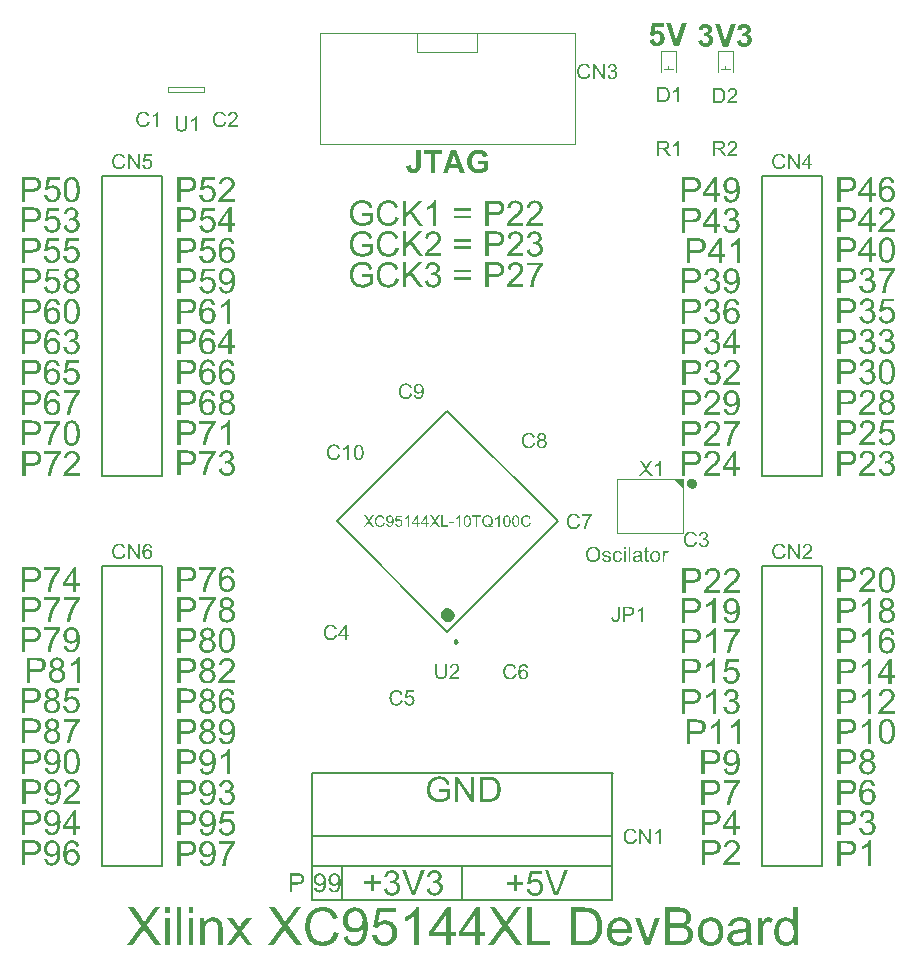
<source format=gto>
G04*
G04 #@! TF.GenerationSoftware,Altium Limited,Altium Designer,21.0.8 (223)*
G04*
G04 Layer_Color=65535*
%FSLAX25Y25*%
%MOIN*%
G70*
G04*
G04 #@! TF.SameCoordinates,DCFDD46B-96D2-4464-8150-C36015641F01*
G04*
G04*
G04 #@! TF.FilePolarity,Positive*
G04*
G01*
G75*
%ADD10C,0.01968*%
%ADD11C,0.00984*%
%ADD12C,0.02362*%
%ADD13C,0.00787*%
%ADD14C,0.00394*%
G36*
X228500Y161000D02*
X225500Y164000D01*
X228500Y164000D01*
X228500Y161000D01*
D02*
G37*
G36*
X50240Y142532D02*
X50280D01*
X50331Y142524D01*
X50389Y142517D01*
X50454Y142506D01*
X50527Y142495D01*
X50600Y142477D01*
X50680Y142455D01*
X50760Y142426D01*
X50840Y142393D01*
X50924Y142357D01*
X51004Y142310D01*
X51081Y142259D01*
X51153Y142200D01*
X51157Y142197D01*
X51172Y142186D01*
X51190Y142164D01*
X51215Y142139D01*
X51244Y142106D01*
X51277Y142062D01*
X51314Y142015D01*
X51354Y141960D01*
X51394Y141898D01*
X51434Y141829D01*
X51474Y141753D01*
X51507Y141669D01*
X51543Y141582D01*
X51572Y141487D01*
X51594Y141385D01*
X51612Y141279D01*
X50997Y141232D01*
Y141236D01*
X50993Y141247D01*
X50990Y141269D01*
X50982Y141290D01*
X50971Y141323D01*
X50964Y141356D01*
X50935Y141436D01*
X50902Y141520D01*
X50862Y141607D01*
X50815Y141691D01*
X50789Y141727D01*
X50760Y141760D01*
X50757Y141764D01*
X50749Y141771D01*
X50735Y141785D01*
X50717Y141800D01*
X50691Y141822D01*
X50662Y141844D01*
X50629Y141869D01*
X50589Y141895D01*
X50546Y141917D01*
X50498Y141942D01*
X50451Y141964D01*
X50396Y141986D01*
X50338Y142000D01*
X50276Y142015D01*
X50211Y142022D01*
X50145Y142026D01*
X50116D01*
X50094Y142022D01*
X50069D01*
X50040Y142018D01*
X50007Y142011D01*
X49967Y142004D01*
X49887Y141986D01*
X49799Y141956D01*
X49712Y141913D01*
X49668Y141887D01*
X49625Y141858D01*
X49621Y141855D01*
X49614Y141847D01*
X49595Y141836D01*
X49577Y141818D01*
X49552Y141796D01*
X49523Y141771D01*
X49494Y141738D01*
X49457Y141702D01*
X49421Y141662D01*
X49384Y141614D01*
X49344Y141563D01*
X49308Y141509D01*
X49268Y141447D01*
X49231Y141381D01*
X49195Y141312D01*
X49162Y141239D01*
Y141236D01*
X49155Y141221D01*
X49148Y141196D01*
X49137Y141163D01*
X49122Y141123D01*
X49108Y141072D01*
X49093Y141010D01*
X49079Y140941D01*
X49064Y140865D01*
X49046Y140777D01*
X49031Y140679D01*
X49020Y140577D01*
X49009Y140464D01*
X48998Y140344D01*
X48995Y140213D01*
X48991Y140075D01*
X48995Y140078D01*
X49002Y140089D01*
X49013Y140107D01*
X49031Y140129D01*
X49053Y140158D01*
X49079Y140191D01*
X49108Y140227D01*
X49144Y140268D01*
X49180Y140308D01*
X49221Y140348D01*
X49315Y140431D01*
X49417Y140511D01*
X49475Y140548D01*
X49534Y140581D01*
X49537Y140584D01*
X49548Y140588D01*
X49566Y140595D01*
X49588Y140606D01*
X49621Y140621D01*
X49654Y140635D01*
X49694Y140650D01*
X49741Y140664D01*
X49788Y140679D01*
X49843Y140693D01*
X49956Y140723D01*
X50083Y140741D01*
X50149Y140748D01*
X50243D01*
X50276Y140744D01*
X50316Y140741D01*
X50371Y140734D01*
X50433Y140723D01*
X50502Y140708D01*
X50578Y140690D01*
X50658Y140668D01*
X50742Y140635D01*
X50829Y140599D01*
X50920Y140555D01*
X51008Y140500D01*
X51095Y140442D01*
X51183Y140369D01*
X51266Y140289D01*
X51270Y140286D01*
X51284Y140268D01*
X51306Y140242D01*
X51335Y140206D01*
X51368Y140162D01*
X51405Y140107D01*
X51445Y140045D01*
X51485Y139973D01*
X51525Y139893D01*
X51565Y139802D01*
X51601Y139707D01*
X51634Y139601D01*
X51663Y139489D01*
X51685Y139372D01*
X51699Y139245D01*
X51703Y139114D01*
Y139110D01*
Y139092D01*
Y139066D01*
X51699Y139034D01*
X51696Y138990D01*
X51692Y138943D01*
X51685Y138888D01*
X51678Y138826D01*
X51667Y138761D01*
X51652Y138691D01*
X51638Y138619D01*
X51616Y138542D01*
X51590Y138466D01*
X51565Y138389D01*
X51532Y138309D01*
X51496Y138233D01*
X51492Y138229D01*
X51485Y138215D01*
X51474Y138193D01*
X51459Y138167D01*
X51437Y138131D01*
X51412Y138091D01*
X51383Y138051D01*
X51350Y138004D01*
X51310Y137952D01*
X51270Y137901D01*
X51223Y137851D01*
X51172Y137800D01*
X51121Y137749D01*
X51062Y137698D01*
X51000Y137654D01*
X50935Y137610D01*
X50931Y137607D01*
X50920Y137599D01*
X50899Y137592D01*
X50873Y137578D01*
X50837Y137559D01*
X50797Y137541D01*
X50753Y137523D01*
X50698Y137505D01*
X50644Y137483D01*
X50582Y137465D01*
X50513Y137446D01*
X50444Y137428D01*
X50367Y137414D01*
X50291Y137407D01*
X50207Y137399D01*
X50123Y137396D01*
X50090D01*
X50072Y137399D01*
X50050D01*
X49996Y137403D01*
X49930Y137414D01*
X49854Y137425D01*
X49770Y137443D01*
X49676Y137468D01*
X49577Y137497D01*
X49475Y137534D01*
X49373Y137581D01*
X49268Y137636D01*
X49162Y137701D01*
X49057Y137778D01*
X48959Y137865D01*
X48864Y137963D01*
X48860Y137971D01*
X48842Y137989D01*
X48820Y138025D01*
X48787Y138073D01*
X48751Y138135D01*
X48729Y138171D01*
X48711Y138211D01*
X48689Y138255D01*
X48667Y138302D01*
X48642Y138356D01*
X48620Y138411D01*
X48598Y138469D01*
X48576Y138531D01*
X48551Y138600D01*
X48529Y138670D01*
X48511Y138746D01*
X48489Y138822D01*
X48471Y138906D01*
X48452Y138994D01*
X48434Y139084D01*
X48420Y139179D01*
X48409Y139278D01*
X48398Y139379D01*
X48387Y139489D01*
X48383Y139598D01*
X48376Y139714D01*
Y139834D01*
Y139838D01*
Y139853D01*
Y139871D01*
Y139900D01*
X48380Y139933D01*
Y139973D01*
X48383Y140020D01*
Y140075D01*
X48387Y140129D01*
X48394Y140195D01*
X48398Y140260D01*
X48405Y140333D01*
X48420Y140482D01*
X48445Y140646D01*
X48471Y140817D01*
X48507Y140996D01*
X48551Y141170D01*
X48602Y141345D01*
X48664Y141516D01*
X48737Y141676D01*
X48777Y141753D01*
X48820Y141822D01*
X48867Y141891D01*
X48915Y141956D01*
X48922Y141964D01*
X48937Y141982D01*
X48962Y142011D01*
X49002Y142048D01*
X49049Y142091D01*
X49104Y142139D01*
X49173Y142193D01*
X49250Y142248D01*
X49337Y142299D01*
X49432Y142353D01*
X49534Y142401D01*
X49646Y142444D01*
X49770Y142481D01*
X49898Y142510D01*
X50036Y142528D01*
X50182Y142535D01*
X50207D01*
X50240Y142532D01*
D02*
G37*
G36*
X40747Y142601D02*
X40801Y142597D01*
X40867Y142594D01*
X40940Y142583D01*
X41023Y142572D01*
X41118Y142557D01*
X41216Y142535D01*
X41318Y142510D01*
X41424Y142481D01*
X41529Y142441D01*
X41635Y142397D01*
X41744Y142346D01*
X41846Y142288D01*
X41944Y142219D01*
X41952Y142215D01*
X41966Y142200D01*
X41995Y142178D01*
X42028Y142146D01*
X42072Y142109D01*
X42119Y142058D01*
X42170Y142004D01*
X42228Y141938D01*
X42286Y141866D01*
X42348Y141785D01*
X42406Y141694D01*
X42465Y141600D01*
X42523Y141494D01*
X42574Y141381D01*
X42625Y141261D01*
X42665Y141134D01*
X42010Y140981D01*
X42006Y140988D01*
X42002Y141007D01*
X41991Y141032D01*
X41977Y141072D01*
X41959Y141116D01*
X41937Y141167D01*
X41908Y141225D01*
X41879Y141287D01*
X41846Y141352D01*
X41806Y141418D01*
X41766Y141483D01*
X41719Y141552D01*
X41668Y141614D01*
X41617Y141676D01*
X41558Y141731D01*
X41497Y141782D01*
X41493Y141785D01*
X41482Y141793D01*
X41464Y141804D01*
X41438Y141822D01*
X41405Y141840D01*
X41366Y141862D01*
X41318Y141884D01*
X41267Y141909D01*
X41209Y141931D01*
X41147Y141953D01*
X41078Y141975D01*
X41005Y141993D01*
X40925Y142011D01*
X40841Y142022D01*
X40754Y142029D01*
X40659Y142033D01*
X40605D01*
X40565Y142029D01*
X40514Y142026D01*
X40455Y142018D01*
X40390Y142011D01*
X40321Y141997D01*
X40244Y141982D01*
X40168Y141964D01*
X40088Y141942D01*
X40004Y141917D01*
X39924Y141884D01*
X39844Y141844D01*
X39764Y141804D01*
X39687Y141753D01*
X39684Y141749D01*
X39669Y141742D01*
X39651Y141724D01*
X39625Y141702D01*
X39593Y141673D01*
X39556Y141640D01*
X39516Y141600D01*
X39473Y141556D01*
X39429Y141505D01*
X39382Y141451D01*
X39338Y141389D01*
X39294Y141320D01*
X39251Y141250D01*
X39211Y141174D01*
X39174Y141094D01*
X39141Y141007D01*
Y141003D01*
X39134Y140985D01*
X39127Y140959D01*
X39116Y140926D01*
X39105Y140883D01*
X39090Y140832D01*
X39079Y140773D01*
X39065Y140708D01*
X39050Y140639D01*
X39036Y140562D01*
X39021Y140482D01*
X39010Y140399D01*
X38992Y140224D01*
X38989Y140133D01*
X38985Y140038D01*
Y140031D01*
Y140009D01*
Y139976D01*
X38989Y139929D01*
X38992Y139874D01*
X38996Y139809D01*
X39000Y139736D01*
X39007Y139660D01*
X39018Y139572D01*
X39029Y139481D01*
X39065Y139296D01*
X39083Y139197D01*
X39109Y139103D01*
X39138Y139008D01*
X39171Y138917D01*
X39174Y138914D01*
X39178Y138895D01*
X39189Y138873D01*
X39207Y138841D01*
X39225Y138801D01*
X39251Y138753D01*
X39280Y138702D01*
X39312Y138648D01*
X39353Y138593D01*
X39396Y138535D01*
X39443Y138473D01*
X39494Y138415D01*
X39553Y138356D01*
X39615Y138302D01*
X39680Y138251D01*
X39753Y138204D01*
X39757Y138200D01*
X39771Y138193D01*
X39793Y138182D01*
X39822Y138167D01*
X39858Y138149D01*
X39902Y138127D01*
X39953Y138109D01*
X40008Y138087D01*
X40070Y138062D01*
X40135Y138043D01*
X40208Y138022D01*
X40281Y138004D01*
X40361Y137989D01*
X40441Y137978D01*
X40525Y137971D01*
X40608Y137967D01*
X40634D01*
X40663Y137971D01*
X40703D01*
X40750Y137978D01*
X40805Y137985D01*
X40870Y137993D01*
X40936Y138007D01*
X41009Y138025D01*
X41085Y138047D01*
X41165Y138073D01*
X41245Y138102D01*
X41325Y138138D01*
X41405Y138182D01*
X41482Y138233D01*
X41558Y138287D01*
X41562Y138291D01*
X41577Y138302D01*
X41595Y138320D01*
X41620Y138349D01*
X41653Y138382D01*
X41689Y138422D01*
X41730Y138473D01*
X41769Y138528D01*
X41813Y138593D01*
X41857Y138662D01*
X41904Y138742D01*
X41944Y138830D01*
X41988Y138921D01*
X42024Y139023D01*
X42057Y139128D01*
X42086Y139245D01*
X42752Y139077D01*
Y139074D01*
X42749Y139066D01*
X42745Y139055D01*
X42741Y139041D01*
X42738Y139023D01*
X42731Y138997D01*
X42712Y138943D01*
X42687Y138873D01*
X42658Y138797D01*
X42621Y138710D01*
X42578Y138615D01*
X42530Y138513D01*
X42476Y138411D01*
X42414Y138309D01*
X42345Y138204D01*
X42268Y138102D01*
X42184Y138004D01*
X42094Y137912D01*
X41995Y137825D01*
X41988Y137821D01*
X41970Y137807D01*
X41941Y137785D01*
X41897Y137760D01*
X41846Y137727D01*
X41780Y137690D01*
X41708Y137650D01*
X41624Y137610D01*
X41533Y137570D01*
X41431Y137530D01*
X41322Y137494D01*
X41205Y137461D01*
X41078Y137436D01*
X40947Y137414D01*
X40808Y137399D01*
X40663Y137396D01*
X40608D01*
X40583Y137399D01*
X40528D01*
X40459Y137407D01*
X40379Y137414D01*
X40288Y137425D01*
X40193Y137436D01*
X40088Y137454D01*
X39982Y137476D01*
X39869Y137505D01*
X39760Y137534D01*
X39651Y137574D01*
X39542Y137618D01*
X39436Y137669D01*
X39338Y137727D01*
X39331Y137731D01*
X39316Y137741D01*
X39291Y137763D01*
X39254Y137789D01*
X39211Y137821D01*
X39163Y137865D01*
X39109Y137912D01*
X39050Y137971D01*
X38989Y138036D01*
X38927Y138105D01*
X38861Y138186D01*
X38796Y138269D01*
X38734Y138364D01*
X38672Y138462D01*
X38614Y138571D01*
X38563Y138684D01*
Y138688D01*
X38559Y138691D01*
X38552Y138713D01*
X38537Y138746D01*
X38523Y138793D01*
X38501Y138852D01*
X38479Y138921D01*
X38454Y139001D01*
X38432Y139088D01*
X38406Y139187D01*
X38381Y139292D01*
X38359Y139401D01*
X38337Y139521D01*
X38322Y139641D01*
X38308Y139769D01*
X38301Y139900D01*
X38297Y140035D01*
Y140038D01*
Y140045D01*
Y140056D01*
Y140071D01*
Y140089D01*
X38301Y140111D01*
Y140166D01*
X38308Y140235D01*
X38311Y140315D01*
X38322Y140406D01*
X38333Y140504D01*
X38352Y140606D01*
X38370Y140715D01*
X38395Y140832D01*
X38424Y140948D01*
X38457Y141065D01*
X38497Y141181D01*
X38544Y141294D01*
X38595Y141407D01*
X38599Y141414D01*
X38610Y141432D01*
X38628Y141462D01*
X38650Y141505D01*
X38683Y141552D01*
X38719Y141607D01*
X38767Y141673D01*
X38818Y141738D01*
X38872Y141807D01*
X38938Y141884D01*
X39007Y141956D01*
X39083Y142029D01*
X39167Y142102D01*
X39254Y142171D01*
X39349Y142237D01*
X39451Y142299D01*
X39458Y142302D01*
X39476Y142313D01*
X39505Y142328D01*
X39549Y142346D01*
X39600Y142371D01*
X39662Y142397D01*
X39735Y142422D01*
X39811Y142452D01*
X39898Y142481D01*
X39993Y142506D01*
X40095Y142535D01*
X40201Y142557D01*
X40314Y142575D01*
X40430Y142590D01*
X40550Y142601D01*
X40674Y142604D01*
X40725D01*
X40747Y142601D01*
D02*
G37*
G36*
X47532Y137479D02*
X46844D01*
X44205Y141432D01*
Y137479D01*
X43564D01*
Y142517D01*
X44248D01*
X46891Y138560D01*
Y142517D01*
X47532D01*
Y137479D01*
D02*
G37*
G36*
X40727Y272601D02*
X40781Y272597D01*
X40847Y272593D01*
X40920Y272583D01*
X41003Y272572D01*
X41098Y272557D01*
X41196Y272535D01*
X41298Y272510D01*
X41404Y272481D01*
X41509Y272441D01*
X41615Y272397D01*
X41724Y272346D01*
X41826Y272288D01*
X41924Y272219D01*
X41932Y272215D01*
X41946Y272200D01*
X41975Y272179D01*
X42008Y272146D01*
X42052Y272109D01*
X42099Y272058D01*
X42150Y272004D01*
X42208Y271938D01*
X42266Y271866D01*
X42328Y271785D01*
X42386Y271694D01*
X42445Y271600D01*
X42503Y271494D01*
X42554Y271381D01*
X42605Y271261D01*
X42645Y271134D01*
X41990Y270981D01*
X41986Y270988D01*
X41982Y271006D01*
X41971Y271032D01*
X41957Y271072D01*
X41939Y271116D01*
X41917Y271167D01*
X41888Y271225D01*
X41859Y271287D01*
X41826Y271352D01*
X41786Y271418D01*
X41746Y271483D01*
X41699Y271552D01*
X41648Y271614D01*
X41597Y271676D01*
X41538Y271731D01*
X41477Y271782D01*
X41473Y271785D01*
X41462Y271793D01*
X41444Y271804D01*
X41418Y271822D01*
X41385Y271840D01*
X41345Y271862D01*
X41298Y271884D01*
X41247Y271909D01*
X41189Y271931D01*
X41127Y271953D01*
X41058Y271975D01*
X40985Y271993D01*
X40905Y272011D01*
X40821Y272022D01*
X40734Y272029D01*
X40639Y272033D01*
X40585D01*
X40545Y272029D01*
X40494Y272026D01*
X40435Y272018D01*
X40370Y272011D01*
X40301Y271996D01*
X40224Y271982D01*
X40148Y271964D01*
X40068Y271942D01*
X39984Y271917D01*
X39904Y271884D01*
X39824Y271844D01*
X39744Y271804D01*
X39667Y271753D01*
X39664Y271749D01*
X39649Y271742D01*
X39631Y271724D01*
X39606Y271702D01*
X39573Y271673D01*
X39536Y271640D01*
X39496Y271600D01*
X39453Y271556D01*
X39409Y271505D01*
X39362Y271450D01*
X39318Y271389D01*
X39274Y271320D01*
X39231Y271250D01*
X39191Y271174D01*
X39154Y271094D01*
X39121Y271006D01*
Y271003D01*
X39114Y270985D01*
X39107Y270959D01*
X39096Y270926D01*
X39085Y270883D01*
X39070Y270832D01*
X39059Y270774D01*
X39045Y270708D01*
X39030Y270639D01*
X39016Y270562D01*
X39001Y270482D01*
X38990Y270399D01*
X38972Y270224D01*
X38969Y270133D01*
X38965Y270038D01*
Y270031D01*
Y270009D01*
Y269976D01*
X38969Y269929D01*
X38972Y269874D01*
X38976Y269809D01*
X38979Y269736D01*
X38987Y269660D01*
X38998Y269572D01*
X39009Y269481D01*
X39045Y269296D01*
X39063Y269197D01*
X39089Y269103D01*
X39118Y269008D01*
X39151Y268917D01*
X39154Y268914D01*
X39158Y268895D01*
X39169Y268873D01*
X39187Y268841D01*
X39205Y268801D01*
X39231Y268753D01*
X39260Y268702D01*
X39292Y268648D01*
X39333Y268593D01*
X39376Y268535D01*
X39423Y268473D01*
X39474Y268415D01*
X39533Y268356D01*
X39595Y268302D01*
X39660Y268251D01*
X39733Y268204D01*
X39737Y268200D01*
X39751Y268193D01*
X39773Y268182D01*
X39802Y268167D01*
X39838Y268149D01*
X39882Y268127D01*
X39933Y268109D01*
X39988Y268087D01*
X40050Y268062D01*
X40115Y268043D01*
X40188Y268022D01*
X40261Y268004D01*
X40341Y267989D01*
X40421Y267978D01*
X40505Y267971D01*
X40588Y267967D01*
X40614D01*
X40643Y267971D01*
X40683D01*
X40730Y267978D01*
X40785Y267985D01*
X40850Y267992D01*
X40916Y268007D01*
X40989Y268025D01*
X41065Y268047D01*
X41145Y268073D01*
X41225Y268102D01*
X41305Y268138D01*
X41385Y268182D01*
X41462Y268233D01*
X41538Y268287D01*
X41542Y268291D01*
X41557Y268302D01*
X41575Y268320D01*
X41600Y268349D01*
X41633Y268382D01*
X41669Y268422D01*
X41709Y268473D01*
X41750Y268528D01*
X41793Y268593D01*
X41837Y268662D01*
X41884Y268742D01*
X41924Y268830D01*
X41968Y268921D01*
X42004Y269023D01*
X42037Y269128D01*
X42066Y269245D01*
X42732Y269077D01*
Y269074D01*
X42729Y269066D01*
X42725Y269055D01*
X42721Y269041D01*
X42718Y269023D01*
X42710Y268997D01*
X42692Y268943D01*
X42667Y268873D01*
X42638Y268797D01*
X42601Y268710D01*
X42558Y268615D01*
X42510Y268513D01*
X42456Y268411D01*
X42394Y268309D01*
X42325Y268204D01*
X42248Y268102D01*
X42164Y268004D01*
X42073Y267913D01*
X41975Y267825D01*
X41968Y267822D01*
X41950Y267807D01*
X41921Y267785D01*
X41877Y267760D01*
X41826Y267727D01*
X41760Y267690D01*
X41688Y267650D01*
X41604Y267610D01*
X41513Y267570D01*
X41411Y267530D01*
X41302Y267494D01*
X41185Y267461D01*
X41058Y267436D01*
X40927Y267414D01*
X40788Y267399D01*
X40643Y267396D01*
X40588D01*
X40563Y267399D01*
X40508D01*
X40439Y267407D01*
X40359Y267414D01*
X40268Y267425D01*
X40173Y267436D01*
X40068Y267454D01*
X39962Y267476D01*
X39849Y267505D01*
X39740Y267534D01*
X39631Y267574D01*
X39522Y267618D01*
X39416Y267669D01*
X39318Y267727D01*
X39311Y267730D01*
X39296Y267741D01*
X39271Y267763D01*
X39234Y267789D01*
X39191Y267822D01*
X39143Y267865D01*
X39089Y267913D01*
X39030Y267971D01*
X38969Y268036D01*
X38907Y268105D01*
X38841Y268185D01*
X38776Y268269D01*
X38714Y268364D01*
X38652Y268462D01*
X38594Y268571D01*
X38543Y268684D01*
Y268688D01*
X38539Y268691D01*
X38532Y268713D01*
X38517Y268746D01*
X38503Y268793D01*
X38481Y268852D01*
X38459Y268921D01*
X38433Y269001D01*
X38412Y269088D01*
X38386Y269186D01*
X38361Y269292D01*
X38339Y269401D01*
X38317Y269521D01*
X38302Y269641D01*
X38288Y269769D01*
X38281Y269900D01*
X38277Y270035D01*
Y270038D01*
Y270045D01*
Y270056D01*
Y270071D01*
Y270089D01*
X38281Y270111D01*
Y270166D01*
X38288Y270235D01*
X38291Y270315D01*
X38302Y270406D01*
X38313Y270504D01*
X38331Y270606D01*
X38350Y270715D01*
X38375Y270832D01*
X38404Y270948D01*
X38437Y271065D01*
X38477Y271181D01*
X38524Y271294D01*
X38575Y271407D01*
X38579Y271414D01*
X38590Y271432D01*
X38608Y271462D01*
X38630Y271505D01*
X38663Y271552D01*
X38699Y271607D01*
X38747Y271673D01*
X38797Y271738D01*
X38852Y271807D01*
X38918Y271884D01*
X38987Y271956D01*
X39063Y272029D01*
X39147Y272102D01*
X39234Y272171D01*
X39329Y272237D01*
X39431Y272299D01*
X39438Y272302D01*
X39456Y272313D01*
X39485Y272328D01*
X39529Y272346D01*
X39580Y272372D01*
X39642Y272397D01*
X39715Y272422D01*
X39791Y272451D01*
X39878Y272481D01*
X39973Y272506D01*
X40075Y272535D01*
X40181Y272557D01*
X40293Y272575D01*
X40410Y272590D01*
X40530Y272601D01*
X40654Y272604D01*
X40705D01*
X40727Y272601D01*
D02*
G37*
G36*
X47512Y267479D02*
X46824D01*
X44185Y271432D01*
Y267479D01*
X43544D01*
Y272517D01*
X44228D01*
X46871Y268560D01*
Y272517D01*
X47512D01*
Y267479D01*
D02*
G37*
G36*
X51486Y271862D02*
X49470D01*
X49201Y270504D01*
X49204Y270508D01*
X49222Y270519D01*
X49244Y270533D01*
X49281Y270555D01*
X49321Y270577D01*
X49368Y270606D01*
X49426Y270632D01*
X49488Y270664D01*
X49557Y270693D01*
X49630Y270723D01*
X49710Y270748D01*
X49790Y270770D01*
X49878Y270792D01*
X49965Y270806D01*
X50060Y270817D01*
X50151Y270821D01*
X50180D01*
X50216Y270817D01*
X50260Y270813D01*
X50318Y270806D01*
X50384Y270795D01*
X50460Y270781D01*
X50540Y270763D01*
X50624Y270741D01*
X50715Y270708D01*
X50806Y270672D01*
X50900Y270628D01*
X50995Y270573D01*
X51090Y270515D01*
X51181Y270442D01*
X51268Y270362D01*
X51272Y270358D01*
X51286Y270340D01*
X51312Y270315D01*
X51341Y270279D01*
X51374Y270235D01*
X51414Y270180D01*
X51454Y270115D01*
X51497Y270042D01*
X51537Y269962D01*
X51578Y269874D01*
X51617Y269776D01*
X51654Y269674D01*
X51679Y269561D01*
X51705Y269441D01*
X51719Y269318D01*
X51723Y269186D01*
Y269183D01*
Y269179D01*
Y269168D01*
Y269157D01*
X51719Y269121D01*
X51716Y269074D01*
X51712Y269012D01*
X51701Y268943D01*
X51690Y268866D01*
X51672Y268782D01*
X51650Y268691D01*
X51625Y268597D01*
X51592Y268498D01*
X51556Y268400D01*
X51508Y268298D01*
X51454Y268200D01*
X51392Y268102D01*
X51323Y268007D01*
X51315Y268000D01*
X51301Y267982D01*
X51272Y267952D01*
X51235Y267913D01*
X51184Y267865D01*
X51126Y267814D01*
X51057Y267760D01*
X50977Y267701D01*
X50886Y267643D01*
X50788Y267588D01*
X50678Y267537D01*
X50558Y267490D01*
X50431Y267454D01*
X50296Y267421D01*
X50151Y267403D01*
X49998Y267396D01*
X49969D01*
X49932Y267399D01*
X49885Y267403D01*
X49827Y267407D01*
X49758Y267417D01*
X49681Y267428D01*
X49601Y267443D01*
X49514Y267465D01*
X49423Y267490D01*
X49328Y267519D01*
X49233Y267556D01*
X49142Y267599D01*
X49048Y267650D01*
X48960Y267712D01*
X48877Y267778D01*
X48873Y267781D01*
X48858Y267796D01*
X48837Y267818D01*
X48807Y267847D01*
X48775Y267887D01*
X48735Y267934D01*
X48695Y267989D01*
X48651Y268051D01*
X48607Y268120D01*
X48567Y268196D01*
X48524Y268280D01*
X48483Y268371D01*
X48451Y268469D01*
X48422Y268575D01*
X48396Y268684D01*
X48382Y268801D01*
X49029Y268855D01*
Y268852D01*
X49033Y268833D01*
X49037Y268811D01*
X49044Y268779D01*
X49055Y268739D01*
X49066Y268691D01*
X49080Y268640D01*
X49099Y268586D01*
X49142Y268473D01*
X49168Y268411D01*
X49197Y268353D01*
X49233Y268295D01*
X49270Y268240D01*
X49313Y268189D01*
X49361Y268142D01*
X49364Y268138D01*
X49372Y268131D01*
X49386Y268120D01*
X49408Y268105D01*
X49433Y268087D01*
X49466Y268065D01*
X49499Y268047D01*
X49539Y268025D01*
X49583Y268000D01*
X49634Y267982D01*
X49685Y267960D01*
X49743Y267942D01*
X49801Y267927D01*
X49863Y267916D01*
X49929Y267909D01*
X49998Y267905D01*
X50020D01*
X50041Y267909D01*
X50074D01*
X50111Y267916D01*
X50158Y267923D01*
X50209Y267934D01*
X50263Y267949D01*
X50322Y267963D01*
X50384Y267985D01*
X50445Y268014D01*
X50511Y268047D01*
X50573Y268084D01*
X50638Y268131D01*
X50700Y268182D01*
X50758Y268240D01*
X50762Y268244D01*
X50773Y268255D01*
X50788Y268277D01*
X50806Y268302D01*
X50831Y268335D01*
X50857Y268375D01*
X50886Y268422D01*
X50915Y268477D01*
X50941Y268538D01*
X50970Y268604D01*
X50995Y268677D01*
X51021Y268757D01*
X51039Y268844D01*
X51053Y268935D01*
X51064Y269030D01*
X51068Y269132D01*
Y269139D01*
Y269154D01*
X51064Y269183D01*
Y269219D01*
X51061Y269263D01*
X51053Y269318D01*
X51042Y269372D01*
X51032Y269438D01*
X51013Y269503D01*
X50995Y269569D01*
X50970Y269638D01*
X50941Y269711D01*
X50908Y269780D01*
X50868Y269845D01*
X50820Y269911D01*
X50769Y269969D01*
X50766Y269973D01*
X50755Y269984D01*
X50740Y269998D01*
X50715Y270016D01*
X50686Y270042D01*
X50649Y270067D01*
X50609Y270093D01*
X50562Y270122D01*
X50507Y270151D01*
X50449Y270177D01*
X50387Y270206D01*
X50318Y270228D01*
X50242Y270246D01*
X50161Y270260D01*
X50078Y270271D01*
X49990Y270275D01*
X49961D01*
X49940Y270271D01*
X49914D01*
X49881Y270268D01*
X49848Y270264D01*
X49808Y270257D01*
X49725Y270242D01*
X49634Y270217D01*
X49539Y270184D01*
X49448Y270136D01*
X49444D01*
X49437Y270129D01*
X49426Y270122D01*
X49408Y270111D01*
X49364Y270082D01*
X49310Y270042D01*
X49251Y269991D01*
X49190Y269933D01*
X49128Y269864D01*
X49073Y269787D01*
X48491Y269864D01*
X48978Y272451D01*
X51486D01*
Y271862D01*
D02*
G37*
G36*
X176396Y152065D02*
X176437Y152062D01*
X176487Y152060D01*
X176541Y152052D01*
X176604Y152043D01*
X176675Y152032D01*
X176749Y152016D01*
X176825Y151997D01*
X176904Y151975D01*
X176983Y151945D01*
X177062Y151912D01*
X177144Y151874D01*
X177221Y151830D01*
X177295Y151779D01*
X177300Y151776D01*
X177311Y151765D01*
X177333Y151749D01*
X177357Y151724D01*
X177390Y151697D01*
X177426Y151658D01*
X177464Y151618D01*
X177507Y151568D01*
X177551Y151514D01*
X177598Y151454D01*
X177641Y151385D01*
X177685Y151314D01*
X177729Y151235D01*
X177767Y151151D01*
X177805Y151061D01*
X177835Y150965D01*
X177344Y150850D01*
X177341Y150856D01*
X177338Y150870D01*
X177330Y150889D01*
X177319Y150919D01*
X177305Y150951D01*
X177289Y150990D01*
X177267Y151033D01*
X177245Y151080D01*
X177221Y151129D01*
X177191Y151178D01*
X177161Y151227D01*
X177125Y151279D01*
X177087Y151325D01*
X177049Y151372D01*
X177005Y151413D01*
X176959Y151451D01*
X176956Y151454D01*
X176948Y151459D01*
X176934Y151467D01*
X176915Y151481D01*
X176891Y151495D01*
X176860Y151511D01*
X176825Y151527D01*
X176787Y151547D01*
X176743Y151563D01*
X176697Y151579D01*
X176645Y151596D01*
X176590Y151609D01*
X176530Y151623D01*
X176467Y151631D01*
X176402Y151637D01*
X176331Y151639D01*
X176290D01*
X176260Y151637D01*
X176222Y151634D01*
X176178Y151628D01*
X176129Y151623D01*
X176077Y151612D01*
X176020Y151601D01*
X175962Y151587D01*
X175902Y151571D01*
X175839Y151552D01*
X175779Y151527D01*
X175719Y151497D01*
X175659Y151467D01*
X175602Y151429D01*
X175599Y151426D01*
X175588Y151421D01*
X175575Y151407D01*
X175556Y151391D01*
X175531Y151369D01*
X175504Y151345D01*
X175474Y151314D01*
X175441Y151282D01*
X175408Y151243D01*
X175373Y151203D01*
X175340Y151156D01*
X175307Y151104D01*
X175274Y151052D01*
X175244Y150995D01*
X175217Y150935D01*
X175192Y150870D01*
Y150867D01*
X175187Y150853D01*
X175181Y150834D01*
X175173Y150809D01*
X175165Y150777D01*
X175154Y150739D01*
X175146Y150695D01*
X175135Y150646D01*
X175124Y150594D01*
X175113Y150536D01*
X175102Y150476D01*
X175094Y150414D01*
X175081Y150283D01*
X175078Y150214D01*
X175075Y150143D01*
Y150138D01*
Y150121D01*
Y150097D01*
X175078Y150061D01*
X175081Y150021D01*
X175083Y149971D01*
X175086Y149917D01*
X175091Y149859D01*
X175100Y149794D01*
X175108Y149726D01*
X175135Y149586D01*
X175149Y149513D01*
X175168Y149442D01*
X175190Y149371D01*
X175214Y149302D01*
X175217Y149300D01*
X175220Y149286D01*
X175228Y149270D01*
X175242Y149245D01*
X175255Y149215D01*
X175274Y149180D01*
X175296Y149141D01*
X175321Y149100D01*
X175351Y149059D01*
X175383Y149016D01*
X175419Y148969D01*
X175457Y148926D01*
X175501Y148882D01*
X175547Y148841D01*
X175596Y148803D01*
X175651Y148767D01*
X175654Y148765D01*
X175665Y148759D01*
X175681Y148751D01*
X175703Y148740D01*
X175730Y148726D01*
X175763Y148710D01*
X175801Y148696D01*
X175842Y148680D01*
X175889Y148661D01*
X175938Y148647D01*
X175992Y148631D01*
X176047Y148617D01*
X176107Y148606D01*
X176167Y148598D01*
X176230Y148593D01*
X176293Y148590D01*
X176312D01*
X176334Y148593D01*
X176364D01*
X176399Y148598D01*
X176440Y148604D01*
X176489Y148609D01*
X176538Y148620D01*
X176593Y148634D01*
X176650Y148650D01*
X176710Y148669D01*
X176770Y148691D01*
X176830Y148718D01*
X176891Y148751D01*
X176948Y148789D01*
X177005Y148830D01*
X177008Y148833D01*
X177019Y148841D01*
X177032Y148855D01*
X177052Y148877D01*
X177076Y148901D01*
X177103Y148931D01*
X177134Y148969D01*
X177164Y149010D01*
X177196Y149059D01*
X177229Y149111D01*
X177264Y149171D01*
X177295Y149237D01*
X177327Y149305D01*
X177355Y149382D01*
X177379Y149461D01*
X177401Y149548D01*
X177901Y149423D01*
Y149420D01*
X177898Y149414D01*
X177895Y149406D01*
X177892Y149395D01*
X177890Y149382D01*
X177884Y149363D01*
X177871Y149322D01*
X177851Y149270D01*
X177830Y149212D01*
X177802Y149147D01*
X177770Y149076D01*
X177734Y149000D01*
X177693Y148923D01*
X177647Y148847D01*
X177595Y148767D01*
X177538Y148691D01*
X177475Y148617D01*
X177407Y148549D01*
X177333Y148484D01*
X177327Y148481D01*
X177314Y148470D01*
X177292Y148453D01*
X177259Y148434D01*
X177221Y148410D01*
X177172Y148382D01*
X177117Y148352D01*
X177054Y148322D01*
X176986Y148292D01*
X176910Y148262D01*
X176828Y148235D01*
X176740Y148211D01*
X176645Y148191D01*
X176547Y148175D01*
X176443Y148164D01*
X176334Y148161D01*
X176293D01*
X176274Y148164D01*
X176233D01*
X176181Y148170D01*
X176121Y148175D01*
X176052Y148183D01*
X175981Y148191D01*
X175902Y148205D01*
X175823Y148221D01*
X175738Y148243D01*
X175656Y148265D01*
X175575Y148295D01*
X175493Y148328D01*
X175414Y148366D01*
X175340Y148410D01*
X175334Y148413D01*
X175323Y148421D01*
X175304Y148437D01*
X175277Y148456D01*
X175244Y148481D01*
X175209Y148513D01*
X175168Y148549D01*
X175124Y148593D01*
X175078Y148642D01*
X175031Y148694D01*
X174982Y148754D01*
X174933Y148817D01*
X174887Y148888D01*
X174840Y148961D01*
X174797Y149043D01*
X174758Y149128D01*
Y149130D01*
X174756Y149133D01*
X174750Y149150D01*
X174739Y149174D01*
X174728Y149210D01*
X174712Y149253D01*
X174696Y149305D01*
X174677Y149365D01*
X174660Y149431D01*
X174641Y149504D01*
X174622Y149584D01*
X174606Y149666D01*
X174589Y149756D01*
X174578Y149846D01*
X174567Y149941D01*
X174562Y150040D01*
X174559Y150141D01*
Y150143D01*
Y150149D01*
Y150157D01*
Y150168D01*
Y150181D01*
X174562Y150198D01*
Y150239D01*
X174567Y150291D01*
X174570Y150351D01*
X174578Y150419D01*
X174586Y150493D01*
X174600Y150569D01*
X174614Y150651D01*
X174633Y150739D01*
X174655Y150826D01*
X174679Y150913D01*
X174709Y151000D01*
X174745Y151085D01*
X174783Y151170D01*
X174786Y151175D01*
X174794Y151189D01*
X174808Y151211D01*
X174824Y151243D01*
X174848Y151279D01*
X174876Y151320D01*
X174911Y151369D01*
X174950Y151418D01*
X174990Y151470D01*
X175040Y151527D01*
X175091Y151582D01*
X175149Y151637D01*
X175212Y151691D01*
X175277Y151743D01*
X175348Y151792D01*
X175425Y151839D01*
X175430Y151841D01*
X175444Y151850D01*
X175465Y151860D01*
X175498Y151874D01*
X175536Y151893D01*
X175583Y151912D01*
X175637Y151932D01*
X175695Y151953D01*
X175760Y151975D01*
X175831Y151994D01*
X175908Y152016D01*
X175987Y152032D01*
X176072Y152046D01*
X176159Y152057D01*
X176249Y152065D01*
X176342Y152068D01*
X176380D01*
X176396Y152065D01*
D02*
G37*
G36*
X127696D02*
X127737Y152062D01*
X127786Y152060D01*
X127841Y152052D01*
X127903Y152043D01*
X127974Y152032D01*
X128048Y152016D01*
X128124Y151997D01*
X128204Y151975D01*
X128283Y151945D01*
X128362Y151912D01*
X128444Y151874D01*
X128520Y151830D01*
X128594Y151779D01*
X128600Y151776D01*
X128610Y151765D01*
X128632Y151749D01*
X128657Y151724D01*
X128690Y151697D01*
X128725Y151658D01*
X128763Y151618D01*
X128807Y151568D01*
X128851Y151514D01*
X128897Y151454D01*
X128941Y151385D01*
X128984Y151314D01*
X129028Y151235D01*
X129066Y151151D01*
X129105Y151061D01*
X129135Y150965D01*
X128643Y150850D01*
X128640Y150856D01*
X128638Y150870D01*
X128630Y150889D01*
X128619Y150919D01*
X128605Y150951D01*
X128589Y150990D01*
X128567Y151033D01*
X128545Y151080D01*
X128520Y151129D01*
X128490Y151178D01*
X128460Y151227D01*
X128425Y151279D01*
X128387Y151325D01*
X128348Y151372D01*
X128305Y151413D01*
X128258Y151451D01*
X128255Y151454D01*
X128247Y151459D01*
X128234Y151467D01*
X128215Y151481D01*
X128190Y151495D01*
X128160Y151511D01*
X128124Y151527D01*
X128086Y151547D01*
X128043Y151563D01*
X127996Y151579D01*
X127944Y151596D01*
X127890Y151609D01*
X127830Y151623D01*
X127767Y151631D01*
X127701Y151637D01*
X127630Y151639D01*
X127589D01*
X127559Y151637D01*
X127521Y151634D01*
X127478Y151628D01*
X127428Y151623D01*
X127376Y151612D01*
X127319Y151601D01*
X127262Y151587D01*
X127202Y151571D01*
X127139Y151552D01*
X127079Y151527D01*
X127019Y151497D01*
X126959Y151467D01*
X126901Y151429D01*
X126899Y151426D01*
X126888Y151421D01*
X126874Y151407D01*
X126855Y151391D01*
X126830Y151369D01*
X126803Y151345D01*
X126773Y151314D01*
X126740Y151282D01*
X126708Y151243D01*
X126672Y151203D01*
X126639Y151156D01*
X126607Y151104D01*
X126574Y151052D01*
X126544Y150995D01*
X126516Y150935D01*
X126492Y150870D01*
Y150867D01*
X126487Y150853D01*
X126481Y150834D01*
X126473Y150809D01*
X126465Y150777D01*
X126454Y150739D01*
X126446Y150695D01*
X126435Y150646D01*
X126424Y150594D01*
X126413Y150536D01*
X126402Y150476D01*
X126394Y150414D01*
X126380Y150283D01*
X126377Y150214D01*
X126375Y150143D01*
Y150138D01*
Y150121D01*
Y150097D01*
X126377Y150061D01*
X126380Y150021D01*
X126383Y149971D01*
X126385Y149917D01*
X126391Y149859D01*
X126399Y149794D01*
X126407Y149726D01*
X126435Y149586D01*
X126448Y149513D01*
X126467Y149442D01*
X126489Y149371D01*
X126514Y149302D01*
X126516Y149300D01*
X126519Y149286D01*
X126528Y149270D01*
X126541Y149245D01*
X126555Y149215D01*
X126574Y149180D01*
X126596Y149141D01*
X126620Y149100D01*
X126650Y149059D01*
X126683Y149016D01*
X126719Y148969D01*
X126757Y148926D01*
X126801Y148882D01*
X126847Y148841D01*
X126896Y148803D01*
X126951Y148767D01*
X126953Y148765D01*
X126964Y148759D01*
X126981Y148751D01*
X127003Y148740D01*
X127030Y148726D01*
X127062Y148710D01*
X127101Y148696D01*
X127142Y148680D01*
X127188Y148661D01*
X127237Y148647D01*
X127292Y148631D01*
X127347Y148617D01*
X127407Y148606D01*
X127467Y148598D01*
X127529Y148593D01*
X127592Y148590D01*
X127611D01*
X127633Y148593D01*
X127663D01*
X127699Y148598D01*
X127740Y148604D01*
X127789Y148609D01*
X127838Y148620D01*
X127892Y148634D01*
X127950Y148650D01*
X128010Y148669D01*
X128070Y148691D01*
X128130Y148718D01*
X128190Y148751D01*
X128247Y148789D01*
X128305Y148830D01*
X128307Y148833D01*
X128318Y148841D01*
X128332Y148855D01*
X128351Y148877D01*
X128376Y148901D01*
X128403Y148931D01*
X128433Y148969D01*
X128463Y149010D01*
X128496Y149059D01*
X128528Y149111D01*
X128564Y149171D01*
X128594Y149237D01*
X128627Y149305D01*
X128654Y149382D01*
X128679Y149461D01*
X128700Y149548D01*
X129200Y149423D01*
Y149420D01*
X129197Y149414D01*
X129195Y149406D01*
X129192Y149395D01*
X129189Y149382D01*
X129184Y149363D01*
X129170Y149322D01*
X129151Y149270D01*
X129129Y149212D01*
X129102Y149147D01*
X129069Y149076D01*
X129034Y149000D01*
X128993Y148923D01*
X128946Y148847D01*
X128894Y148767D01*
X128837Y148691D01*
X128774Y148617D01*
X128706Y148549D01*
X128632Y148484D01*
X128627Y148481D01*
X128613Y148470D01*
X128591Y148453D01*
X128559Y148434D01*
X128520Y148410D01*
X128471Y148382D01*
X128417Y148352D01*
X128354Y148322D01*
X128286Y148292D01*
X128209Y148262D01*
X128127Y148235D01*
X128040Y148211D01*
X127944Y148191D01*
X127846Y148175D01*
X127742Y148164D01*
X127633Y148161D01*
X127592D01*
X127573Y148164D01*
X127532D01*
X127480Y148170D01*
X127420Y148175D01*
X127352Y148183D01*
X127281Y148191D01*
X127202Y148205D01*
X127123Y148221D01*
X127038Y148243D01*
X126956Y148265D01*
X126874Y148295D01*
X126792Y148328D01*
X126713Y148366D01*
X126639Y148410D01*
X126634Y148413D01*
X126623Y148421D01*
X126604Y148437D01*
X126577Y148456D01*
X126544Y148481D01*
X126508Y148513D01*
X126467Y148549D01*
X126424Y148593D01*
X126377Y148642D01*
X126331Y148694D01*
X126282Y148754D01*
X126233Y148817D01*
X126186Y148888D01*
X126140Y148961D01*
X126096Y149043D01*
X126058Y149128D01*
Y149130D01*
X126055Y149133D01*
X126050Y149150D01*
X126039Y149174D01*
X126028Y149210D01*
X126012Y149253D01*
X125995Y149305D01*
X125976Y149365D01*
X125960Y149431D01*
X125941Y149504D01*
X125921Y149584D01*
X125905Y149666D01*
X125889Y149756D01*
X125878Y149846D01*
X125867Y149941D01*
X125861Y150040D01*
X125859Y150141D01*
Y150143D01*
Y150149D01*
Y150157D01*
Y150168D01*
Y150181D01*
X125861Y150198D01*
Y150239D01*
X125867Y150291D01*
X125870Y150351D01*
X125878Y150419D01*
X125886Y150493D01*
X125900Y150569D01*
X125913Y150651D01*
X125932Y150739D01*
X125954Y150826D01*
X125979Y150913D01*
X126009Y151000D01*
X126044Y151085D01*
X126083Y151170D01*
X126085Y151175D01*
X126093Y151189D01*
X126107Y151211D01*
X126123Y151243D01*
X126148Y151279D01*
X126175Y151320D01*
X126211Y151369D01*
X126249Y151418D01*
X126290Y151470D01*
X126339Y151527D01*
X126391Y151582D01*
X126448Y151637D01*
X126511Y151691D01*
X126577Y151743D01*
X126648Y151792D01*
X126724Y151839D01*
X126730Y151841D01*
X126743Y151850D01*
X126765Y151860D01*
X126798Y151874D01*
X126836Y151893D01*
X126882Y151912D01*
X126937Y151932D01*
X126994Y151953D01*
X127060Y151975D01*
X127131Y151994D01*
X127207Y152016D01*
X127286Y152032D01*
X127371Y152046D01*
X127458Y152057D01*
X127549Y152065D01*
X127641Y152068D01*
X127680D01*
X127696Y152065D01*
D02*
G37*
G36*
X146153Y150206D02*
X147568Y148224D01*
X146948D01*
X145995Y149570D01*
X145992Y149575D01*
X145981Y149589D01*
X145965Y149614D01*
X145946Y149641D01*
X145921Y149677D01*
X145897Y149715D01*
X145840Y149799D01*
Y149797D01*
X145834Y149791D01*
X145829Y149780D01*
X145820Y149769D01*
X145799Y149734D01*
X145771Y149696D01*
X145741Y149649D01*
X145714Y149606D01*
X145687Y149565D01*
X145662Y149532D01*
X144704Y148224D01*
X144103D01*
X145564Y150181D01*
X144275Y152003D01*
X144873D01*
X145561Y151036D01*
X145564Y151033D01*
X145569Y151022D01*
X145583Y151006D01*
X145597Y150987D01*
X145613Y150962D01*
X145635Y150932D01*
X145657Y150900D01*
X145681Y150867D01*
X145730Y150790D01*
X145779Y150714D01*
X145826Y150640D01*
X145848Y150605D01*
X145864Y150572D01*
X145867Y150575D01*
X145870Y150580D01*
X145878Y150591D01*
X145886Y150607D01*
X145899Y150624D01*
X145913Y150646D01*
X145930Y150673D01*
X145949Y150700D01*
X145992Y150763D01*
X146042Y150834D01*
X146099Y150913D01*
X146162Y150995D01*
X146918Y152003D01*
X147464D01*
X146153Y150206D01*
D02*
G37*
G36*
X124150D02*
X125564Y148224D01*
X124944D01*
X123991Y149570D01*
X123989Y149575D01*
X123978Y149589D01*
X123961Y149614D01*
X123942Y149641D01*
X123918Y149677D01*
X123893Y149715D01*
X123836Y149799D01*
Y149797D01*
X123830Y149791D01*
X123825Y149780D01*
X123817Y149769D01*
X123795Y149734D01*
X123767Y149696D01*
X123737Y149649D01*
X123710Y149606D01*
X123683Y149565D01*
X123658Y149532D01*
X122700Y148224D01*
X122099D01*
X123560Y150181D01*
X122271Y152003D01*
X122869D01*
X123557Y151036D01*
X123560Y151033D01*
X123565Y151022D01*
X123579Y151006D01*
X123593Y150987D01*
X123609Y150962D01*
X123631Y150932D01*
X123653Y150900D01*
X123677Y150867D01*
X123726Y150790D01*
X123776Y150714D01*
X123822Y150640D01*
X123844Y150605D01*
X123860Y150572D01*
X123863Y150575D01*
X123866Y150580D01*
X123874Y150591D01*
X123882Y150607D01*
X123896Y150624D01*
X123909Y150646D01*
X123926Y150673D01*
X123945Y150700D01*
X123989Y150763D01*
X124038Y150834D01*
X124095Y150913D01*
X124158Y150995D01*
X124914Y152003D01*
X125460D01*
X124150Y150206D01*
D02*
G37*
G36*
X152129Y149357D02*
X150699D01*
Y149824D01*
X152129D01*
Y149357D01*
D02*
G37*
G36*
X134889Y151511D02*
X133377D01*
X133175Y150493D01*
X133178Y150496D01*
X133191Y150504D01*
X133208Y150515D01*
X133235Y150531D01*
X133265Y150547D01*
X133301Y150569D01*
X133344Y150588D01*
X133391Y150613D01*
X133443Y150635D01*
X133497Y150657D01*
X133557Y150676D01*
X133617Y150692D01*
X133683Y150708D01*
X133748Y150719D01*
X133819Y150727D01*
X133888Y150730D01*
X133909D01*
X133937Y150727D01*
X133969Y150725D01*
X134013Y150719D01*
X134062Y150711D01*
X134120Y150700D01*
X134180Y150687D01*
X134242Y150670D01*
X134311Y150646D01*
X134379Y150618D01*
X134450Y150586D01*
X134521Y150545D01*
X134592Y150501D01*
X134660Y150446D01*
X134726Y150386D01*
X134728Y150384D01*
X134739Y150370D01*
X134758Y150351D01*
X134780Y150323D01*
X134805Y150291D01*
X134835Y150250D01*
X134865Y150201D01*
X134898Y150146D01*
X134928Y150086D01*
X134958Y150021D01*
X134988Y149947D01*
X135015Y149870D01*
X135034Y149786D01*
X135053Y149696D01*
X135064Y149603D01*
X135067Y149504D01*
Y149502D01*
Y149499D01*
Y149491D01*
Y149483D01*
X135064Y149455D01*
X135061Y149420D01*
X135059Y149373D01*
X135050Y149322D01*
X135042Y149264D01*
X135029Y149202D01*
X135012Y149133D01*
X134993Y149062D01*
X134969Y148988D01*
X134941Y148915D01*
X134906Y148838D01*
X134865Y148765D01*
X134818Y148691D01*
X134767Y148620D01*
X134761Y148615D01*
X134750Y148601D01*
X134728Y148579D01*
X134701Y148549D01*
X134663Y148513D01*
X134619Y148475D01*
X134567Y148434D01*
X134507Y148391D01*
X134439Y148347D01*
X134365Y148306D01*
X134283Y148268D01*
X134193Y148232D01*
X134098Y148205D01*
X133997Y148180D01*
X133888Y148167D01*
X133773Y148161D01*
X133751D01*
X133724Y148164D01*
X133688Y148167D01*
X133645Y148170D01*
X133593Y148178D01*
X133535Y148186D01*
X133475Y148197D01*
X133410Y148213D01*
X133342Y148232D01*
X133271Y148254D01*
X133200Y148282D01*
X133131Y148314D01*
X133060Y148352D01*
X132995Y148399D01*
X132932Y148448D01*
X132929Y148451D01*
X132918Y148462D01*
X132902Y148478D01*
X132880Y148500D01*
X132856Y148530D01*
X132826Y148565D01*
X132796Y148606D01*
X132763Y148653D01*
X132730Y148705D01*
X132700Y148762D01*
X132667Y148825D01*
X132637Y148893D01*
X132613Y148967D01*
X132591Y149046D01*
X132572Y149128D01*
X132561Y149215D01*
X133047Y149256D01*
Y149253D01*
X133049Y149240D01*
X133052Y149223D01*
X133058Y149199D01*
X133066Y149169D01*
X133074Y149133D01*
X133085Y149095D01*
X133099Y149054D01*
X133131Y148969D01*
X133150Y148923D01*
X133172Y148879D01*
X133200Y148836D01*
X133227Y148795D01*
X133260Y148757D01*
X133295Y148721D01*
X133298Y148718D01*
X133303Y148713D01*
X133314Y148705D01*
X133331Y148694D01*
X133350Y148680D01*
X133374Y148664D01*
X133399Y148650D01*
X133429Y148634D01*
X133462Y148615D01*
X133500Y148601D01*
X133538Y148584D01*
X133582Y148571D01*
X133625Y148560D01*
X133672Y148552D01*
X133721Y148546D01*
X133773Y148544D01*
X133789D01*
X133806Y148546D01*
X133830D01*
X133858Y148552D01*
X133893Y148557D01*
X133931Y148565D01*
X133972Y148576D01*
X134016Y148587D01*
X134062Y148604D01*
X134109Y148626D01*
X134158Y148650D01*
X134204Y148677D01*
X134253Y148713D01*
X134300Y148751D01*
X134344Y148795D01*
X134346Y148797D01*
X134354Y148806D01*
X134365Y148822D01*
X134379Y148841D01*
X134398Y148866D01*
X134417Y148896D01*
X134439Y148931D01*
X134461Y148972D01*
X134480Y149019D01*
X134502Y149068D01*
X134521Y149122D01*
X134540Y149182D01*
X134554Y149248D01*
X134565Y149316D01*
X134573Y149387D01*
X134575Y149464D01*
Y149469D01*
Y149480D01*
X134573Y149502D01*
Y149529D01*
X134570Y149562D01*
X134565Y149603D01*
X134556Y149644D01*
X134548Y149693D01*
X134535Y149742D01*
X134521Y149791D01*
X134502Y149843D01*
X134480Y149898D01*
X134455Y149950D01*
X134425Y149999D01*
X134390Y150048D01*
X134352Y150092D01*
X134349Y150094D01*
X134341Y150102D01*
X134330Y150113D01*
X134311Y150127D01*
X134289Y150146D01*
X134262Y150165D01*
X134231Y150184D01*
X134196Y150206D01*
X134155Y150228D01*
X134111Y150247D01*
X134065Y150269D01*
X134013Y150285D01*
X133956Y150299D01*
X133896Y150310D01*
X133833Y150318D01*
X133767Y150321D01*
X133746D01*
X133729Y150318D01*
X133710D01*
X133686Y150315D01*
X133661Y150313D01*
X133631Y150307D01*
X133568Y150296D01*
X133500Y150277D01*
X133429Y150252D01*
X133361Y150217D01*
X133358D01*
X133352Y150212D01*
X133344Y150206D01*
X133331Y150198D01*
X133298Y150176D01*
X133257Y150146D01*
X133213Y150108D01*
X133167Y150064D01*
X133120Y150012D01*
X133080Y149955D01*
X132643Y150012D01*
X133009Y151953D01*
X134889D01*
Y151511D01*
D02*
G37*
G36*
X130876Y152013D02*
X130909Y152011D01*
X130947Y152005D01*
X130988Y152000D01*
X131035Y151991D01*
X131087Y151981D01*
X131138Y151967D01*
X131196Y151951D01*
X131253Y151932D01*
X131310Y151910D01*
X131370Y151882D01*
X131428Y151852D01*
X131485Y151817D01*
X131488Y151814D01*
X131499Y151809D01*
X131515Y151795D01*
X131534Y151781D01*
X131562Y151760D01*
X131592Y151735D01*
X131622Y151705D01*
X131657Y151672D01*
X131695Y151634D01*
X131734Y151590D01*
X131772Y151544D01*
X131810Y151492D01*
X131848Y151437D01*
X131884Y151380D01*
X131919Y151317D01*
X131949Y151249D01*
X131952Y151243D01*
X131957Y151233D01*
X131963Y151211D01*
X131974Y151181D01*
X131988Y151143D01*
X132001Y151096D01*
X132015Y151041D01*
X132031Y150979D01*
X132045Y150908D01*
X132058Y150829D01*
X132072Y150744D01*
X132086Y150648D01*
X132097Y150545D01*
X132102Y150435D01*
X132108Y150315D01*
X132110Y150190D01*
Y150187D01*
Y150181D01*
Y150171D01*
Y150157D01*
Y150141D01*
Y150121D01*
X132108Y150097D01*
Y150070D01*
Y150040D01*
X132105Y150010D01*
X132102Y149939D01*
X132097Y149859D01*
X132091Y149775D01*
X132083Y149685D01*
X132072Y149592D01*
X132058Y149494D01*
X132045Y149398D01*
X132026Y149302D01*
X132004Y149210D01*
X131979Y149122D01*
X131952Y149038D01*
X131949Y149032D01*
X131944Y149019D01*
X131936Y148997D01*
X131922Y148967D01*
X131906Y148931D01*
X131886Y148890D01*
X131862Y148844D01*
X131835Y148795D01*
X131802Y148743D01*
X131769Y148691D01*
X131728Y148636D01*
X131687Y148582D01*
X131641Y148530D01*
X131592Y148478D01*
X131540Y148429D01*
X131482Y148385D01*
X131480Y148382D01*
X131469Y148377D01*
X131452Y148363D01*
X131428Y148350D01*
X131398Y148333D01*
X131362Y148314D01*
X131321Y148295D01*
X131275Y148273D01*
X131226Y148251D01*
X131168Y148232D01*
X131111Y148213D01*
X131046Y148197D01*
X130977Y148183D01*
X130906Y148172D01*
X130833Y148164D01*
X130756Y148161D01*
X130737D01*
X130713Y148164D01*
X130683D01*
X130644Y148170D01*
X130601Y148175D01*
X130552Y148183D01*
X130500Y148191D01*
X130442Y148205D01*
X130382Y148221D01*
X130322Y148240D01*
X130262Y148265D01*
X130202Y148292D01*
X130142Y148325D01*
X130085Y148363D01*
X130030Y148407D01*
X130027Y148410D01*
X130019Y148418D01*
X130003Y148432D01*
X129986Y148453D01*
X129964Y148478D01*
X129937Y148508D01*
X129910Y148544D01*
X129883Y148587D01*
X129853Y148634D01*
X129825Y148686D01*
X129795Y148740D01*
X129771Y148803D01*
X129746Y148871D01*
X129724Y148942D01*
X129708Y149019D01*
X129694Y149100D01*
X130139Y149141D01*
Y149139D01*
X130142Y149128D01*
X130145Y149111D01*
X130150Y149090D01*
X130156Y149065D01*
X130164Y149035D01*
X130175Y149000D01*
X130186Y148967D01*
X130216Y148890D01*
X130254Y148814D01*
X130300Y148743D01*
X130325Y148710D01*
X130355Y148683D01*
X130358Y148680D01*
X130363Y148677D01*
X130371Y148669D01*
X130385Y148661D01*
X130399Y148650D01*
X130418Y148639D01*
X130442Y148626D01*
X130467Y148615D01*
X130494Y148601D01*
X130527Y148587D01*
X130595Y148565D01*
X130674Y148549D01*
X130718Y148546D01*
X130764Y148544D01*
X130786D01*
X130800Y148546D01*
X130819D01*
X130841Y148549D01*
X130893Y148555D01*
X130950Y148568D01*
X131016Y148584D01*
X131078Y148606D01*
X131141Y148639D01*
X131144D01*
X131149Y148645D01*
X131158Y148650D01*
X131168Y148658D01*
X131199Y148680D01*
X131234Y148710D01*
X131275Y148746D01*
X131319Y148792D01*
X131362Y148844D01*
X131403Y148901D01*
Y148904D01*
X131409Y148909D01*
X131414Y148918D01*
X131420Y148931D01*
X131430Y148948D01*
X131439Y148967D01*
X131452Y148991D01*
X131463Y149019D01*
X131477Y149049D01*
X131491Y149081D01*
X131504Y149117D01*
X131521Y149155D01*
X131534Y149199D01*
X131548Y149242D01*
X131562Y149292D01*
X131575Y149341D01*
Y149343D01*
X131578Y149354D01*
X131581Y149368D01*
X131586Y149390D01*
X131592Y149414D01*
X131597Y149444D01*
X131605Y149477D01*
X131611Y149515D01*
X131616Y149556D01*
X131624Y149603D01*
X131635Y149698D01*
X131643Y149802D01*
X131646Y149908D01*
Y149911D01*
Y149914D01*
Y149922D01*
Y149930D01*
Y149944D01*
Y149960D01*
Y149979D01*
Y150001D01*
X131643Y149999D01*
X131641Y149990D01*
X131633Y149979D01*
X131622Y149963D01*
X131605Y149944D01*
X131589Y149922D01*
X131570Y149898D01*
X131545Y149873D01*
X131521Y149843D01*
X131491Y149816D01*
X131461Y149786D01*
X131425Y149756D01*
X131351Y149696D01*
X131264Y149641D01*
X131261Y149638D01*
X131253Y149636D01*
X131239Y149627D01*
X131223Y149619D01*
X131199Y149608D01*
X131174Y149597D01*
X131144Y149586D01*
X131108Y149573D01*
X131070Y149559D01*
X131032Y149548D01*
X130942Y149526D01*
X130846Y149510D01*
X130795Y149507D01*
X130743Y149504D01*
X130721D01*
X130696Y149507D01*
X130663Y149510D01*
X130625Y149515D01*
X130576Y149524D01*
X130524Y149532D01*
X130467Y149548D01*
X130407Y149565D01*
X130341Y149586D01*
X130276Y149614D01*
X130210Y149646D01*
X130142Y149687D01*
X130077Y149731D01*
X130011Y149783D01*
X129948Y149843D01*
X129945Y149846D01*
X129935Y149859D01*
X129918Y149879D01*
X129899Y149906D01*
X129874Y149939D01*
X129847Y149979D01*
X129817Y150029D01*
X129787Y150083D01*
X129757Y150143D01*
X129727Y150212D01*
X129700Y150285D01*
X129675Y150364D01*
X129656Y150449D01*
X129640Y150542D01*
X129629Y150637D01*
X129626Y150739D01*
Y150741D01*
Y150744D01*
Y150752D01*
Y150763D01*
X129629Y150777D01*
Y150793D01*
X129631Y150834D01*
X129637Y150883D01*
X129645Y150941D01*
X129653Y151003D01*
X129670Y151072D01*
X129686Y151143D01*
X129708Y151219D01*
X129735Y151295D01*
X129768Y151372D01*
X129809Y151448D01*
X129853Y151525D01*
X129904Y151596D01*
X129964Y151664D01*
X129967Y151667D01*
X129981Y151680D01*
X130000Y151697D01*
X130025Y151718D01*
X130057Y151746D01*
X130098Y151776D01*
X130145Y151809D01*
X130197Y151841D01*
X130257Y151874D01*
X130319Y151904D01*
X130390Y151934D01*
X130467Y151962D01*
X130546Y151983D01*
X130631Y152000D01*
X130721Y152013D01*
X130814Y152016D01*
X130849D01*
X130876Y152013D01*
D02*
G37*
G36*
X167458Y148224D02*
X166994D01*
Y151178D01*
X166991Y151175D01*
X166986Y151170D01*
X166978Y151162D01*
X166964Y151151D01*
X166948Y151137D01*
X166926Y151118D01*
X166901Y151099D01*
X166877Y151077D01*
X166844Y151055D01*
X166811Y151028D01*
X166776Y151003D01*
X166738Y150973D01*
X166694Y150946D01*
X166650Y150916D01*
X166552Y150856D01*
X166549Y150853D01*
X166541Y150848D01*
X166525Y150839D01*
X166506Y150831D01*
X166484Y150818D01*
X166456Y150801D01*
X166424Y150785D01*
X166391Y150766D01*
X166314Y150727D01*
X166233Y150689D01*
X166148Y150651D01*
X166066Y150618D01*
Y151066D01*
X166071Y151069D01*
X166082Y151074D01*
X166104Y151085D01*
X166132Y151099D01*
X166164Y151115D01*
X166205Y151137D01*
X166249Y151162D01*
X166295Y151189D01*
X166347Y151222D01*
X166402Y151254D01*
X166516Y151331D01*
X166634Y151416D01*
X166746Y151508D01*
X166749Y151511D01*
X166760Y151519D01*
X166773Y151533D01*
X166792Y151552D01*
X166817Y151577D01*
X166844Y151604D01*
X166874Y151637D01*
X166907Y151669D01*
X166940Y151708D01*
X166975Y151749D01*
X167043Y151833D01*
X167106Y151923D01*
X167133Y151970D01*
X167158Y152016D01*
X167458D01*
Y148224D01*
D02*
G37*
G36*
X161280Y151558D02*
X160030D01*
Y148224D01*
X159530D01*
Y151558D01*
X158285D01*
Y152003D01*
X161280D01*
Y151558D01*
D02*
G37*
G36*
X154259Y148224D02*
X153795D01*
Y151178D01*
X153792Y151175D01*
X153787Y151170D01*
X153778Y151162D01*
X153765Y151151D01*
X153748Y151137D01*
X153726Y151118D01*
X153702Y151099D01*
X153677Y151077D01*
X153645Y151055D01*
X153612Y151028D01*
X153576Y151003D01*
X153538Y150973D01*
X153494Y150946D01*
X153451Y150916D01*
X153352Y150856D01*
X153350Y150853D01*
X153341Y150848D01*
X153325Y150839D01*
X153306Y150831D01*
X153284Y150818D01*
X153257Y150801D01*
X153224Y150785D01*
X153191Y150766D01*
X153115Y150727D01*
X153033Y150689D01*
X152948Y150651D01*
X152866Y150618D01*
Y151066D01*
X152872Y151069D01*
X152883Y151074D01*
X152905Y151085D01*
X152932Y151099D01*
X152965Y151115D01*
X153006Y151137D01*
X153049Y151162D01*
X153096Y151189D01*
X153148Y151222D01*
X153202Y151254D01*
X153317Y151331D01*
X153434Y151416D01*
X153546Y151508D01*
X153549Y151511D01*
X153560Y151519D01*
X153574Y151533D01*
X153593Y151552D01*
X153617Y151577D01*
X153645Y151604D01*
X153675Y151637D01*
X153707Y151669D01*
X153740Y151708D01*
X153776Y151749D01*
X153844Y151833D01*
X153907Y151923D01*
X153934Y151970D01*
X153958Y152016D01*
X154259D01*
Y148224D01*
D02*
G37*
G36*
X148488Y148669D02*
X150347D01*
Y148224D01*
X147988D01*
Y152003D01*
X148488D01*
Y148669D01*
D02*
G37*
G36*
X143317Y149554D02*
X143827D01*
Y149128D01*
X143317D01*
Y148224D01*
X142853D01*
Y149128D01*
X141215D01*
Y149554D01*
X142938Y152003D01*
X143317D01*
Y149554D01*
D02*
G37*
G36*
X140382D02*
X140893D01*
Y149128D01*
X140382D01*
Y148224D01*
X139918D01*
Y149128D01*
X138280D01*
Y149554D01*
X140003Y152003D01*
X140382D01*
Y149554D01*
D02*
G37*
G36*
X137243Y148224D02*
X136779D01*
Y151178D01*
X136776Y151175D01*
X136770Y151170D01*
X136762Y151162D01*
X136749Y151151D01*
X136732Y151137D01*
X136710Y151118D01*
X136686Y151099D01*
X136661Y151077D01*
X136628Y151055D01*
X136596Y151028D01*
X136560Y151003D01*
X136522Y150973D01*
X136478Y150946D01*
X136435Y150916D01*
X136336Y150856D01*
X136334Y150853D01*
X136325Y150848D01*
X136309Y150839D01*
X136290Y150831D01*
X136268Y150818D01*
X136241Y150801D01*
X136208Y150785D01*
X136175Y150766D01*
X136099Y150727D01*
X136017Y150689D01*
X135932Y150651D01*
X135850Y150618D01*
Y151066D01*
X135856Y151069D01*
X135867Y151074D01*
X135889Y151085D01*
X135916Y151099D01*
X135949Y151115D01*
X135990Y151137D01*
X136033Y151162D01*
X136080Y151189D01*
X136132Y151222D01*
X136186Y151254D01*
X136301Y151331D01*
X136418Y151416D01*
X136530Y151508D01*
X136533Y151511D01*
X136544Y151519D01*
X136557Y151533D01*
X136577Y151552D01*
X136601Y151577D01*
X136628Y151604D01*
X136659Y151637D01*
X136691Y151669D01*
X136724Y151708D01*
X136759Y151749D01*
X136828Y151833D01*
X136890Y151923D01*
X136918Y151970D01*
X136942Y152016D01*
X137243D01*
Y148224D01*
D02*
G37*
G36*
X172864Y152013D02*
X172888D01*
X172921Y152011D01*
X172954Y152005D01*
X172992Y152000D01*
X173074Y151986D01*
X173164Y151964D01*
X173257Y151934D01*
X173301Y151915D01*
X173344Y151893D01*
X173347D01*
X173355Y151888D01*
X173366Y151880D01*
X173382Y151871D01*
X173402Y151858D01*
X173423Y151841D01*
X173451Y151825D01*
X173478Y151803D01*
X173538Y151754D01*
X173601Y151691D01*
X173664Y151620D01*
X173721Y151538D01*
X173724Y151536D01*
X173726Y151527D01*
X173735Y151514D01*
X173746Y151497D01*
X173759Y151476D01*
X173773Y151448D01*
X173789Y151418D01*
X173806Y151383D01*
X173825Y151345D01*
X173844Y151301D01*
X173863Y151254D01*
X173885Y151205D01*
X173904Y151153D01*
X173920Y151099D01*
X173939Y151039D01*
X173956Y150979D01*
Y150976D01*
X173959Y150962D01*
X173964Y150946D01*
X173969Y150919D01*
X173975Y150886D01*
X173983Y150845D01*
X173991Y150798D01*
X173999Y150744D01*
X174008Y150684D01*
X174016Y150616D01*
X174024Y150542D01*
X174030Y150463D01*
X174035Y150378D01*
X174040Y150285D01*
X174043Y150190D01*
Y150086D01*
Y150083D01*
Y150078D01*
Y150070D01*
Y150056D01*
Y150042D01*
Y150023D01*
X174040Y150001D01*
Y149977D01*
X174038Y149919D01*
X174035Y149854D01*
X174032Y149783D01*
X174027Y149704D01*
X174019Y149619D01*
X174010Y149532D01*
X173986Y149354D01*
X173969Y149264D01*
X173950Y149177D01*
X173928Y149092D01*
X173904Y149013D01*
X173901Y149008D01*
X173898Y148994D01*
X173890Y148975D01*
X173879Y148945D01*
X173863Y148912D01*
X173847Y148871D01*
X173825Y148828D01*
X173803Y148781D01*
X173776Y148732D01*
X173743Y148680D01*
X173710Y148628D01*
X173675Y148574D01*
X173634Y148522D01*
X173590Y148473D01*
X173544Y148426D01*
X173494Y148382D01*
X173492Y148380D01*
X173481Y148374D01*
X173467Y148363D01*
X173445Y148347D01*
X173418Y148331D01*
X173388Y148311D01*
X173350Y148292D01*
X173309Y148273D01*
X173260Y148251D01*
X173208Y148232D01*
X173153Y148213D01*
X173093Y148197D01*
X173028Y148183D01*
X172959Y148172D01*
X172888Y148164D01*
X172812Y148161D01*
X172787D01*
X172760Y148164D01*
X172722Y148167D01*
X172675Y148172D01*
X172621Y148183D01*
X172563Y148194D01*
X172498Y148211D01*
X172430Y148230D01*
X172361Y148257D01*
X172291Y148287D01*
X172217Y148325D01*
X172146Y148369D01*
X172078Y148421D01*
X172012Y148481D01*
X171952Y148549D01*
Y148552D01*
X171949Y148555D01*
X171944Y148563D01*
X171935Y148571D01*
X171927Y148584D01*
X171916Y148601D01*
X171906Y148617D01*
X171895Y148639D01*
X171881Y148664D01*
X171865Y148691D01*
X171851Y148721D01*
X171835Y148754D01*
X171818Y148792D01*
X171802Y148830D01*
X171783Y148874D01*
X171766Y148918D01*
X171750Y148967D01*
X171731Y149019D01*
X171714Y149073D01*
X171698Y149133D01*
X171682Y149193D01*
X171668Y149259D01*
X171652Y149324D01*
X171638Y149398D01*
X171627Y149472D01*
X171616Y149548D01*
X171605Y149630D01*
X171597Y149715D01*
X171589Y149802D01*
X171586Y149892D01*
X171581Y149988D01*
Y150086D01*
Y150089D01*
Y150094D01*
Y150102D01*
Y150116D01*
Y150132D01*
Y150152D01*
X171583Y150173D01*
Y150198D01*
X171586Y150252D01*
X171589Y150318D01*
X171592Y150392D01*
X171597Y150471D01*
X171605Y150556D01*
X171613Y150643D01*
X171638Y150823D01*
X171654Y150913D01*
X171674Y151000D01*
X171693Y151085D01*
X171717Y151164D01*
X171720Y151170D01*
X171723Y151183D01*
X171731Y151203D01*
X171742Y151233D01*
X171758Y151265D01*
X171774Y151306D01*
X171796Y151350D01*
X171821Y151396D01*
X171845Y151445D01*
X171878Y151497D01*
X171911Y151552D01*
X171947Y151604D01*
X171987Y151656D01*
X172031Y151705D01*
X172078Y151751D01*
X172127Y151795D01*
X172129Y151798D01*
X172140Y151806D01*
X172154Y151817D01*
X172176Y151830D01*
X172203Y151847D01*
X172236Y151866D01*
X172271Y151885D01*
X172315Y151907D01*
X172361Y151926D01*
X172413Y151945D01*
X172471Y151964D01*
X172531Y151981D01*
X172596Y151997D01*
X172664Y152008D01*
X172735Y152013D01*
X172812Y152016D01*
X172842D01*
X172864Y152013D01*
D02*
G37*
G36*
X169929D02*
X169954D01*
X169986Y152011D01*
X170019Y152005D01*
X170057Y152000D01*
X170139Y151986D01*
X170229Y151964D01*
X170322Y151934D01*
X170366Y151915D01*
X170410Y151893D01*
X170412D01*
X170420Y151888D01*
X170431Y151880D01*
X170448Y151871D01*
X170467Y151858D01*
X170489Y151841D01*
X170516Y151825D01*
X170543Y151803D01*
X170603Y151754D01*
X170666Y151691D01*
X170729Y151620D01*
X170786Y151538D01*
X170789Y151536D01*
X170792Y151527D01*
X170800Y151514D01*
X170811Y151497D01*
X170824Y151476D01*
X170838Y151448D01*
X170854Y151418D01*
X170871Y151383D01*
X170890Y151345D01*
X170909Y151301D01*
X170928Y151254D01*
X170950Y151205D01*
X170969Y151153D01*
X170985Y151099D01*
X171005Y151039D01*
X171021Y150979D01*
Y150976D01*
X171024Y150962D01*
X171029Y150946D01*
X171035Y150919D01*
X171040Y150886D01*
X171048Y150845D01*
X171056Y150798D01*
X171065Y150744D01*
X171073Y150684D01*
X171081Y150616D01*
X171089Y150542D01*
X171095Y150463D01*
X171100Y150378D01*
X171106Y150285D01*
X171108Y150190D01*
Y150086D01*
Y150083D01*
Y150078D01*
Y150070D01*
Y150056D01*
Y150042D01*
Y150023D01*
X171106Y150001D01*
Y149977D01*
X171103Y149919D01*
X171100Y149854D01*
X171097Y149783D01*
X171092Y149704D01*
X171084Y149619D01*
X171076Y149532D01*
X171051Y149354D01*
X171035Y149264D01*
X171016Y149177D01*
X170994Y149092D01*
X170969Y149013D01*
X170966Y149008D01*
X170964Y148994D01*
X170956Y148975D01*
X170945Y148945D01*
X170928Y148912D01*
X170912Y148871D01*
X170890Y148828D01*
X170868Y148781D01*
X170841Y148732D01*
X170808Y148680D01*
X170775Y148628D01*
X170740Y148574D01*
X170699Y148522D01*
X170655Y148473D01*
X170609Y148426D01*
X170560Y148382D01*
X170557Y148380D01*
X170546Y148374D01*
X170532Y148363D01*
X170510Y148347D01*
X170483Y148331D01*
X170453Y148311D01*
X170415Y148292D01*
X170374Y148273D01*
X170325Y148251D01*
X170273Y148232D01*
X170218Y148213D01*
X170158Y148197D01*
X170093Y148183D01*
X170025Y148172D01*
X169954Y148164D01*
X169877Y148161D01*
X169853D01*
X169825Y148164D01*
X169787Y148167D01*
X169741Y148172D01*
X169686Y148183D01*
X169629Y148194D01*
X169563Y148211D01*
X169495Y148230D01*
X169427Y148257D01*
X169356Y148287D01*
X169282Y148325D01*
X169211Y148369D01*
X169143Y148421D01*
X169077Y148481D01*
X169017Y148549D01*
Y148552D01*
X169015Y148555D01*
X169009Y148563D01*
X169001Y148571D01*
X168993Y148584D01*
X168982Y148601D01*
X168971Y148617D01*
X168960Y148639D01*
X168946Y148664D01*
X168930Y148691D01*
X168916Y148721D01*
X168900Y148754D01*
X168883Y148792D01*
X168867Y148830D01*
X168848Y148874D01*
X168832Y148918D01*
X168815Y148967D01*
X168796Y149019D01*
X168780Y149073D01*
X168763Y149133D01*
X168747Y149193D01*
X168733Y149259D01*
X168717Y149324D01*
X168703Y149398D01*
X168692Y149472D01*
X168681Y149548D01*
X168670Y149630D01*
X168662Y149715D01*
X168654Y149802D01*
X168651Y149892D01*
X168646Y149988D01*
Y150086D01*
Y150089D01*
Y150094D01*
Y150102D01*
Y150116D01*
Y150132D01*
Y150152D01*
X168649Y150173D01*
Y150198D01*
X168651Y150252D01*
X168654Y150318D01*
X168657Y150392D01*
X168662Y150471D01*
X168670Y150556D01*
X168679Y150643D01*
X168703Y150823D01*
X168720Y150913D01*
X168739Y151000D01*
X168758Y151085D01*
X168782Y151164D01*
X168785Y151170D01*
X168788Y151183D01*
X168796Y151203D01*
X168807Y151233D01*
X168823Y151265D01*
X168840Y151306D01*
X168862Y151350D01*
X168886Y151396D01*
X168911Y151445D01*
X168944Y151497D01*
X168976Y151552D01*
X169012Y151604D01*
X169053Y151656D01*
X169096Y151705D01*
X169143Y151751D01*
X169192Y151795D01*
X169195Y151798D01*
X169205Y151806D01*
X169219Y151817D01*
X169241Y151830D01*
X169268Y151847D01*
X169301Y151866D01*
X169337Y151885D01*
X169380Y151907D01*
X169427Y151926D01*
X169478Y151945D01*
X169536Y151964D01*
X169596Y151981D01*
X169661Y151997D01*
X169730Y152008D01*
X169801Y152013D01*
X169877Y152016D01*
X169907D01*
X169929Y152013D01*
D02*
G37*
G36*
X156729D02*
X156754D01*
X156787Y152011D01*
X156819Y152005D01*
X156858Y152000D01*
X156940Y151986D01*
X157030Y151964D01*
X157123Y151934D01*
X157166Y151915D01*
X157210Y151893D01*
X157213D01*
X157221Y151888D01*
X157232Y151880D01*
X157248Y151871D01*
X157267Y151858D01*
X157289Y151841D01*
X157316Y151825D01*
X157344Y151803D01*
X157404Y151754D01*
X157467Y151691D01*
X157529Y151620D01*
X157587Y151538D01*
X157589Y151536D01*
X157592Y151527D01*
X157600Y151514D01*
X157611Y151497D01*
X157625Y151476D01*
X157639Y151448D01*
X157655Y151418D01*
X157671Y151383D01*
X157690Y151345D01*
X157710Y151301D01*
X157729Y151254D01*
X157750Y151205D01*
X157770Y151153D01*
X157786Y151099D01*
X157805Y151039D01*
X157822Y150979D01*
Y150976D01*
X157824Y150962D01*
X157830Y150946D01*
X157835Y150919D01*
X157841Y150886D01*
X157849Y150845D01*
X157857Y150798D01*
X157865Y150744D01*
X157873Y150684D01*
X157881Y150616D01*
X157890Y150542D01*
X157895Y150463D01*
X157901Y150378D01*
X157906Y150285D01*
X157909Y150190D01*
Y150086D01*
Y150083D01*
Y150078D01*
Y150070D01*
Y150056D01*
Y150042D01*
Y150023D01*
X157906Y150001D01*
Y149977D01*
X157903Y149919D01*
X157901Y149854D01*
X157898Y149783D01*
X157892Y149704D01*
X157884Y149619D01*
X157876Y149532D01*
X157852Y149354D01*
X157835Y149264D01*
X157816Y149177D01*
X157794Y149092D01*
X157770Y149013D01*
X157767Y149008D01*
X157764Y148994D01*
X157756Y148975D01*
X157745Y148945D01*
X157729Y148912D01*
X157712Y148871D01*
X157690Y148828D01*
X157669Y148781D01*
X157641Y148732D01*
X157608Y148680D01*
X157576Y148628D01*
X157540Y148574D01*
X157499Y148522D01*
X157456Y148473D01*
X157409Y148426D01*
X157360Y148382D01*
X157357Y148380D01*
X157346Y148374D01*
X157333Y148363D01*
X157311Y148347D01*
X157284Y148331D01*
X157254Y148311D01*
X157215Y148292D01*
X157174Y148273D01*
X157125Y148251D01*
X157073Y148232D01*
X157019Y148213D01*
X156959Y148197D01*
X156893Y148183D01*
X156825Y148172D01*
X156754Y148164D01*
X156678Y148161D01*
X156653D01*
X156626Y148164D01*
X156588Y148167D01*
X156541Y148172D01*
X156486Y148183D01*
X156429Y148194D01*
X156364Y148211D01*
X156295Y148230D01*
X156227Y148257D01*
X156156Y148287D01*
X156082Y148325D01*
X156011Y148369D01*
X155943Y148421D01*
X155878Y148481D01*
X155818Y148549D01*
Y148552D01*
X155815Y148555D01*
X155809Y148563D01*
X155801Y148571D01*
X155793Y148584D01*
X155782Y148601D01*
X155771Y148617D01*
X155760Y148639D01*
X155747Y148664D01*
X155730Y148691D01*
X155717Y148721D01*
X155700Y148754D01*
X155684Y148792D01*
X155667Y148830D01*
X155648Y148874D01*
X155632Y148918D01*
X155616Y148967D01*
X155596Y149019D01*
X155580Y149073D01*
X155564Y149133D01*
X155547Y149193D01*
X155534Y149259D01*
X155517Y149324D01*
X155504Y149398D01*
X155493Y149472D01*
X155482Y149548D01*
X155471Y149630D01*
X155463Y149715D01*
X155455Y149802D01*
X155452Y149892D01*
X155446Y149988D01*
Y150086D01*
Y150089D01*
Y150094D01*
Y150102D01*
Y150116D01*
Y150132D01*
Y150152D01*
X155449Y150173D01*
Y150198D01*
X155452Y150252D01*
X155455Y150318D01*
X155457Y150392D01*
X155463Y150471D01*
X155471Y150556D01*
X155479Y150643D01*
X155504Y150823D01*
X155520Y150913D01*
X155539Y151000D01*
X155558Y151085D01*
X155583Y151164D01*
X155586Y151170D01*
X155588Y151183D01*
X155596Y151203D01*
X155607Y151233D01*
X155624Y151265D01*
X155640Y151306D01*
X155662Y151350D01*
X155687Y151396D01*
X155711Y151445D01*
X155744Y151497D01*
X155777Y151552D01*
X155812Y151604D01*
X155853Y151656D01*
X155897Y151705D01*
X155943Y151751D01*
X155992Y151795D01*
X155995Y151798D01*
X156006Y151806D01*
X156020Y151817D01*
X156042Y151830D01*
X156069Y151847D01*
X156102Y151866D01*
X156137Y151885D01*
X156181Y151907D01*
X156227Y151926D01*
X156279Y151945D01*
X156336Y151964D01*
X156396Y151981D01*
X156462Y151997D01*
X156530Y152008D01*
X156601Y152013D01*
X156678Y152016D01*
X156708D01*
X156729Y152013D01*
D02*
G37*
G36*
X163473Y152065D02*
X163508D01*
X163554Y152060D01*
X163609Y152054D01*
X163669Y152046D01*
X163735Y152038D01*
X163806Y152024D01*
X163882Y152008D01*
X163961Y151986D01*
X164040Y151964D01*
X164122Y151934D01*
X164204Y151901D01*
X164286Y151863D01*
X164365Y151820D01*
X164371Y151817D01*
X164384Y151809D01*
X164406Y151795D01*
X164434Y151773D01*
X164469Y151749D01*
X164510Y151718D01*
X164554Y151680D01*
X164603Y151639D01*
X164655Y151593D01*
X164707Y151541D01*
X164761Y151484D01*
X164813Y151421D01*
X164865Y151353D01*
X164917Y151282D01*
X164963Y151205D01*
X165007Y151123D01*
X165009Y151118D01*
X165018Y151104D01*
X165029Y151080D01*
X165042Y151044D01*
X165059Y151003D01*
X165078Y150951D01*
X165097Y150894D01*
X165119Y150829D01*
X165138Y150758D01*
X165157Y150681D01*
X165176Y150596D01*
X165192Y150509D01*
X165209Y150416D01*
X165220Y150321D01*
X165225Y150220D01*
X165228Y150116D01*
Y150111D01*
Y150094D01*
Y150070D01*
X165225Y150037D01*
X165223Y149996D01*
X165220Y149950D01*
X165217Y149895D01*
X165212Y149835D01*
X165203Y149772D01*
X165192Y149706D01*
X165182Y149636D01*
X165168Y149565D01*
X165152Y149491D01*
X165132Y149420D01*
X165111Y149346D01*
X165086Y149275D01*
X165083Y149270D01*
X165080Y149259D01*
X165072Y149240D01*
X165059Y149212D01*
X165045Y149180D01*
X165026Y149144D01*
X165004Y149100D01*
X164980Y149057D01*
X164950Y149008D01*
X164919Y148956D01*
X164884Y148901D01*
X164846Y148847D01*
X164805Y148792D01*
X164758Y148737D01*
X164709Y148683D01*
X164657Y148631D01*
X164660Y148628D01*
X164674Y148620D01*
X164690Y148609D01*
X164717Y148593D01*
X164748Y148571D01*
X164783Y148549D01*
X164824Y148524D01*
X164868Y148497D01*
X164917Y148470D01*
X164966Y148440D01*
X165075Y148380D01*
X165187Y148325D01*
X165244Y148301D01*
X165299Y148279D01*
X165152Y147932D01*
X165146Y147935D01*
X165132Y147940D01*
X165111Y147948D01*
X165080Y147959D01*
X165045Y147976D01*
X165001Y147995D01*
X164952Y148019D01*
X164898Y148044D01*
X164838Y148077D01*
X164775Y148109D01*
X164707Y148148D01*
X164638Y148189D01*
X164565Y148235D01*
X164491Y148284D01*
X164417Y148336D01*
X164341Y148393D01*
X164335Y148391D01*
X164322Y148382D01*
X164300Y148372D01*
X164267Y148358D01*
X164229Y148339D01*
X164180Y148320D01*
X164128Y148298D01*
X164068Y148279D01*
X164002Y148257D01*
X163928Y148235D01*
X163852Y148216D01*
X163773Y148197D01*
X163686Y148183D01*
X163598Y148172D01*
X163508Y148164D01*
X163412Y148161D01*
X163391D01*
X163363Y148164D01*
X163325D01*
X163281Y148170D01*
X163227Y148175D01*
X163170Y148183D01*
X163104Y148191D01*
X163033Y148205D01*
X162959Y148221D01*
X162883Y148240D01*
X162804Y148265D01*
X162722Y148292D01*
X162643Y148325D01*
X162561Y148363D01*
X162482Y148407D01*
X162476Y148410D01*
X162462Y148418D01*
X162441Y148434D01*
X162413Y148453D01*
X162378Y148478D01*
X162337Y148508D01*
X162293Y148546D01*
X162244Y148587D01*
X162192Y148634D01*
X162140Y148686D01*
X162088Y148743D01*
X162034Y148806D01*
X161982Y148874D01*
X161930Y148945D01*
X161881Y149021D01*
X161837Y149103D01*
X161835Y149109D01*
X161829Y149122D01*
X161815Y149150D01*
X161802Y149182D01*
X161785Y149223D01*
X161766Y149275D01*
X161747Y149332D01*
X161725Y149398D01*
X161704Y149469D01*
X161684Y149546D01*
X161665Y149630D01*
X161649Y149717D01*
X161635Y149810D01*
X161624Y149908D01*
X161616Y150010D01*
X161613Y150113D01*
Y150116D01*
Y150119D01*
Y150127D01*
Y150138D01*
Y150152D01*
X161616Y150168D01*
Y150209D01*
X161622Y150255D01*
X161624Y150313D01*
X161633Y150378D01*
X161641Y150449D01*
X161654Y150525D01*
X161668Y150607D01*
X161687Y150689D01*
X161709Y150777D01*
X161736Y150864D01*
X161766Y150954D01*
X161799Y151041D01*
X161840Y151129D01*
X161843Y151134D01*
X161851Y151148D01*
X161865Y151172D01*
X161881Y151205D01*
X161906Y151243D01*
X161933Y151287D01*
X161968Y151336D01*
X162006Y151388D01*
X162050Y151443D01*
X162097Y151500D01*
X162148Y151560D01*
X162209Y151618D01*
X162269Y151675D01*
X162337Y151730D01*
X162408Y151781D01*
X162484Y151828D01*
X162490Y151830D01*
X162503Y151839D01*
X162525Y151850D01*
X162558Y151866D01*
X162599Y151882D01*
X162645Y151904D01*
X162697Y151926D01*
X162760Y151948D01*
X162826Y151970D01*
X162897Y151991D01*
X162976Y152013D01*
X163058Y152030D01*
X163142Y152046D01*
X163232Y152057D01*
X163325Y152065D01*
X163421Y152068D01*
X163445D01*
X163473Y152065D01*
D02*
G37*
G36*
X130542Y257070D02*
X130632Y257064D01*
X130740Y257058D01*
X130860Y257040D01*
X130999Y257022D01*
X131155Y256998D01*
X131317Y256962D01*
X131485Y256920D01*
X131660Y256872D01*
X131834Y256806D01*
X132008Y256733D01*
X132188Y256649D01*
X132357Y256553D01*
X132519Y256439D01*
X132531Y256433D01*
X132555Y256409D01*
X132603Y256373D01*
X132657Y256319D01*
X132729Y256259D01*
X132808Y256175D01*
X132892Y256084D01*
X132988Y255976D01*
X133084Y255856D01*
X133186Y255724D01*
X133282Y255574D01*
X133378Y255417D01*
X133475Y255243D01*
X133559Y255057D01*
X133643Y254858D01*
X133709Y254648D01*
X132627Y254396D01*
X132621Y254408D01*
X132615Y254438D01*
X132597Y254480D01*
X132573Y254546D01*
X132543Y254618D01*
X132507Y254702D01*
X132459Y254798D01*
X132411Y254900D01*
X132357Y255009D01*
X132291Y255117D01*
X132225Y255225D01*
X132146Y255339D01*
X132062Y255441D01*
X131978Y255543D01*
X131882Y255634D01*
X131780Y255718D01*
X131774Y255724D01*
X131756Y255736D01*
X131726Y255754D01*
X131684Y255784D01*
X131630Y255814D01*
X131563Y255850D01*
X131485Y255886D01*
X131401Y255928D01*
X131305Y255964D01*
X131203Y256000D01*
X131089Y256036D01*
X130968Y256066D01*
X130836Y256096D01*
X130698Y256115D01*
X130554Y256126D01*
X130397Y256133D01*
X130307D01*
X130241Y256126D01*
X130157Y256120D01*
X130061Y256108D01*
X129953Y256096D01*
X129839Y256072D01*
X129712Y256048D01*
X129586Y256018D01*
X129454Y255982D01*
X129316Y255940D01*
X129183Y255886D01*
X129051Y255820D01*
X128919Y255754D01*
X128793Y255670D01*
X128787Y255664D01*
X128763Y255652D01*
X128733Y255622D01*
X128691Y255586D01*
X128637Y255538D01*
X128576Y255483D01*
X128510Y255417D01*
X128438Y255345D01*
X128366Y255261D01*
X128288Y255171D01*
X128216Y255069D01*
X128144Y254955D01*
X128072Y254840D01*
X128006Y254714D01*
X127945Y254582D01*
X127891Y254438D01*
Y254432D01*
X127879Y254402D01*
X127867Y254360D01*
X127849Y254306D01*
X127831Y254233D01*
X127807Y254149D01*
X127789Y254053D01*
X127765Y253945D01*
X127741Y253831D01*
X127717Y253704D01*
X127693Y253572D01*
X127675Y253434D01*
X127645Y253146D01*
X127639Y252995D01*
X127633Y252839D01*
Y252827D01*
Y252791D01*
Y252737D01*
X127639Y252659D01*
X127645Y252569D01*
X127651Y252460D01*
X127657Y252340D01*
X127669Y252214D01*
X127687Y252070D01*
X127705Y251920D01*
X127765Y251613D01*
X127795Y251451D01*
X127837Y251294D01*
X127885Y251138D01*
X127939Y250988D01*
X127945Y250982D01*
X127951Y250952D01*
X127969Y250916D01*
X127999Y250862D01*
X128030Y250796D01*
X128072Y250717D01*
X128120Y250633D01*
X128174Y250543D01*
X128240Y250453D01*
X128312Y250357D01*
X128390Y250255D01*
X128474Y250159D01*
X128570Y250062D01*
X128673Y249972D01*
X128781Y249888D01*
X128901Y249810D01*
X128907Y249804D01*
X128931Y249792D01*
X128967Y249774D01*
X129015Y249750D01*
X129075Y249720D01*
X129147Y249684D01*
X129232Y249654D01*
X129322Y249618D01*
X129424Y249576D01*
X129532Y249546D01*
X129652Y249510D01*
X129772Y249479D01*
X129905Y249455D01*
X130037Y249437D01*
X130175Y249425D01*
X130313Y249419D01*
X130355D01*
X130403Y249425D01*
X130470D01*
X130548Y249437D01*
X130638Y249449D01*
X130746Y249461D01*
X130854Y249485D01*
X130974Y249516D01*
X131101Y249552D01*
X131233Y249594D01*
X131365Y249642D01*
X131497Y249702D01*
X131630Y249774D01*
X131756Y249858D01*
X131882Y249948D01*
X131888Y249954D01*
X131912Y249972D01*
X131942Y250002D01*
X131984Y250050D01*
X132038Y250104D01*
X132098Y250171D01*
X132164Y250255D01*
X132230Y250345D01*
X132303Y250453D01*
X132375Y250567D01*
X132453Y250699D01*
X132519Y250844D01*
X132591Y250994D01*
X132651Y251162D01*
X132705Y251337D01*
X132753Y251529D01*
X133853Y251252D01*
Y251246D01*
X133847Y251234D01*
X133841Y251216D01*
X133835Y251192D01*
X133829Y251162D01*
X133817Y251120D01*
X133787Y251030D01*
X133745Y250916D01*
X133697Y250790D01*
X133637Y250645D01*
X133565Y250489D01*
X133487Y250321D01*
X133396Y250152D01*
X133294Y249984D01*
X133180Y249810D01*
X133054Y249642D01*
X132916Y249479D01*
X132765Y249329D01*
X132603Y249185D01*
X132591Y249179D01*
X132561Y249155D01*
X132513Y249119D01*
X132441Y249077D01*
X132357Y249023D01*
X132248Y248963D01*
X132128Y248897D01*
X131990Y248830D01*
X131840Y248764D01*
X131672Y248698D01*
X131491Y248638D01*
X131299Y248584D01*
X131089Y248542D01*
X130872Y248506D01*
X130644Y248482D01*
X130403Y248476D01*
X130313D01*
X130271Y248482D01*
X130181D01*
X130067Y248494D01*
X129935Y248506D01*
X129784Y248524D01*
X129628Y248542D01*
X129454Y248572D01*
X129280Y248608D01*
X129093Y248656D01*
X128913Y248704D01*
X128733Y248770D01*
X128552Y248842D01*
X128378Y248926D01*
X128216Y249023D01*
X128204Y249029D01*
X128180Y249047D01*
X128138Y249083D01*
X128078Y249125D01*
X128006Y249179D01*
X127927Y249251D01*
X127837Y249329D01*
X127741Y249425D01*
X127639Y249534D01*
X127537Y249648D01*
X127428Y249780D01*
X127320Y249918D01*
X127218Y250074D01*
X127116Y250237D01*
X127020Y250417D01*
X126936Y250603D01*
Y250609D01*
X126930Y250615D01*
X126918Y250651D01*
X126894Y250706D01*
X126870Y250784D01*
X126833Y250880D01*
X126797Y250994D01*
X126755Y251126D01*
X126719Y251270D01*
X126677Y251433D01*
X126635Y251607D01*
X126599Y251787D01*
X126563Y251986D01*
X126539Y252184D01*
X126515Y252394D01*
X126503Y252611D01*
X126497Y252833D01*
Y252839D01*
Y252851D01*
Y252869D01*
Y252893D01*
Y252923D01*
X126503Y252959D01*
Y253049D01*
X126515Y253164D01*
X126521Y253296D01*
X126539Y253446D01*
X126557Y253608D01*
X126587Y253777D01*
X126617Y253957D01*
X126659Y254149D01*
X126707Y254342D01*
X126761Y254534D01*
X126828Y254726D01*
X126906Y254912D01*
X126990Y255099D01*
X126996Y255111D01*
X127014Y255141D01*
X127044Y255189D01*
X127080Y255261D01*
X127134Y255339D01*
X127194Y255429D01*
X127272Y255538D01*
X127356Y255646D01*
X127447Y255760D01*
X127555Y255886D01*
X127669Y256006D01*
X127795Y256126D01*
X127933Y256247D01*
X128078Y256361D01*
X128234Y256469D01*
X128402Y256571D01*
X128414Y256577D01*
X128444Y256595D01*
X128492Y256619D01*
X128564Y256649D01*
X128649Y256691D01*
X128751Y256733D01*
X128871Y256776D01*
X128997Y256824D01*
X129141Y256872D01*
X129298Y256914D01*
X129466Y256962D01*
X129640Y256998D01*
X129826Y257028D01*
X130019Y257052D01*
X130217Y257070D01*
X130421Y257076D01*
X130506D01*
X130542Y257070D01*
D02*
G37*
G36*
X121809D02*
X121893D01*
X121984Y257058D01*
X122086Y257052D01*
X122200Y257040D01*
X122326Y257022D01*
X122452Y257004D01*
X122729Y256950D01*
X122867Y256920D01*
X123011Y256878D01*
X123149Y256836D01*
X123288Y256782D01*
X123294Y256776D01*
X123318Y256769D01*
X123360Y256751D01*
X123408Y256728D01*
X123468Y256697D01*
X123540Y256661D01*
X123618Y256619D01*
X123708Y256571D01*
X123799Y256511D01*
X123889Y256451D01*
X124081Y256313D01*
X124267Y256151D01*
X124357Y256060D01*
X124435Y255964D01*
X124442Y255958D01*
X124454Y255940D01*
X124478Y255910D01*
X124502Y255868D01*
X124538Y255820D01*
X124580Y255754D01*
X124622Y255682D01*
X124670Y255598D01*
X124718Y255507D01*
X124772Y255399D01*
X124826Y255291D01*
X124874Y255171D01*
X124928Y255039D01*
X124976Y254900D01*
X125024Y254756D01*
X125067Y254600D01*
X124075Y254329D01*
Y254335D01*
X124069Y254360D01*
X124057Y254390D01*
X124039Y254438D01*
X124021Y254486D01*
X124003Y254552D01*
X123973Y254618D01*
X123949Y254696D01*
X123877Y254852D01*
X123799Y255021D01*
X123708Y255183D01*
X123660Y255255D01*
X123606Y255327D01*
X123600Y255333D01*
X123594Y255345D01*
X123576Y255363D01*
X123558Y255387D01*
X123528Y255417D01*
X123492Y255453D01*
X123450Y255495D01*
X123402Y255538D01*
X123348Y255586D01*
X123294Y255634D01*
X123155Y255730D01*
X122993Y255826D01*
X122813Y255910D01*
X122807D01*
X122789Y255922D01*
X122759Y255928D01*
X122723Y255946D01*
X122675Y255964D01*
X122615Y255982D01*
X122548Y256000D01*
X122476Y256024D01*
X122398Y256042D01*
X122308Y256060D01*
X122212Y256078D01*
X122116Y256096D01*
X121899Y256120D01*
X121671Y256133D01*
X121599D01*
X121545Y256126D01*
X121479D01*
X121400Y256120D01*
X121316Y256115D01*
X121226Y256102D01*
X121124Y256090D01*
X121016Y256078D01*
X120800Y256036D01*
X120577Y255976D01*
X120361Y255898D01*
X120355D01*
X120337Y255886D01*
X120307Y255874D01*
X120271Y255856D01*
X120222Y255832D01*
X120168Y255808D01*
X120108Y255772D01*
X120048Y255736D01*
X119904Y255652D01*
X119760Y255543D01*
X119609Y255423D01*
X119477Y255291D01*
X119471Y255285D01*
X119465Y255273D01*
X119447Y255255D01*
X119423Y255225D01*
X119393Y255189D01*
X119363Y255153D01*
X119327Y255105D01*
X119285Y255051D01*
X119201Y254930D01*
X119111Y254792D01*
X119027Y254636D01*
X118948Y254474D01*
X118942Y254468D01*
X118936Y254438D01*
X118918Y254396D01*
X118900Y254342D01*
X118876Y254269D01*
X118852Y254185D01*
X118822Y254083D01*
X118792Y253975D01*
X118762Y253855D01*
X118732Y253729D01*
X118708Y253590D01*
X118684Y253440D01*
X118666Y253290D01*
X118648Y253128D01*
X118642Y252965D01*
X118636Y252797D01*
Y252791D01*
Y252785D01*
Y252749D01*
Y252689D01*
X118642Y252611D01*
X118648Y252515D01*
X118654Y252406D01*
X118666Y252280D01*
X118684Y252148D01*
X118702Y252004D01*
X118726Y251853D01*
X118762Y251697D01*
X118798Y251541D01*
X118840Y251385D01*
X118888Y251228D01*
X118948Y251078D01*
X119015Y250934D01*
X119020Y250928D01*
X119033Y250904D01*
X119057Y250862D01*
X119087Y250814D01*
X119129Y250747D01*
X119177Y250681D01*
X119231Y250603D01*
X119297Y250519D01*
X119375Y250429D01*
X119459Y250339D01*
X119549Y250243D01*
X119652Y250152D01*
X119760Y250062D01*
X119874Y249978D01*
X120000Y249900D01*
X120132Y249828D01*
X120138Y249822D01*
X120168Y249810D01*
X120204Y249792D01*
X120259Y249774D01*
X120325Y249744D01*
X120409Y249714D01*
X120499Y249684D01*
X120601Y249648D01*
X120715Y249612D01*
X120835Y249582D01*
X120962Y249552D01*
X121094Y249521D01*
X121238Y249503D01*
X121382Y249485D01*
X121533Y249473D01*
X121683Y249467D01*
X121755D01*
X121803Y249473D01*
X121869D01*
X121947Y249479D01*
X122031Y249491D01*
X122128Y249503D01*
X122230Y249516D01*
X122338Y249534D01*
X122572Y249582D01*
X122825Y249648D01*
X122951Y249690D01*
X123077Y249738D01*
X123083Y249744D01*
X123107Y249750D01*
X123143Y249768D01*
X123191Y249786D01*
X123246Y249810D01*
X123312Y249840D01*
X123384Y249876D01*
X123462Y249918D01*
X123630Y250002D01*
X123804Y250104D01*
X123973Y250213D01*
X124045Y250267D01*
X124117Y250327D01*
Y251877D01*
X121671D01*
Y252857D01*
X125193D01*
Y249768D01*
X125181Y249762D01*
X125157Y249738D01*
X125115Y249708D01*
X125055Y249660D01*
X124976Y249612D01*
X124892Y249546D01*
X124790Y249479D01*
X124682Y249407D01*
X124556Y249329D01*
X124430Y249251D01*
X124291Y249167D01*
X124141Y249089D01*
X123835Y248933D01*
X123678Y248866D01*
X123516Y248800D01*
X123504Y248794D01*
X123480Y248788D01*
X123432Y248770D01*
X123366Y248752D01*
X123288Y248728D01*
X123197Y248698D01*
X123089Y248668D01*
X122975Y248638D01*
X122843Y248608D01*
X122705Y248578D01*
X122560Y248554D01*
X122410Y248524D01*
X122086Y248488D01*
X121917Y248482D01*
X121749Y248476D01*
X121665D01*
X121629Y248482D01*
X121545D01*
X121437Y248494D01*
X121310Y248506D01*
X121166Y248518D01*
X121010Y248542D01*
X120842Y248572D01*
X120667Y248602D01*
X120481Y248644D01*
X120289Y248698D01*
X120096Y248758D01*
X119904Y248824D01*
X119712Y248908D01*
X119519Y248999D01*
X119507Y249005D01*
X119477Y249023D01*
X119423Y249053D01*
X119357Y249095D01*
X119273Y249149D01*
X119177Y249215D01*
X119069Y249293D01*
X118954Y249383D01*
X118834Y249485D01*
X118708Y249600D01*
X118582Y249720D01*
X118456Y249858D01*
X118335Y250008D01*
X118215Y250165D01*
X118107Y250333D01*
X118005Y250513D01*
X117999Y250525D01*
X117981Y250561D01*
X117957Y250615D01*
X117927Y250687D01*
X117891Y250784D01*
X117843Y250892D01*
X117800Y251024D01*
X117752Y251162D01*
X117704Y251325D01*
X117662Y251493D01*
X117620Y251673D01*
X117578Y251871D01*
X117548Y252076D01*
X117524Y252286D01*
X117506Y252502D01*
X117500Y252731D01*
Y252737D01*
Y252743D01*
Y252761D01*
Y252785D01*
Y252815D01*
X117506Y252851D01*
Y252935D01*
X117518Y253043D01*
X117524Y253170D01*
X117542Y253314D01*
X117566Y253470D01*
X117590Y253638D01*
X117626Y253819D01*
X117662Y254005D01*
X117710Y254197D01*
X117771Y254396D01*
X117837Y254600D01*
X117915Y254798D01*
X118005Y254997D01*
Y255003D01*
X118011Y255009D01*
X118029Y255045D01*
X118059Y255099D01*
X118101Y255171D01*
X118149Y255255D01*
X118215Y255357D01*
X118293Y255471D01*
X118377Y255592D01*
X118474Y255718D01*
X118582Y255844D01*
X118702Y255976D01*
X118834Y256102D01*
X118979Y256229D01*
X119129Y256349D01*
X119291Y256463D01*
X119465Y256565D01*
X119477Y256571D01*
X119507Y256589D01*
X119561Y256613D01*
X119633Y256643D01*
X119724Y256685D01*
X119832Y256728D01*
X119958Y256776D01*
X120096Y256824D01*
X120253Y256866D01*
X120421Y256914D01*
X120601Y256956D01*
X120793Y256998D01*
X120998Y257028D01*
X121208Y257052D01*
X121431Y257070D01*
X121659Y257076D01*
X121749D01*
X121809Y257070D01*
D02*
G37*
G36*
X157881Y253506D02*
X152394D01*
Y254462D01*
X157881D01*
Y253506D01*
D02*
G37*
G36*
X138391Y253554D02*
X142039Y248614D01*
X140584D01*
X137621Y252809D01*
X136263Y251499D01*
Y248614D01*
X135163D01*
Y256932D01*
X136263D01*
Y252803D01*
X140392Y256932D01*
X141889D01*
X138391Y253554D01*
D02*
G37*
G36*
X157881Y250982D02*
X152394D01*
Y251938D01*
X157881D01*
Y250982D01*
D02*
G37*
G36*
X179319Y256956D02*
X179403Y256950D01*
X179505Y256944D01*
X179619Y256926D01*
X179752Y256908D01*
X179890Y256878D01*
X180040Y256842D01*
X180190Y256800D01*
X180353Y256746D01*
X180509Y256679D01*
X180665Y256601D01*
X180815Y256517D01*
X180960Y256415D01*
X181098Y256295D01*
X181104Y256289D01*
X181128Y256265D01*
X181164Y256229D01*
X181206Y256175D01*
X181260Y256115D01*
X181320Y256036D01*
X181386Y255946D01*
X181452Y255844D01*
X181512Y255730D01*
X181579Y255604D01*
X181639Y255465D01*
X181693Y255321D01*
X181735Y255165D01*
X181771Y255003D01*
X181795Y254828D01*
X181801Y254648D01*
Y254642D01*
Y254624D01*
Y254600D01*
Y254564D01*
X181795Y254516D01*
X181789Y254468D01*
X181783Y254408D01*
X181777Y254342D01*
X181753Y254191D01*
X181717Y254023D01*
X181663Y253849D01*
X181597Y253668D01*
Y253662D01*
X181585Y253644D01*
X181573Y253620D01*
X181555Y253584D01*
X181537Y253542D01*
X181507Y253488D01*
X181476Y253428D01*
X181434Y253362D01*
X181392Y253290D01*
X181344Y253212D01*
X181224Y253037D01*
X181158Y252947D01*
X181086Y252851D01*
X181002Y252755D01*
X180918Y252653D01*
X180912Y252647D01*
X180894Y252629D01*
X180869Y252599D01*
X180827Y252557D01*
X180773Y252502D01*
X180707Y252436D01*
X180635Y252358D01*
X180545Y252268D01*
X180443Y252172D01*
X180323Y252064D01*
X180196Y251943D01*
X180052Y251811D01*
X179896Y251673D01*
X179727Y251523D01*
X179541Y251361D01*
X179343Y251192D01*
X179331Y251186D01*
X179301Y251156D01*
X179259Y251120D01*
X179199Y251066D01*
X179121Y251006D01*
X179042Y250934D01*
X178952Y250856D01*
X178856Y250772D01*
X178652Y250597D01*
X178556Y250507D01*
X178459Y250423D01*
X178369Y250339D01*
X178291Y250267D01*
X178219Y250201D01*
X178165Y250141D01*
X178153Y250129D01*
X178123Y250093D01*
X178075Y250038D01*
X178015Y249972D01*
X177949Y249888D01*
X177876Y249798D01*
X177804Y249696D01*
X177738Y249594D01*
X181813D01*
Y248614D01*
X176320D01*
Y248620D01*
Y248632D01*
Y248650D01*
Y248674D01*
Y248710D01*
X176326Y248746D01*
X176332Y248842D01*
X176344Y248944D01*
X176362Y249065D01*
X176392Y249191D01*
X176434Y249317D01*
Y249323D01*
X176446Y249341D01*
X176458Y249371D01*
X176476Y249413D01*
X176494Y249467D01*
X176524Y249528D01*
X176560Y249594D01*
X176596Y249666D01*
X176638Y249750D01*
X176692Y249834D01*
X176807Y250020D01*
X176945Y250219D01*
X177107Y250423D01*
X177113Y250429D01*
X177131Y250447D01*
X177155Y250477D01*
X177191Y250519D01*
X177239Y250573D01*
X177299Y250633D01*
X177366Y250706D01*
X177450Y250784D01*
X177540Y250874D01*
X177636Y250970D01*
X177744Y251072D01*
X177864Y251186D01*
X177997Y251301D01*
X178135Y251421D01*
X178285Y251547D01*
X178441Y251679D01*
X178447Y251685D01*
X178459Y251691D01*
X178478Y251709D01*
X178501Y251727D01*
X178532Y251757D01*
X178568Y251787D01*
X178658Y251865D01*
X178772Y251956D01*
X178892Y252070D01*
X179030Y252190D01*
X179175Y252322D01*
X179331Y252460D01*
X179481Y252605D01*
X179637Y252749D01*
X179782Y252899D01*
X179926Y253043D01*
X180052Y253182D01*
X180172Y253320D01*
X180268Y253446D01*
X180274Y253452D01*
X180287Y253476D01*
X180310Y253512D01*
X180347Y253554D01*
X180383Y253614D01*
X180419Y253680D01*
X180467Y253759D01*
X180509Y253843D01*
X180551Y253933D01*
X180599Y254029D01*
X180677Y254239D01*
X180707Y254347D01*
X180731Y254456D01*
X180743Y254564D01*
X180749Y254672D01*
Y254678D01*
Y254702D01*
Y254732D01*
X180743Y254774D01*
X180737Y254828D01*
X180725Y254888D01*
X180713Y254955D01*
X180695Y255027D01*
X180671Y255105D01*
X180641Y255189D01*
X180605Y255273D01*
X180563Y255357D01*
X180515Y255447D01*
X180455Y255532D01*
X180389Y255616D01*
X180310Y255694D01*
X180305Y255700D01*
X180292Y255712D01*
X180268Y255730D01*
X180232Y255760D01*
X180190Y255790D01*
X180136Y255826D01*
X180076Y255868D01*
X180010Y255904D01*
X179932Y255946D01*
X179848Y255982D01*
X179752Y256018D01*
X179655Y256048D01*
X179547Y256078D01*
X179433Y256096D01*
X179313Y256108D01*
X179187Y256115D01*
X179114D01*
X179066Y256108D01*
X179000Y256102D01*
X178928Y256090D01*
X178850Y256078D01*
X178760Y256060D01*
X178670Y256036D01*
X178574Y256006D01*
X178478Y255970D01*
X178375Y255928D01*
X178279Y255874D01*
X178183Y255814D01*
X178087Y255748D01*
X178003Y255670D01*
X177997Y255664D01*
X177985Y255652D01*
X177961Y255622D01*
X177937Y255592D01*
X177901Y255543D01*
X177864Y255489D01*
X177822Y255423D01*
X177786Y255351D01*
X177744Y255273D01*
X177702Y255177D01*
X177666Y255081D01*
X177630Y254973D01*
X177606Y254852D01*
X177582Y254726D01*
X177570Y254594D01*
X177564Y254450D01*
X176512Y254558D01*
Y254564D01*
Y254570D01*
X176518Y254588D01*
Y254612D01*
X176524Y254672D01*
X176542Y254750D01*
X176560Y254846D01*
X176584Y254961D01*
X176614Y255087D01*
X176650Y255219D01*
X176699Y255363D01*
X176753Y255507D01*
X176819Y255658D01*
X176897Y255808D01*
X176981Y255952D01*
X177083Y256090D01*
X177191Y256223D01*
X177318Y256343D01*
X177323Y256349D01*
X177348Y256367D01*
X177390Y256403D01*
X177444Y256439D01*
X177516Y256487D01*
X177600Y256541D01*
X177702Y256595D01*
X177816Y256655D01*
X177949Y256710D01*
X178087Y256764D01*
X178243Y256818D01*
X178411Y256866D01*
X178592Y256908D01*
X178784Y256938D01*
X178988Y256956D01*
X179205Y256962D01*
X179259D01*
X179319Y256956D01*
D02*
G37*
G36*
X172858D02*
X172942Y256950D01*
X173044Y256944D01*
X173159Y256926D01*
X173291Y256908D01*
X173429Y256878D01*
X173579Y256842D01*
X173730Y256800D01*
X173892Y256746D01*
X174048Y256679D01*
X174204Y256601D01*
X174355Y256517D01*
X174499Y256415D01*
X174637Y256295D01*
X174643Y256289D01*
X174667Y256265D01*
X174703Y256229D01*
X174745Y256175D01*
X174799Y256115D01*
X174859Y256036D01*
X174925Y255946D01*
X174992Y255844D01*
X175052Y255730D01*
X175118Y255604D01*
X175178Y255465D01*
X175232Y255321D01*
X175274Y255165D01*
X175310Y255003D01*
X175334Y254828D01*
X175340Y254648D01*
Y254642D01*
Y254624D01*
Y254600D01*
Y254564D01*
X175334Y254516D01*
X175328Y254468D01*
X175322Y254408D01*
X175316Y254342D01*
X175292Y254191D01*
X175256Y254023D01*
X175202Y253849D01*
X175136Y253668D01*
Y253662D01*
X175124Y253644D01*
X175112Y253620D01*
X175094Y253584D01*
X175076Y253542D01*
X175046Y253488D01*
X175016Y253428D01*
X174974Y253362D01*
X174932Y253290D01*
X174883Y253212D01*
X174763Y253037D01*
X174697Y252947D01*
X174625Y252851D01*
X174541Y252755D01*
X174457Y252653D01*
X174451Y252647D01*
X174433Y252629D01*
X174409Y252599D01*
X174367Y252557D01*
X174312Y252502D01*
X174246Y252436D01*
X174174Y252358D01*
X174084Y252268D01*
X173982Y252172D01*
X173862Y252064D01*
X173736Y251943D01*
X173591Y251811D01*
X173435Y251673D01*
X173267Y251523D01*
X173081Y251361D01*
X172882Y251192D01*
X172870Y251186D01*
X172840Y251156D01*
X172798Y251120D01*
X172738Y251066D01*
X172660Y251006D01*
X172582Y250934D01*
X172492Y250856D01*
X172395Y250772D01*
X172191Y250597D01*
X172095Y250507D01*
X171999Y250423D01*
X171908Y250339D01*
X171830Y250267D01*
X171758Y250201D01*
X171704Y250141D01*
X171692Y250129D01*
X171662Y250093D01*
X171614Y250038D01*
X171554Y249972D01*
X171488Y249888D01*
X171416Y249798D01*
X171344Y249696D01*
X171277Y249594D01*
X175352D01*
Y248614D01*
X169859D01*
Y248620D01*
Y248632D01*
Y248650D01*
Y248674D01*
Y248710D01*
X169865Y248746D01*
X169871Y248842D01*
X169883Y248944D01*
X169901Y249065D01*
X169931Y249191D01*
X169973Y249317D01*
Y249323D01*
X169985Y249341D01*
X169997Y249371D01*
X170015Y249413D01*
X170033Y249467D01*
X170063Y249528D01*
X170099Y249594D01*
X170136Y249666D01*
X170178Y249750D01*
X170232Y249834D01*
X170346Y250020D01*
X170484Y250219D01*
X170646Y250423D01*
X170652Y250429D01*
X170670Y250447D01*
X170694Y250477D01*
X170731Y250519D01*
X170779Y250573D01*
X170839Y250633D01*
X170905Y250706D01*
X170989Y250784D01*
X171079Y250874D01*
X171175Y250970D01*
X171283Y251072D01*
X171404Y251186D01*
X171536Y251301D01*
X171674Y251421D01*
X171824Y251547D01*
X171981Y251679D01*
X171987Y251685D01*
X171999Y251691D01*
X172017Y251709D01*
X172041Y251727D01*
X172071Y251757D01*
X172107Y251787D01*
X172197Y251865D01*
X172311Y251956D01*
X172431Y252070D01*
X172570Y252190D01*
X172714Y252322D01*
X172870Y252460D01*
X173020Y252605D01*
X173177Y252749D01*
X173321Y252899D01*
X173465Y253043D01*
X173591Y253182D01*
X173712Y253320D01*
X173808Y253446D01*
X173814Y253452D01*
X173826Y253476D01*
X173850Y253512D01*
X173886Y253554D01*
X173922Y253614D01*
X173958Y253680D01*
X174006Y253759D01*
X174048Y253843D01*
X174090Y253933D01*
X174138Y254029D01*
X174216Y254239D01*
X174246Y254347D01*
X174270Y254456D01*
X174283Y254564D01*
X174288Y254672D01*
Y254678D01*
Y254702D01*
Y254732D01*
X174283Y254774D01*
X174276Y254828D01*
X174265Y254888D01*
X174252Y254955D01*
X174234Y255027D01*
X174210Y255105D01*
X174180Y255189D01*
X174144Y255273D01*
X174102Y255357D01*
X174054Y255447D01*
X173994Y255532D01*
X173928Y255616D01*
X173850Y255694D01*
X173844Y255700D01*
X173832Y255712D01*
X173808Y255730D01*
X173772Y255760D01*
X173730Y255790D01*
X173676Y255826D01*
X173615Y255868D01*
X173549Y255904D01*
X173471Y255946D01*
X173387Y255982D01*
X173291Y256018D01*
X173195Y256048D01*
X173087Y256078D01*
X172972Y256096D01*
X172852Y256108D01*
X172726Y256115D01*
X172654D01*
X172606Y256108D01*
X172540Y256102D01*
X172468Y256090D01*
X172389Y256078D01*
X172299Y256060D01*
X172209Y256036D01*
X172113Y256006D01*
X172017Y255970D01*
X171915Y255928D01*
X171818Y255874D01*
X171722Y255814D01*
X171626Y255748D01*
X171542Y255670D01*
X171536Y255664D01*
X171524Y255652D01*
X171500Y255622D01*
X171476Y255592D01*
X171440Y255543D01*
X171404Y255489D01*
X171362Y255423D01*
X171326Y255351D01*
X171283Y255273D01*
X171241Y255177D01*
X171205Y255081D01*
X171169Y254973D01*
X171145Y254852D01*
X171121Y254726D01*
X171109Y254594D01*
X171103Y254450D01*
X170051Y254558D01*
Y254564D01*
Y254570D01*
X170057Y254588D01*
Y254612D01*
X170063Y254672D01*
X170081Y254750D01*
X170099Y254846D01*
X170124Y254961D01*
X170154Y255087D01*
X170190Y255219D01*
X170238Y255363D01*
X170292Y255507D01*
X170358Y255658D01*
X170436Y255808D01*
X170520Y255952D01*
X170622Y256090D01*
X170731Y256223D01*
X170857Y256343D01*
X170863Y256349D01*
X170887Y256367D01*
X170929Y256403D01*
X170983Y256439D01*
X171055Y256487D01*
X171139Y256541D01*
X171241Y256595D01*
X171356Y256655D01*
X171488Y256710D01*
X171626Y256764D01*
X171782Y256818D01*
X171951Y256866D01*
X172131Y256908D01*
X172323Y256938D01*
X172528Y256956D01*
X172744Y256962D01*
X172798D01*
X172858Y256956D01*
D02*
G37*
G36*
X166073Y256926D02*
X166157D01*
X166253Y256920D01*
X166457Y256914D01*
X166668Y256896D01*
X166872Y256878D01*
X166968Y256860D01*
X167052Y256848D01*
X167059D01*
X167083Y256842D01*
X167113Y256836D01*
X167155Y256830D01*
X167209Y256818D01*
X167269Y256800D01*
X167335Y256782D01*
X167413Y256764D01*
X167575Y256710D01*
X167744Y256637D01*
X167918Y256559D01*
X168080Y256457D01*
X168086Y256451D01*
X168098Y256445D01*
X168122Y256427D01*
X168146Y256403D01*
X168182Y256379D01*
X168224Y256343D01*
X168272Y256301D01*
X168321Y256253D01*
X168369Y256199D01*
X168423Y256138D01*
X168537Y256000D01*
X168645Y255838D01*
X168747Y255658D01*
X168753Y255652D01*
X168759Y255634D01*
X168771Y255604D01*
X168789Y255568D01*
X168807Y255520D01*
X168825Y255459D01*
X168849Y255393D01*
X168874Y255321D01*
X168897Y255243D01*
X168922Y255153D01*
X168940Y255063D01*
X168958Y254961D01*
X168988Y254750D01*
X169000Y254522D01*
Y254510D01*
Y254474D01*
X168994Y254420D01*
X168988Y254347D01*
X168982Y254251D01*
X168964Y254149D01*
X168946Y254029D01*
X168916Y253903D01*
X168879Y253765D01*
X168831Y253620D01*
X168777Y253470D01*
X168711Y253320D01*
X168633Y253170D01*
X168543Y253019D01*
X168441Y252869D01*
X168321Y252731D01*
X168315Y252725D01*
X168290Y252701D01*
X168248Y252665D01*
X168188Y252617D01*
X168110Y252563D01*
X168014Y252497D01*
X167900Y252430D01*
X167762Y252364D01*
X167605Y252298D01*
X167431Y252232D01*
X167227Y252166D01*
X167010Y252112D01*
X166764Y252064D01*
X166632Y252046D01*
X166493Y252028D01*
X166349Y252016D01*
X166199Y252004D01*
X166043Y251998D01*
X163753D01*
Y248614D01*
X162653D01*
Y256932D01*
X165989D01*
X166073Y256926D01*
D02*
G37*
G36*
X146384Y248614D02*
X145362Y248614D01*
Y255117D01*
X145356Y255111D01*
X145344Y255099D01*
X145326Y255081D01*
X145296Y255057D01*
X145260Y255027D01*
X145212Y254985D01*
X145158Y254942D01*
X145104Y254894D01*
X145032Y254846D01*
X144960Y254786D01*
X144882Y254732D01*
X144797Y254666D01*
X144701Y254606D01*
X144605Y254540D01*
X144389Y254408D01*
X144383Y254402D01*
X144365Y254390D01*
X144329Y254372D01*
X144287Y254353D01*
X144238Y254324D01*
X144178Y254287D01*
X144106Y254251D01*
X144034Y254209D01*
X143866Y254125D01*
X143686Y254041D01*
X143499Y253957D01*
X143319Y253885D01*
Y254870D01*
X143331Y254876D01*
X143355Y254888D01*
X143403Y254912D01*
X143463Y254942D01*
X143535Y254979D01*
X143625Y255027D01*
X143722Y255081D01*
X143824Y255141D01*
X143938Y255213D01*
X144058Y255285D01*
X144311Y255453D01*
X144569Y255640D01*
X144816Y255844D01*
X144822Y255850D01*
X144845Y255868D01*
X144876Y255898D01*
X144918Y255940D01*
X144972Y255994D01*
X145032Y256054D01*
X145098Y256126D01*
X145170Y256199D01*
X145242Y256283D01*
X145320Y256373D01*
X145470Y256559D01*
X145609Y256757D01*
X145669Y256860D01*
X145723Y256962D01*
X146384Y256962D01*
Y248614D01*
D02*
G37*
G36*
X130542Y246806D02*
X130632Y246800D01*
X130740Y246794D01*
X130860Y246776D01*
X130999Y246758D01*
X131155Y246734D01*
X131317Y246698D01*
X131485Y246656D01*
X131660Y246608D01*
X131834Y246542D01*
X132008Y246470D01*
X132188Y246386D01*
X132357Y246289D01*
X132519Y246175D01*
X132531Y246169D01*
X132555Y246145D01*
X132603Y246109D01*
X132657Y246055D01*
X132729Y245995D01*
X132808Y245911D01*
X132892Y245820D01*
X132988Y245712D01*
X133084Y245592D01*
X133186Y245460D01*
X133282Y245310D01*
X133378Y245153D01*
X133475Y244979D01*
X133559Y244793D01*
X133643Y244595D01*
X133709Y244384D01*
X132627Y244132D01*
X132621Y244144D01*
X132615Y244174D01*
X132597Y244216D01*
X132573Y244282D01*
X132543Y244354D01*
X132507Y244438D01*
X132459Y244534D01*
X132411Y244637D01*
X132357Y244745D01*
X132291Y244853D01*
X132225Y244961D01*
X132146Y245075D01*
X132062Y245178D01*
X131978Y245280D01*
X131882Y245370D01*
X131780Y245454D01*
X131774Y245460D01*
X131756Y245472D01*
X131726Y245490D01*
X131684Y245520D01*
X131630Y245550D01*
X131563Y245586D01*
X131485Y245622D01*
X131401Y245664D01*
X131305Y245700D01*
X131203Y245736D01*
X131089Y245772D01*
X130968Y245802D01*
X130836Y245832D01*
X130698Y245851D01*
X130554Y245863D01*
X130397Y245869D01*
X130307D01*
X130241Y245863D01*
X130157Y245857D01*
X130061Y245845D01*
X129953Y245832D01*
X129839Y245809D01*
X129712Y245784D01*
X129586Y245754D01*
X129454Y245718D01*
X129316Y245676D01*
X129183Y245622D01*
X129051Y245556D01*
X128919Y245490D01*
X128793Y245406D01*
X128787Y245400D01*
X128763Y245388D01*
X128733Y245358D01*
X128691Y245322D01*
X128637Y245274D01*
X128576Y245219D01*
X128510Y245153D01*
X128438Y245081D01*
X128366Y244997D01*
X128288Y244907D01*
X128216Y244805D01*
X128144Y244691D01*
X128072Y244577D01*
X128006Y244450D01*
X127945Y244318D01*
X127891Y244174D01*
Y244168D01*
X127879Y244138D01*
X127867Y244096D01*
X127849Y244042D01*
X127831Y243969D01*
X127807Y243885D01*
X127789Y243789D01*
X127765Y243681D01*
X127741Y243567D01*
X127717Y243441D01*
X127693Y243308D01*
X127675Y243170D01*
X127645Y242882D01*
X127639Y242731D01*
X127633Y242575D01*
Y242563D01*
Y242527D01*
Y242473D01*
X127639Y242395D01*
X127645Y242305D01*
X127651Y242196D01*
X127657Y242076D01*
X127669Y241950D01*
X127687Y241806D01*
X127705Y241656D01*
X127765Y241349D01*
X127795Y241187D01*
X127837Y241031D01*
X127885Y240874D01*
X127939Y240724D01*
X127945Y240718D01*
X127951Y240688D01*
X127969Y240652D01*
X127999Y240598D01*
X128030Y240532D01*
X128072Y240454D01*
X128120Y240370D01*
X128174Y240279D01*
X128240Y240189D01*
X128312Y240093D01*
X128390Y239991D01*
X128474Y239895D01*
X128570Y239798D01*
X128673Y239708D01*
X128781Y239624D01*
X128901Y239546D01*
X128907Y239540D01*
X128931Y239528D01*
X128967Y239510D01*
X129015Y239486D01*
X129075Y239456D01*
X129147Y239420D01*
X129232Y239390D01*
X129322Y239354D01*
X129424Y239312D01*
X129532Y239282D01*
X129652Y239246D01*
X129772Y239215D01*
X129905Y239192D01*
X130037Y239174D01*
X130175Y239161D01*
X130313Y239155D01*
X130355D01*
X130403Y239161D01*
X130470D01*
X130548Y239174D01*
X130638Y239186D01*
X130746Y239197D01*
X130854Y239222D01*
X130974Y239252D01*
X131101Y239288D01*
X131233Y239330D01*
X131365Y239378D01*
X131497Y239438D01*
X131630Y239510D01*
X131756Y239594D01*
X131882Y239684D01*
X131888Y239690D01*
X131912Y239708D01*
X131942Y239738D01*
X131984Y239787D01*
X132038Y239841D01*
X132098Y239907D01*
X132164Y239991D01*
X132230Y240081D01*
X132303Y240189D01*
X132375Y240303D01*
X132453Y240436D01*
X132519Y240580D01*
X132591Y240730D01*
X132651Y240898D01*
X132705Y241073D01*
X132753Y241265D01*
X133853Y240988D01*
Y240983D01*
X133847Y240970D01*
X133841Y240952D01*
X133835Y240928D01*
X133829Y240898D01*
X133817Y240856D01*
X133787Y240766D01*
X133745Y240652D01*
X133697Y240526D01*
X133637Y240382D01*
X133565Y240225D01*
X133487Y240057D01*
X133396Y239889D01*
X133294Y239720D01*
X133180Y239546D01*
X133054Y239378D01*
X132916Y239215D01*
X132765Y239065D01*
X132603Y238921D01*
X132591Y238915D01*
X132561Y238891D01*
X132513Y238855D01*
X132441Y238813D01*
X132357Y238759D01*
X132248Y238699D01*
X132128Y238633D01*
X131990Y238566D01*
X131840Y238500D01*
X131672Y238434D01*
X131491Y238374D01*
X131299Y238320D01*
X131089Y238278D01*
X130872Y238242D01*
X130644Y238218D01*
X130403Y238212D01*
X130313D01*
X130271Y238218D01*
X130181D01*
X130067Y238230D01*
X129935Y238242D01*
X129784Y238260D01*
X129628Y238278D01*
X129454Y238308D01*
X129280Y238344D01*
X129093Y238392D01*
X128913Y238440D01*
X128733Y238506D01*
X128552Y238579D01*
X128378Y238663D01*
X128216Y238759D01*
X128204Y238765D01*
X128180Y238783D01*
X128138Y238819D01*
X128078Y238861D01*
X128006Y238915D01*
X127927Y238987D01*
X127837Y239065D01*
X127741Y239161D01*
X127639Y239270D01*
X127537Y239384D01*
X127428Y239516D01*
X127320Y239654D01*
X127218Y239810D01*
X127116Y239973D01*
X127020Y240153D01*
X126936Y240339D01*
Y240345D01*
X126930Y240351D01*
X126918Y240388D01*
X126894Y240442D01*
X126870Y240520D01*
X126833Y240616D01*
X126797Y240730D01*
X126755Y240862D01*
X126719Y241006D01*
X126677Y241169D01*
X126635Y241343D01*
X126599Y241523D01*
X126563Y241722D01*
X126539Y241920D01*
X126515Y242130D01*
X126503Y242347D01*
X126497Y242569D01*
Y242575D01*
Y242587D01*
Y242605D01*
Y242629D01*
Y242659D01*
X126503Y242695D01*
Y242786D01*
X126515Y242900D01*
X126521Y243032D01*
X126539Y243182D01*
X126557Y243344D01*
X126587Y243513D01*
X126617Y243693D01*
X126659Y243885D01*
X126707Y244078D01*
X126761Y244270D01*
X126828Y244462D01*
X126906Y244649D01*
X126990Y244835D01*
X126996Y244847D01*
X127014Y244877D01*
X127044Y244925D01*
X127080Y244997D01*
X127134Y245075D01*
X127194Y245165D01*
X127272Y245274D01*
X127356Y245382D01*
X127447Y245496D01*
X127555Y245622D01*
X127669Y245742D01*
X127795Y245863D01*
X127933Y245983D01*
X128078Y246097D01*
X128234Y246205D01*
X128402Y246307D01*
X128414Y246313D01*
X128444Y246331D01*
X128492Y246355D01*
X128564Y246386D01*
X128649Y246427D01*
X128751Y246470D01*
X128871Y246512D01*
X128997Y246560D01*
X129141Y246608D01*
X129298Y246650D01*
X129466Y246698D01*
X129640Y246734D01*
X129826Y246764D01*
X130019Y246788D01*
X130217Y246806D01*
X130421Y246812D01*
X130506D01*
X130542Y246806D01*
D02*
G37*
G36*
X121809D02*
X121893D01*
X121984Y246794D01*
X122086Y246788D01*
X122200Y246776D01*
X122326Y246758D01*
X122452Y246740D01*
X122729Y246686D01*
X122867Y246656D01*
X123011Y246614D01*
X123149Y246572D01*
X123288Y246518D01*
X123294Y246512D01*
X123318Y246506D01*
X123360Y246488D01*
X123408Y246464D01*
X123468Y246434D01*
X123540Y246397D01*
X123618Y246355D01*
X123708Y246307D01*
X123799Y246247D01*
X123889Y246187D01*
X124081Y246049D01*
X124267Y245887D01*
X124357Y245796D01*
X124435Y245700D01*
X124442Y245694D01*
X124454Y245676D01*
X124478Y245646D01*
X124502Y245604D01*
X124538Y245556D01*
X124580Y245490D01*
X124622Y245418D01*
X124670Y245334D01*
X124718Y245244D01*
X124772Y245135D01*
X124826Y245027D01*
X124874Y244907D01*
X124928Y244775D01*
X124976Y244637D01*
X125024Y244492D01*
X125067Y244336D01*
X124075Y244066D01*
Y244072D01*
X124069Y244096D01*
X124057Y244126D01*
X124039Y244174D01*
X124021Y244222D01*
X124003Y244288D01*
X123973Y244354D01*
X123949Y244432D01*
X123877Y244588D01*
X123799Y244757D01*
X123708Y244919D01*
X123660Y244991D01*
X123606Y245063D01*
X123600Y245069D01*
X123594Y245081D01*
X123576Y245099D01*
X123558Y245123D01*
X123528Y245153D01*
X123492Y245189D01*
X123450Y245232D01*
X123402Y245274D01*
X123348Y245322D01*
X123294Y245370D01*
X123155Y245466D01*
X122993Y245562D01*
X122813Y245646D01*
X122807D01*
X122789Y245658D01*
X122759Y245664D01*
X122723Y245682D01*
X122675Y245700D01*
X122615Y245718D01*
X122548Y245736D01*
X122476Y245760D01*
X122398Y245778D01*
X122308Y245796D01*
X122212Y245814D01*
X122116Y245832D01*
X121899Y245857D01*
X121671Y245869D01*
X121599D01*
X121545Y245863D01*
X121479D01*
X121400Y245857D01*
X121316Y245851D01*
X121226Y245839D01*
X121124Y245827D01*
X121016Y245814D01*
X120800Y245772D01*
X120577Y245712D01*
X120361Y245634D01*
X120355D01*
X120337Y245622D01*
X120307Y245610D01*
X120271Y245592D01*
X120222Y245568D01*
X120168Y245544D01*
X120108Y245508D01*
X120048Y245472D01*
X119904Y245388D01*
X119760Y245280D01*
X119609Y245159D01*
X119477Y245027D01*
X119471Y245021D01*
X119465Y245009D01*
X119447Y244991D01*
X119423Y244961D01*
X119393Y244925D01*
X119363Y244889D01*
X119327Y244841D01*
X119285Y244787D01*
X119201Y244667D01*
X119111Y244528D01*
X119027Y244372D01*
X118948Y244210D01*
X118942Y244204D01*
X118936Y244174D01*
X118918Y244132D01*
X118900Y244078D01*
X118876Y244005D01*
X118852Y243921D01*
X118822Y243819D01*
X118792Y243711D01*
X118762Y243591D01*
X118732Y243465D01*
X118708Y243326D01*
X118684Y243176D01*
X118666Y243026D01*
X118648Y242864D01*
X118642Y242701D01*
X118636Y242533D01*
Y242527D01*
Y242521D01*
Y242485D01*
Y242425D01*
X118642Y242347D01*
X118648Y242251D01*
X118654Y242142D01*
X118666Y242016D01*
X118684Y241884D01*
X118702Y241740D01*
X118726Y241589D01*
X118762Y241433D01*
X118798Y241277D01*
X118840Y241121D01*
X118888Y240964D01*
X118948Y240814D01*
X119015Y240670D01*
X119020Y240664D01*
X119033Y240640D01*
X119057Y240598D01*
X119087Y240550D01*
X119129Y240484D01*
X119177Y240418D01*
X119231Y240339D01*
X119297Y240255D01*
X119375Y240165D01*
X119459Y240075D01*
X119549Y239979D01*
X119652Y239889D01*
X119760Y239798D01*
X119874Y239714D01*
X120000Y239636D01*
X120132Y239564D01*
X120138Y239558D01*
X120168Y239546D01*
X120204Y239528D01*
X120259Y239510D01*
X120325Y239480D01*
X120409Y239450D01*
X120499Y239420D01*
X120601Y239384D01*
X120715Y239348D01*
X120835Y239318D01*
X120962Y239288D01*
X121094Y239258D01*
X121238Y239240D01*
X121382Y239222D01*
X121533Y239210D01*
X121683Y239204D01*
X121755D01*
X121803Y239210D01*
X121869D01*
X121947Y239215D01*
X122031Y239228D01*
X122128Y239240D01*
X122230Y239252D01*
X122338Y239270D01*
X122572Y239318D01*
X122825Y239384D01*
X122951Y239426D01*
X123077Y239474D01*
X123083Y239480D01*
X123107Y239486D01*
X123143Y239504D01*
X123191Y239522D01*
X123246Y239546D01*
X123312Y239576D01*
X123384Y239612D01*
X123462Y239654D01*
X123630Y239738D01*
X123804Y239841D01*
X123973Y239949D01*
X124045Y240003D01*
X124117Y240063D01*
Y241614D01*
X121671D01*
Y242593D01*
X125193D01*
Y239504D01*
X125181Y239498D01*
X125157Y239474D01*
X125115Y239444D01*
X125055Y239396D01*
X124976Y239348D01*
X124892Y239282D01*
X124790Y239215D01*
X124682Y239143D01*
X124556Y239065D01*
X124430Y238987D01*
X124291Y238903D01*
X124141Y238825D01*
X123835Y238669D01*
X123678Y238602D01*
X123516Y238536D01*
X123504Y238530D01*
X123480Y238524D01*
X123432Y238506D01*
X123366Y238488D01*
X123288Y238464D01*
X123197Y238434D01*
X123089Y238404D01*
X122975Y238374D01*
X122843Y238344D01*
X122705Y238314D01*
X122560Y238290D01*
X122410Y238260D01*
X122086Y238224D01*
X121917Y238218D01*
X121749Y238212D01*
X121665D01*
X121629Y238218D01*
X121545D01*
X121437Y238230D01*
X121310Y238242D01*
X121166Y238254D01*
X121010Y238278D01*
X120842Y238308D01*
X120667Y238338D01*
X120481Y238380D01*
X120289Y238434D01*
X120096Y238494D01*
X119904Y238560D01*
X119712Y238645D01*
X119519Y238735D01*
X119507Y238741D01*
X119477Y238759D01*
X119423Y238789D01*
X119357Y238831D01*
X119273Y238885D01*
X119177Y238951D01*
X119069Y239029D01*
X118954Y239119D01*
X118834Y239222D01*
X118708Y239336D01*
X118582Y239456D01*
X118456Y239594D01*
X118335Y239744D01*
X118215Y239901D01*
X118107Y240069D01*
X118005Y240249D01*
X117999Y240261D01*
X117981Y240297D01*
X117957Y240351D01*
X117927Y240423D01*
X117891Y240520D01*
X117843Y240628D01*
X117800Y240760D01*
X117752Y240898D01*
X117704Y241061D01*
X117662Y241229D01*
X117620Y241409D01*
X117578Y241607D01*
X117548Y241812D01*
X117524Y242022D01*
X117506Y242239D01*
X117500Y242467D01*
Y242473D01*
Y242479D01*
Y242497D01*
Y242521D01*
Y242551D01*
X117506Y242587D01*
Y242671D01*
X117518Y242779D01*
X117524Y242906D01*
X117542Y243050D01*
X117566Y243206D01*
X117590Y243374D01*
X117626Y243555D01*
X117662Y243741D01*
X117710Y243933D01*
X117771Y244132D01*
X117837Y244336D01*
X117915Y244534D01*
X118005Y244733D01*
Y244739D01*
X118011Y244745D01*
X118029Y244781D01*
X118059Y244835D01*
X118101Y244907D01*
X118149Y244991D01*
X118215Y245093D01*
X118293Y245208D01*
X118377Y245328D01*
X118474Y245454D01*
X118582Y245580D01*
X118702Y245712D01*
X118834Y245839D01*
X118979Y245965D01*
X119129Y246085D01*
X119291Y246199D01*
X119465Y246301D01*
X119477Y246307D01*
X119507Y246325D01*
X119561Y246349D01*
X119633Y246379D01*
X119724Y246422D01*
X119832Y246464D01*
X119958Y246512D01*
X120096Y246560D01*
X120253Y246602D01*
X120421Y246650D01*
X120601Y246692D01*
X120793Y246734D01*
X120998Y246764D01*
X121208Y246788D01*
X121431Y246806D01*
X121659Y246812D01*
X121749D01*
X121809Y246806D01*
D02*
G37*
G36*
X157881Y243242D02*
X152394D01*
Y244198D01*
X157881D01*
Y243242D01*
D02*
G37*
G36*
X179169Y246692D02*
X179229D01*
X179301Y246680D01*
X179379Y246674D01*
X179463Y246662D01*
X179559Y246644D01*
X179655Y246626D01*
X179866Y246572D01*
X179980Y246542D01*
X180088Y246500D01*
X180196Y246458D01*
X180305Y246404D01*
X180310Y246397D01*
X180329Y246392D01*
X180359Y246374D01*
X180401Y246349D01*
X180449Y246319D01*
X180503Y246283D01*
X180563Y246241D01*
X180629Y246193D01*
X180773Y246079D01*
X180918Y245941D01*
X181056Y245784D01*
X181122Y245694D01*
X181182Y245604D01*
X181188Y245598D01*
X181194Y245580D01*
X181212Y245556D01*
X181230Y245514D01*
X181254Y245472D01*
X181278Y245412D01*
X181308Y245352D01*
X181338Y245280D01*
X181362Y245201D01*
X181392Y245123D01*
X181440Y244943D01*
X181476Y244745D01*
X181483Y244643D01*
X181489Y244534D01*
Y244528D01*
Y244510D01*
Y244480D01*
X181483Y244444D01*
Y244396D01*
X181470Y244342D01*
X181464Y244276D01*
X181452Y244210D01*
X181416Y244054D01*
X181362Y243891D01*
X181332Y243807D01*
X181290Y243717D01*
X181248Y243633D01*
X181194Y243549D01*
X181188Y243543D01*
X181182Y243531D01*
X181164Y243507D01*
X181140Y243477D01*
X181110Y243441D01*
X181074Y243398D01*
X181032Y243350D01*
X180978Y243296D01*
X180923Y243242D01*
X180857Y243188D01*
X180791Y243128D01*
X180713Y243068D01*
X180629Y243014D01*
X180539Y242954D01*
X180443Y242900D01*
X180341Y242852D01*
X180347D01*
X180371Y242846D01*
X180413Y242834D01*
X180461Y242815D01*
X180527Y242797D01*
X180599Y242768D01*
X180677Y242737D01*
X180761Y242695D01*
X180851Y242653D01*
X180948Y242599D01*
X181044Y242545D01*
X181140Y242479D01*
X181230Y242407D01*
X181320Y242329D01*
X181410Y242239D01*
X181489Y242142D01*
X181494Y242136D01*
X181507Y242118D01*
X181525Y242088D01*
X181555Y242046D01*
X181585Y241992D01*
X181621Y241932D01*
X181657Y241860D01*
X181693Y241776D01*
X181729Y241680D01*
X181771Y241578D01*
X181801Y241469D01*
X181831Y241349D01*
X181861Y241223D01*
X181879Y241091D01*
X181891Y240952D01*
X181897Y240802D01*
Y240790D01*
Y240754D01*
X181891Y240694D01*
X181885Y240622D01*
X181873Y240526D01*
X181855Y240418D01*
X181831Y240297D01*
X181795Y240165D01*
X181753Y240021D01*
X181705Y239877D01*
X181639Y239720D01*
X181561Y239564D01*
X181470Y239408D01*
X181362Y239252D01*
X181236Y239101D01*
X181098Y238957D01*
X181086Y238951D01*
X181062Y238927D01*
X181020Y238885D01*
X180954Y238837D01*
X180876Y238783D01*
X180785Y238717D01*
X180671Y238651D01*
X180551Y238579D01*
X180413Y238506D01*
X180256Y238440D01*
X180094Y238374D01*
X179914Y238320D01*
X179727Y238272D01*
X179523Y238230D01*
X179313Y238206D01*
X179090Y238200D01*
X179042D01*
X178982Y238206D01*
X178910Y238212D01*
X178814Y238218D01*
X178706Y238236D01*
X178586Y238254D01*
X178453Y238284D01*
X178315Y238314D01*
X178165Y238356D01*
X178015Y238410D01*
X177858Y238476D01*
X177708Y238548D01*
X177558Y238633D01*
X177408Y238735D01*
X177269Y238849D01*
X177263Y238855D01*
X177239Y238879D01*
X177203Y238915D01*
X177155Y238969D01*
X177101Y239035D01*
X177035Y239113D01*
X176969Y239204D01*
X176897Y239306D01*
X176825Y239420D01*
X176753Y239552D01*
X176687Y239690D01*
X176620Y239841D01*
X176566Y240003D01*
X176512Y240171D01*
X176476Y240351D01*
X176452Y240544D01*
X177474Y240682D01*
Y240670D01*
X177480Y240646D01*
X177492Y240598D01*
X177510Y240538D01*
X177528Y240466D01*
X177552Y240388D01*
X177582Y240297D01*
X177612Y240201D01*
X177696Y239991D01*
X177798Y239787D01*
X177858Y239684D01*
X177925Y239588D01*
X177991Y239504D01*
X178069Y239426D01*
X178075Y239420D01*
X178087Y239408D01*
X178111Y239390D01*
X178147Y239366D01*
X178183Y239336D01*
X178237Y239306D01*
X178291Y239270D01*
X178357Y239240D01*
X178429Y239204D01*
X178507Y239167D01*
X178592Y239137D01*
X178682Y239107D01*
X178778Y239083D01*
X178880Y239065D01*
X178982Y239053D01*
X179096Y239047D01*
X179127D01*
X179169Y239053D01*
X179217D01*
X179283Y239065D01*
X179355Y239071D01*
X179433Y239089D01*
X179523Y239107D01*
X179613Y239137D01*
X179716Y239167D01*
X179818Y239210D01*
X179920Y239258D01*
X180022Y239318D01*
X180124Y239384D01*
X180220Y239456D01*
X180316Y239546D01*
X180323Y239552D01*
X180341Y239570D01*
X180365Y239594D01*
X180395Y239636D01*
X180431Y239684D01*
X180473Y239744D01*
X180521Y239810D01*
X180569Y239889D01*
X180611Y239973D01*
X180659Y240069D01*
X180701Y240165D01*
X180737Y240279D01*
X180767Y240393D01*
X180791Y240514D01*
X180809Y240646D01*
X180815Y240778D01*
Y240784D01*
Y240808D01*
Y240844D01*
X180809Y240898D01*
X180803Y240952D01*
X180791Y241025D01*
X180779Y241103D01*
X180755Y241187D01*
X180731Y241277D01*
X180701Y241373D01*
X180665Y241469D01*
X180623Y241565D01*
X180569Y241662D01*
X180503Y241758D01*
X180437Y241848D01*
X180353Y241938D01*
X180347Y241944D01*
X180334Y241956D01*
X180305Y241980D01*
X180268Y242010D01*
X180226Y242046D01*
X180172Y242082D01*
X180106Y242124D01*
X180034Y242166D01*
X179956Y242209D01*
X179866Y242251D01*
X179770Y242287D01*
X179667Y242323D01*
X179559Y242353D01*
X179439Y242377D01*
X179319Y242389D01*
X179187Y242395D01*
X179132D01*
X179072Y242389D01*
X178988Y242383D01*
X178880Y242371D01*
X178760Y242347D01*
X178622Y242323D01*
X178465Y242287D01*
X178580Y243182D01*
X178598D01*
X178616Y243176D01*
X178640D01*
X178694Y243170D01*
X178808D01*
X178850Y243176D01*
X178910Y243182D01*
X178976Y243188D01*
X179048Y243200D01*
X179132Y243212D01*
X179223Y243230D01*
X179313Y243254D01*
X179511Y243314D01*
X179613Y243350D01*
X179716Y243398D01*
X179818Y243447D01*
X179914Y243507D01*
X179920Y243513D01*
X179938Y243525D01*
X179962Y243543D01*
X179998Y243573D01*
X180034Y243609D01*
X180082Y243651D01*
X180124Y243705D01*
X180178Y243765D01*
X180226Y243837D01*
X180274Y243915D01*
X180316Y244000D01*
X180353Y244096D01*
X180389Y244198D01*
X180413Y244312D01*
X180431Y244432D01*
X180437Y244558D01*
Y244564D01*
Y244583D01*
Y244613D01*
X180431Y244655D01*
X180425Y244697D01*
X180419Y244757D01*
X180407Y244817D01*
X180389Y244883D01*
X180341Y245027D01*
X180310Y245105D01*
X180274Y245183D01*
X180232Y245262D01*
X180178Y245340D01*
X180118Y245412D01*
X180052Y245484D01*
X180046Y245490D01*
X180034Y245502D01*
X180016Y245520D01*
X179986Y245544D01*
X179944Y245568D01*
X179902Y245604D01*
X179848Y245634D01*
X179788Y245670D01*
X179721Y245706D01*
X179649Y245736D01*
X179565Y245773D01*
X179481Y245796D01*
X179385Y245820D01*
X179289Y245839D01*
X179181Y245851D01*
X179072Y245857D01*
X179012D01*
X178976Y245851D01*
X178922Y245845D01*
X178862Y245839D01*
X178796Y245827D01*
X178724Y245809D01*
X178568Y245766D01*
X178489Y245736D01*
X178405Y245694D01*
X178321Y245652D01*
X178237Y245604D01*
X178159Y245544D01*
X178081Y245478D01*
X178075Y245472D01*
X178063Y245460D01*
X178045Y245436D01*
X178015Y245406D01*
X177985Y245370D01*
X177949Y245322D01*
X177912Y245262D01*
X177871Y245201D01*
X177828Y245123D01*
X177786Y245039D01*
X177738Y244949D01*
X177702Y244847D01*
X177660Y244739D01*
X177630Y244624D01*
X177600Y244498D01*
X177576Y244360D01*
X176554Y244540D01*
Y244546D01*
Y244552D01*
X176566Y244588D01*
X176578Y244637D01*
X176596Y244709D01*
X176620Y244799D01*
X176650Y244895D01*
X176687Y245003D01*
X176728Y245123D01*
X176783Y245250D01*
X176843Y245382D01*
X176915Y245514D01*
X176993Y245646D01*
X177077Y245778D01*
X177173Y245905D01*
X177281Y246025D01*
X177402Y246133D01*
X177408Y246139D01*
X177432Y246157D01*
X177468Y246187D01*
X177522Y246223D01*
X177588Y246265D01*
X177666Y246313D01*
X177756Y246361D01*
X177858Y246415D01*
X177973Y246470D01*
X178099Y246518D01*
X178231Y246566D01*
X178375Y246608D01*
X178532Y246644D01*
X178700Y246674D01*
X178874Y246692D01*
X179054Y246698D01*
X179121D01*
X179169Y246692D01*
D02*
G37*
G36*
X138391Y243290D02*
X142039Y238350D01*
X140584D01*
X137621Y242545D01*
X136263Y241235D01*
Y238350D01*
X135163D01*
Y246668D01*
X136263D01*
Y242539D01*
X140392Y246668D01*
X141889D01*
X138391Y243290D01*
D02*
G37*
G36*
X157881Y240718D02*
X152394D01*
Y241674D01*
X157881D01*
Y240718D01*
D02*
G37*
G36*
X172858Y246692D02*
X172942Y246686D01*
X173044Y246680D01*
X173159Y246662D01*
X173291Y246644D01*
X173429Y246614D01*
X173579Y246578D01*
X173730Y246536D01*
X173892Y246482D01*
X174048Y246415D01*
X174204Y246337D01*
X174355Y246253D01*
X174499Y246151D01*
X174637Y246031D01*
X174643Y246025D01*
X174667Y246001D01*
X174703Y245965D01*
X174745Y245911D01*
X174799Y245851D01*
X174859Y245773D01*
X174925Y245682D01*
X174992Y245580D01*
X175052Y245466D01*
X175118Y245340D01*
X175178Y245201D01*
X175232Y245057D01*
X175274Y244901D01*
X175310Y244739D01*
X175334Y244564D01*
X175340Y244384D01*
Y244378D01*
Y244360D01*
Y244336D01*
Y244300D01*
X175334Y244252D01*
X175328Y244204D01*
X175322Y244144D01*
X175316Y244078D01*
X175292Y243927D01*
X175256Y243759D01*
X175202Y243585D01*
X175136Y243405D01*
Y243398D01*
X175124Y243380D01*
X175112Y243356D01*
X175094Y243320D01*
X175076Y243278D01*
X175046Y243224D01*
X175016Y243164D01*
X174974Y243098D01*
X174932Y243026D01*
X174883Y242948D01*
X174763Y242774D01*
X174697Y242683D01*
X174625Y242587D01*
X174541Y242491D01*
X174457Y242389D01*
X174451Y242383D01*
X174433Y242365D01*
X174409Y242335D01*
X174367Y242293D01*
X174312Y242239D01*
X174246Y242173D01*
X174174Y242094D01*
X174084Y242004D01*
X173982Y241908D01*
X173862Y241800D01*
X173736Y241680D01*
X173591Y241547D01*
X173435Y241409D01*
X173267Y241259D01*
X173081Y241097D01*
X172882Y240928D01*
X172870Y240922D01*
X172840Y240892D01*
X172798Y240856D01*
X172738Y240802D01*
X172660Y240742D01*
X172582Y240670D01*
X172492Y240592D01*
X172395Y240508D01*
X172191Y240333D01*
X172095Y240243D01*
X171999Y240159D01*
X171908Y240075D01*
X171830Y240003D01*
X171758Y239937D01*
X171704Y239877D01*
X171692Y239865D01*
X171662Y239829D01*
X171614Y239774D01*
X171554Y239708D01*
X171488Y239624D01*
X171416Y239534D01*
X171344Y239432D01*
X171277Y239330D01*
X175352D01*
Y238350D01*
X169859D01*
Y238356D01*
Y238368D01*
Y238386D01*
Y238410D01*
Y238446D01*
X169865Y238482D01*
X169871Y238579D01*
X169883Y238681D01*
X169901Y238801D01*
X169931Y238927D01*
X169973Y239053D01*
Y239059D01*
X169985Y239077D01*
X169997Y239107D01*
X170015Y239149D01*
X170033Y239204D01*
X170063Y239264D01*
X170099Y239330D01*
X170136Y239402D01*
X170178Y239486D01*
X170232Y239570D01*
X170346Y239756D01*
X170484Y239955D01*
X170646Y240159D01*
X170652Y240165D01*
X170670Y240183D01*
X170694Y240213D01*
X170731Y240255D01*
X170779Y240309D01*
X170839Y240370D01*
X170905Y240442D01*
X170989Y240520D01*
X171079Y240610D01*
X171175Y240706D01*
X171283Y240808D01*
X171404Y240922D01*
X171536Y241037D01*
X171674Y241157D01*
X171824Y241283D01*
X171981Y241415D01*
X171987Y241421D01*
X171999Y241427D01*
X172017Y241445D01*
X172041Y241463D01*
X172071Y241493D01*
X172107Y241523D01*
X172197Y241601D01*
X172311Y241692D01*
X172431Y241806D01*
X172570Y241926D01*
X172714Y242058D01*
X172870Y242196D01*
X173020Y242341D01*
X173177Y242485D01*
X173321Y242635D01*
X173465Y242779D01*
X173591Y242918D01*
X173712Y243056D01*
X173808Y243182D01*
X173814Y243188D01*
X173826Y243212D01*
X173850Y243248D01*
X173886Y243290D01*
X173922Y243350D01*
X173958Y243417D01*
X174006Y243495D01*
X174048Y243579D01*
X174090Y243669D01*
X174138Y243765D01*
X174216Y243975D01*
X174246Y244084D01*
X174270Y244192D01*
X174283Y244300D01*
X174288Y244408D01*
Y244414D01*
Y244438D01*
Y244468D01*
X174283Y244510D01*
X174276Y244564D01*
X174265Y244624D01*
X174252Y244691D01*
X174234Y244763D01*
X174210Y244841D01*
X174180Y244925D01*
X174144Y245009D01*
X174102Y245093D01*
X174054Y245183D01*
X173994Y245268D01*
X173928Y245352D01*
X173850Y245430D01*
X173844Y245436D01*
X173832Y245448D01*
X173808Y245466D01*
X173772Y245496D01*
X173730Y245526D01*
X173676Y245562D01*
X173615Y245604D01*
X173549Y245640D01*
X173471Y245682D01*
X173387Y245718D01*
X173291Y245754D01*
X173195Y245784D01*
X173087Y245814D01*
X172972Y245833D01*
X172852Y245845D01*
X172726Y245851D01*
X172654D01*
X172606Y245845D01*
X172540Y245839D01*
X172468Y245827D01*
X172389Y245814D01*
X172299Y245796D01*
X172209Y245773D01*
X172113Y245742D01*
X172017Y245706D01*
X171915Y245664D01*
X171818Y245610D01*
X171722Y245550D01*
X171626Y245484D01*
X171542Y245406D01*
X171536Y245400D01*
X171524Y245388D01*
X171500Y245358D01*
X171476Y245328D01*
X171440Y245280D01*
X171404Y245226D01*
X171362Y245159D01*
X171326Y245087D01*
X171283Y245009D01*
X171241Y244913D01*
X171205Y244817D01*
X171169Y244709D01*
X171145Y244588D01*
X171121Y244462D01*
X171109Y244330D01*
X171103Y244186D01*
X170051Y244294D01*
Y244300D01*
Y244306D01*
X170057Y244324D01*
Y244348D01*
X170063Y244408D01*
X170081Y244486D01*
X170099Y244583D01*
X170124Y244697D01*
X170154Y244823D01*
X170190Y244955D01*
X170238Y245099D01*
X170292Y245244D01*
X170358Y245394D01*
X170436Y245544D01*
X170520Y245688D01*
X170622Y245827D01*
X170731Y245959D01*
X170857Y246079D01*
X170863Y246085D01*
X170887Y246103D01*
X170929Y246139D01*
X170983Y246175D01*
X171055Y246223D01*
X171139Y246277D01*
X171241Y246331D01*
X171356Y246392D01*
X171488Y246446D01*
X171626Y246500D01*
X171782Y246554D01*
X171951Y246602D01*
X172131Y246644D01*
X172323Y246674D01*
X172528Y246692D01*
X172744Y246698D01*
X172798D01*
X172858Y246692D01*
D02*
G37*
G36*
X166073Y246662D02*
X166157D01*
X166253Y246656D01*
X166457Y246650D01*
X166668Y246632D01*
X166872Y246614D01*
X166968Y246596D01*
X167052Y246584D01*
X167059D01*
X167083Y246578D01*
X167113Y246572D01*
X167155Y246566D01*
X167209Y246554D01*
X167269Y246536D01*
X167335Y246518D01*
X167413Y246500D01*
X167575Y246446D01*
X167744Y246374D01*
X167918Y246295D01*
X168080Y246193D01*
X168086Y246187D01*
X168098Y246181D01*
X168122Y246163D01*
X168146Y246139D01*
X168182Y246115D01*
X168224Y246079D01*
X168272Y246037D01*
X168321Y245989D01*
X168369Y245935D01*
X168423Y245875D01*
X168537Y245736D01*
X168645Y245574D01*
X168747Y245394D01*
X168753Y245388D01*
X168759Y245370D01*
X168771Y245340D01*
X168789Y245304D01*
X168807Y245256D01*
X168825Y245196D01*
X168849Y245129D01*
X168874Y245057D01*
X168897Y244979D01*
X168922Y244889D01*
X168940Y244799D01*
X168958Y244697D01*
X168988Y244486D01*
X169000Y244258D01*
Y244246D01*
Y244210D01*
X168994Y244156D01*
X168988Y244084D01*
X168982Y243987D01*
X168964Y243885D01*
X168946Y243765D01*
X168916Y243639D01*
X168879Y243501D01*
X168831Y243356D01*
X168777Y243206D01*
X168711Y243056D01*
X168633Y242906D01*
X168543Y242755D01*
X168441Y242605D01*
X168321Y242467D01*
X168315Y242461D01*
X168290Y242437D01*
X168248Y242401D01*
X168188Y242353D01*
X168110Y242299D01*
X168014Y242233D01*
X167900Y242166D01*
X167762Y242100D01*
X167605Y242034D01*
X167431Y241968D01*
X167227Y241902D01*
X167010Y241848D01*
X166764Y241800D01*
X166632Y241782D01*
X166493Y241764D01*
X166349Y241752D01*
X166199Y241740D01*
X166043Y241734D01*
X163753D01*
Y238350D01*
X162653D01*
Y246668D01*
X165989D01*
X166073Y246662D01*
D02*
G37*
G36*
X145410Y246692D02*
X145495Y246686D01*
X145597Y246680D01*
X145711Y246662D01*
X145843Y246644D01*
X145981Y246614D01*
X146132Y246578D01*
X146282Y246536D01*
X146444Y246482D01*
X146600Y246415D01*
X146757Y246337D01*
X146907Y246253D01*
X147051Y246151D01*
X147189Y246031D01*
X147195Y246025D01*
X147220Y246001D01*
X147256Y245965D01*
X147298Y245911D01*
X147352Y245851D01*
X147412Y245773D01*
X147478Y245682D01*
X147544Y245580D01*
X147604Y245466D01*
X147670Y245340D01*
X147730Y245201D01*
X147784Y245057D01*
X147827Y244901D01*
X147863Y244739D01*
X147887Y244564D01*
X147893Y244384D01*
Y244378D01*
Y244360D01*
Y244336D01*
Y244300D01*
X147887Y244252D01*
X147880Y244204D01*
X147874Y244144D01*
X147869Y244078D01*
X147845Y243927D01*
X147808Y243759D01*
X147754Y243585D01*
X147688Y243405D01*
Y243398D01*
X147676Y243380D01*
X147664Y243356D01*
X147646Y243320D01*
X147628Y243278D01*
X147598Y243224D01*
X147568Y243164D01*
X147526Y243098D01*
X147484Y243026D01*
X147436Y242948D01*
X147316Y242774D01*
X147249Y242683D01*
X147177Y242587D01*
X147093Y242491D01*
X147009Y242389D01*
X147003Y242383D01*
X146985Y242365D01*
X146961Y242335D01*
X146919Y242293D01*
X146865Y242239D01*
X146799Y242173D01*
X146727Y242094D01*
X146636Y242004D01*
X146534Y241908D01*
X146414Y241800D01*
X146288Y241680D01*
X146144Y241547D01*
X145987Y241409D01*
X145819Y241259D01*
X145633Y241097D01*
X145434Y240928D01*
X145422Y240922D01*
X145392Y240892D01*
X145350Y240856D01*
X145290Y240802D01*
X145212Y240742D01*
X145134Y240670D01*
X145044Y240592D01*
X144948Y240508D01*
X144743Y240333D01*
X144647Y240243D01*
X144551Y240159D01*
X144461Y240075D01*
X144383Y240003D01*
X144311Y239937D01*
X144256Y239877D01*
X144245Y239865D01*
X144214Y239829D01*
X144166Y239774D01*
X144106Y239708D01*
X144040Y239624D01*
X143968Y239534D01*
X143896Y239432D01*
X143830Y239330D01*
X147905Y239330D01*
Y238350D01*
X142411Y238350D01*
Y238356D01*
Y238368D01*
Y238386D01*
Y238410D01*
Y238446D01*
X142418Y238482D01*
X142423Y238579D01*
X142436Y238681D01*
X142454Y238801D01*
X142484Y238927D01*
X142526Y239053D01*
Y239059D01*
X142538Y239077D01*
X142550Y239107D01*
X142568Y239149D01*
X142586Y239204D01*
X142616Y239264D01*
X142652Y239330D01*
X142688Y239402D01*
X142730Y239486D01*
X142784Y239570D01*
X142898Y239756D01*
X143036Y239955D01*
X143199Y240159D01*
X143205Y240165D01*
X143223Y240183D01*
X143247Y240213D01*
X143283Y240255D01*
X143331Y240309D01*
X143391Y240370D01*
X143457Y240442D01*
X143541Y240520D01*
X143631Y240610D01*
X143728Y240706D01*
X143836Y240808D01*
X143956Y240922D01*
X144088Y241037D01*
X144227Y241157D01*
X144377Y241283D01*
X144533Y241415D01*
X144539Y241421D01*
X144551Y241427D01*
X144569Y241445D01*
X144593Y241463D01*
X144623Y241493D01*
X144659Y241523D01*
X144749Y241601D01*
X144863Y241692D01*
X144984Y241806D01*
X145122Y241926D01*
X145266Y242058D01*
X145422Y242196D01*
X145573Y242341D01*
X145729Y242485D01*
X145873Y242635D01*
X146018Y242779D01*
X146144Y242918D01*
X146264Y243056D01*
X146360Y243182D01*
X146366Y243188D01*
X146378Y243212D01*
X146402Y243248D01*
X146438Y243290D01*
X146474Y243350D01*
X146510Y243417D01*
X146558Y243495D01*
X146600Y243579D01*
X146642Y243669D01*
X146691Y243765D01*
X146769Y243975D01*
X146799Y244084D01*
X146823Y244192D01*
X146835Y244300D01*
X146841Y244408D01*
Y244414D01*
Y244438D01*
Y244468D01*
X146835Y244510D01*
X146829Y244564D01*
X146817Y244624D01*
X146805Y244691D01*
X146787Y244763D01*
X146763Y244841D01*
X146733Y244925D01*
X146697Y245009D01*
X146654Y245093D01*
X146606Y245183D01*
X146546Y245268D01*
X146480Y245352D01*
X146402Y245430D01*
X146396Y245436D01*
X146384Y245448D01*
X146360Y245466D01*
X146324Y245496D01*
X146282Y245526D01*
X146228Y245562D01*
X146168Y245604D01*
X146102Y245640D01*
X146023Y245682D01*
X145939Y245718D01*
X145843Y245754D01*
X145747Y245784D01*
X145639Y245814D01*
X145525Y245832D01*
X145404Y245845D01*
X145278Y245851D01*
X145206D01*
X145158Y245845D01*
X145092Y245839D01*
X145020Y245827D01*
X144942Y245814D01*
X144852Y245796D01*
X144761Y245772D01*
X144665Y245742D01*
X144569Y245706D01*
X144467Y245664D01*
X144371Y245610D01*
X144274Y245550D01*
X144178Y245484D01*
X144094Y245406D01*
X144088Y245400D01*
X144076Y245388D01*
X144052Y245358D01*
X144028Y245328D01*
X143992Y245280D01*
X143956Y245226D01*
X143914Y245159D01*
X143878Y245087D01*
X143836Y245009D01*
X143794Y244913D01*
X143758Y244817D01*
X143722Y244709D01*
X143698Y244588D01*
X143674Y244462D01*
X143661Y244330D01*
X143656Y244186D01*
X142604Y244294D01*
Y244300D01*
Y244306D01*
X142610Y244324D01*
Y244348D01*
X142616Y244408D01*
X142634Y244486D01*
X142652Y244583D01*
X142676Y244697D01*
X142706Y244823D01*
X142742Y244955D01*
X142790Y245099D01*
X142844Y245244D01*
X142910Y245394D01*
X142988Y245544D01*
X143073Y245688D01*
X143175Y245827D01*
X143283Y245959D01*
X143409Y246079D01*
X143415Y246085D01*
X143439Y246103D01*
X143481Y246139D01*
X143535Y246175D01*
X143607Y246223D01*
X143692Y246277D01*
X143794Y246331D01*
X143908Y246392D01*
X144040Y246446D01*
X144178Y246500D01*
X144335Y246554D01*
X144503Y246602D01*
X144683Y246644D01*
X144876Y246674D01*
X145080Y246692D01*
X145296Y246698D01*
X145350D01*
X145410Y246692D01*
D02*
G37*
G36*
X130542Y236530D02*
X130632Y236524D01*
X130740Y236518D01*
X130860Y236500D01*
X130999Y236482D01*
X131155Y236458D01*
X131317Y236422D01*
X131485Y236380D01*
X131660Y236332D01*
X131834Y236266D01*
X132008Y236194D01*
X132188Y236110D01*
X132357Y236013D01*
X132519Y235899D01*
X132531Y235893D01*
X132555Y235869D01*
X132603Y235833D01*
X132657Y235779D01*
X132729Y235719D01*
X132808Y235635D01*
X132892Y235545D01*
X132988Y235437D01*
X133084Y235316D01*
X133186Y235184D01*
X133282Y235034D01*
X133378Y234877D01*
X133475Y234703D01*
X133559Y234517D01*
X133643Y234319D01*
X133709Y234108D01*
X132627Y233856D01*
X132621Y233868D01*
X132615Y233898D01*
X132597Y233940D01*
X132573Y234006D01*
X132543Y234078D01*
X132507Y234162D01*
X132459Y234259D01*
X132411Y234361D01*
X132357Y234469D01*
X132291Y234577D01*
X132225Y234685D01*
X132146Y234799D01*
X132062Y234902D01*
X131978Y235004D01*
X131882Y235094D01*
X131780Y235178D01*
X131774Y235184D01*
X131756Y235196D01*
X131726Y235214D01*
X131684Y235244D01*
X131630Y235274D01*
X131563Y235310D01*
X131485Y235346D01*
X131401Y235388D01*
X131305Y235424D01*
X131203Y235460D01*
X131089Y235496D01*
X130968Y235527D01*
X130836Y235557D01*
X130698Y235575D01*
X130554Y235587D01*
X130397Y235593D01*
X130307D01*
X130241Y235587D01*
X130157Y235581D01*
X130061Y235569D01*
X129953Y235557D01*
X129839Y235533D01*
X129712Y235509D01*
X129586Y235478D01*
X129454Y235442D01*
X129316Y235400D01*
X129183Y235346D01*
X129051Y235280D01*
X128919Y235214D01*
X128793Y235130D01*
X128787Y235124D01*
X128763Y235112D01*
X128733Y235082D01*
X128691Y235046D01*
X128637Y234998D01*
X128576Y234944D01*
X128510Y234877D01*
X128438Y234805D01*
X128366Y234721D01*
X128288Y234631D01*
X128216Y234529D01*
X128144Y234415D01*
X128072Y234301D01*
X128006Y234174D01*
X127945Y234042D01*
X127891Y233898D01*
Y233892D01*
X127879Y233862D01*
X127867Y233820D01*
X127849Y233766D01*
X127831Y233694D01*
X127807Y233609D01*
X127789Y233513D01*
X127765Y233405D01*
X127741Y233291D01*
X127717Y233165D01*
X127693Y233032D01*
X127675Y232894D01*
X127645Y232606D01*
X127639Y232455D01*
X127633Y232299D01*
Y232287D01*
Y232251D01*
Y232197D01*
X127639Y232119D01*
X127645Y232029D01*
X127651Y231921D01*
X127657Y231800D01*
X127669Y231674D01*
X127687Y231530D01*
X127705Y231380D01*
X127765Y231073D01*
X127795Y230911D01*
X127837Y230755D01*
X127885Y230598D01*
X127939Y230448D01*
X127945Y230442D01*
X127951Y230412D01*
X127969Y230376D01*
X127999Y230322D01*
X128030Y230256D01*
X128072Y230178D01*
X128120Y230094D01*
X128174Y230003D01*
X128240Y229913D01*
X128312Y229817D01*
X128390Y229715D01*
X128474Y229619D01*
X128570Y229523D01*
X128673Y229433D01*
X128781Y229348D01*
X128901Y229270D01*
X128907Y229264D01*
X128931Y229252D01*
X128967Y229234D01*
X129015Y229210D01*
X129075Y229180D01*
X129147Y229144D01*
X129232Y229114D01*
X129322Y229078D01*
X129424Y229036D01*
X129532Y229006D01*
X129652Y228970D01*
X129772Y228940D01*
X129905Y228916D01*
X130037Y228898D01*
X130175Y228886D01*
X130313Y228879D01*
X130355D01*
X130403Y228886D01*
X130470D01*
X130548Y228898D01*
X130638Y228910D01*
X130746Y228922D01*
X130854Y228946D01*
X130974Y228976D01*
X131101Y229012D01*
X131233Y229054D01*
X131365Y229102D01*
X131497Y229162D01*
X131630Y229234D01*
X131756Y229318D01*
X131882Y229408D01*
X131888Y229414D01*
X131912Y229433D01*
X131942Y229463D01*
X131984Y229511D01*
X132038Y229565D01*
X132098Y229631D01*
X132164Y229715D01*
X132230Y229805D01*
X132303Y229913D01*
X132375Y230027D01*
X132453Y230160D01*
X132519Y230304D01*
X132591Y230454D01*
X132651Y230622D01*
X132705Y230797D01*
X132753Y230989D01*
X133853Y230713D01*
Y230707D01*
X133847Y230695D01*
X133841Y230677D01*
X133835Y230652D01*
X133829Y230622D01*
X133817Y230580D01*
X133787Y230490D01*
X133745Y230376D01*
X133697Y230250D01*
X133637Y230106D01*
X133565Y229949D01*
X133487Y229781D01*
X133396Y229613D01*
X133294Y229445D01*
X133180Y229270D01*
X133054Y229102D01*
X132916Y228940D01*
X132765Y228789D01*
X132603Y228645D01*
X132591Y228639D01*
X132561Y228615D01*
X132513Y228579D01*
X132441Y228537D01*
X132357Y228483D01*
X132248Y228423D01*
X132128Y228357D01*
X131990Y228291D01*
X131840Y228224D01*
X131672Y228158D01*
X131491Y228098D01*
X131299Y228044D01*
X131089Y228002D01*
X130872Y227966D01*
X130644Y227942D01*
X130403Y227936D01*
X130313D01*
X130271Y227942D01*
X130181D01*
X130067Y227954D01*
X129935Y227966D01*
X129784Y227984D01*
X129628Y228002D01*
X129454Y228032D01*
X129280Y228068D01*
X129093Y228116D01*
X128913Y228164D01*
X128733Y228231D01*
X128552Y228303D01*
X128378Y228387D01*
X128216Y228483D01*
X128204Y228489D01*
X128180Y228507D01*
X128138Y228543D01*
X128078Y228585D01*
X128006Y228639D01*
X127927Y228711D01*
X127837Y228789D01*
X127741Y228886D01*
X127639Y228994D01*
X127537Y229108D01*
X127428Y229240D01*
X127320Y229378D01*
X127218Y229535D01*
X127116Y229697D01*
X127020Y229877D01*
X126936Y230064D01*
Y230069D01*
X126930Y230076D01*
X126918Y230112D01*
X126894Y230166D01*
X126870Y230244D01*
X126833Y230340D01*
X126797Y230454D01*
X126755Y230586D01*
X126719Y230731D01*
X126677Y230893D01*
X126635Y231067D01*
X126599Y231247D01*
X126563Y231446D01*
X126539Y231644D01*
X126515Y231855D01*
X126503Y232071D01*
X126497Y232293D01*
Y232299D01*
Y232311D01*
Y232329D01*
Y232353D01*
Y232383D01*
X126503Y232419D01*
Y232510D01*
X126515Y232624D01*
X126521Y232756D01*
X126539Y232906D01*
X126557Y233068D01*
X126587Y233237D01*
X126617Y233417D01*
X126659Y233609D01*
X126707Y233802D01*
X126761Y233994D01*
X126828Y234186D01*
X126906Y234373D01*
X126990Y234559D01*
X126996Y234571D01*
X127014Y234601D01*
X127044Y234649D01*
X127080Y234721D01*
X127134Y234799D01*
X127194Y234890D01*
X127272Y234998D01*
X127356Y235106D01*
X127447Y235220D01*
X127555Y235346D01*
X127669Y235467D01*
X127795Y235587D01*
X127933Y235707D01*
X128078Y235821D01*
X128234Y235929D01*
X128402Y236031D01*
X128414Y236037D01*
X128444Y236055D01*
X128492Y236080D01*
X128564Y236110D01*
X128649Y236152D01*
X128751Y236194D01*
X128871Y236236D01*
X128997Y236284D01*
X129141Y236332D01*
X129298Y236374D01*
X129466Y236422D01*
X129640Y236458D01*
X129826Y236488D01*
X130019Y236512D01*
X130217Y236530D01*
X130421Y236536D01*
X130506D01*
X130542Y236530D01*
D02*
G37*
G36*
X121809D02*
X121893D01*
X121984Y236518D01*
X122086Y236512D01*
X122200Y236500D01*
X122326Y236482D01*
X122452Y236464D01*
X122729Y236410D01*
X122867Y236380D01*
X123011Y236338D01*
X123149Y236296D01*
X123288Y236242D01*
X123294Y236236D01*
X123318Y236230D01*
X123360Y236212D01*
X123408Y236188D01*
X123468Y236158D01*
X123540Y236122D01*
X123618Y236080D01*
X123708Y236031D01*
X123799Y235971D01*
X123889Y235911D01*
X124081Y235773D01*
X124267Y235611D01*
X124357Y235521D01*
X124435Y235424D01*
X124442Y235418D01*
X124454Y235400D01*
X124478Y235370D01*
X124502Y235328D01*
X124538Y235280D01*
X124580Y235214D01*
X124622Y235142D01*
X124670Y235058D01*
X124718Y234968D01*
X124772Y234859D01*
X124826Y234751D01*
X124874Y234631D01*
X124928Y234499D01*
X124976Y234361D01*
X125024Y234216D01*
X125067Y234060D01*
X124075Y233790D01*
Y233796D01*
X124069Y233820D01*
X124057Y233850D01*
X124039Y233898D01*
X124021Y233946D01*
X124003Y234012D01*
X123973Y234078D01*
X123949Y234156D01*
X123877Y234313D01*
X123799Y234481D01*
X123708Y234643D01*
X123660Y234715D01*
X123606Y234787D01*
X123600Y234793D01*
X123594Y234805D01*
X123576Y234823D01*
X123558Y234847D01*
X123528Y234877D01*
X123492Y234914D01*
X123450Y234956D01*
X123402Y234998D01*
X123348Y235046D01*
X123294Y235094D01*
X123155Y235190D01*
X122993Y235286D01*
X122813Y235370D01*
X122807D01*
X122789Y235382D01*
X122759Y235388D01*
X122723Y235406D01*
X122675Y235424D01*
X122615Y235442D01*
X122548Y235460D01*
X122476Y235485D01*
X122398Y235503D01*
X122308Y235521D01*
X122212Y235539D01*
X122116Y235557D01*
X121899Y235581D01*
X121671Y235593D01*
X121599D01*
X121545Y235587D01*
X121479D01*
X121400Y235581D01*
X121316Y235575D01*
X121226Y235563D01*
X121124Y235551D01*
X121016Y235539D01*
X120800Y235496D01*
X120577Y235437D01*
X120361Y235358D01*
X120355D01*
X120337Y235346D01*
X120307Y235334D01*
X120271Y235316D01*
X120222Y235292D01*
X120168Y235268D01*
X120108Y235232D01*
X120048Y235196D01*
X119904Y235112D01*
X119760Y235004D01*
X119609Y234883D01*
X119477Y234751D01*
X119471Y234745D01*
X119465Y234733D01*
X119447Y234715D01*
X119423Y234685D01*
X119393Y234649D01*
X119363Y234613D01*
X119327Y234565D01*
X119285Y234511D01*
X119201Y234391D01*
X119111Y234253D01*
X119027Y234096D01*
X118948Y233934D01*
X118942Y233928D01*
X118936Y233898D01*
X118918Y233856D01*
X118900Y233802D01*
X118876Y233730D01*
X118852Y233646D01*
X118822Y233543D01*
X118792Y233435D01*
X118762Y233315D01*
X118732Y233189D01*
X118708Y233050D01*
X118684Y232900D01*
X118666Y232750D01*
X118648Y232588D01*
X118642Y232425D01*
X118636Y232257D01*
Y232251D01*
Y232245D01*
Y232209D01*
Y232149D01*
X118642Y232071D01*
X118648Y231975D01*
X118654Y231867D01*
X118666Y231740D01*
X118684Y231608D01*
X118702Y231464D01*
X118726Y231314D01*
X118762Y231157D01*
X118798Y231001D01*
X118840Y230845D01*
X118888Y230689D01*
X118948Y230538D01*
X119015Y230394D01*
X119020Y230388D01*
X119033Y230364D01*
X119057Y230322D01*
X119087Y230274D01*
X119129Y230208D01*
X119177Y230142D01*
X119231Y230064D01*
X119297Y229979D01*
X119375Y229889D01*
X119459Y229799D01*
X119549Y229703D01*
X119652Y229613D01*
X119760Y229523D01*
X119874Y229438D01*
X120000Y229360D01*
X120132Y229288D01*
X120138Y229282D01*
X120168Y229270D01*
X120204Y229252D01*
X120259Y229234D01*
X120325Y229204D01*
X120409Y229174D01*
X120499Y229144D01*
X120601Y229108D01*
X120715Y229072D01*
X120835Y229042D01*
X120962Y229012D01*
X121094Y228982D01*
X121238Y228964D01*
X121382Y228946D01*
X121533Y228934D01*
X121683Y228928D01*
X121755D01*
X121803Y228934D01*
X121869D01*
X121947Y228940D01*
X122031Y228952D01*
X122128Y228964D01*
X122230Y228976D01*
X122338Y228994D01*
X122572Y229042D01*
X122825Y229108D01*
X122951Y229150D01*
X123077Y229198D01*
X123083Y229204D01*
X123107Y229210D01*
X123143Y229228D01*
X123191Y229246D01*
X123246Y229270D01*
X123312Y229300D01*
X123384Y229336D01*
X123462Y229378D01*
X123630Y229463D01*
X123804Y229565D01*
X123973Y229673D01*
X124045Y229727D01*
X124117Y229787D01*
Y231338D01*
X121671D01*
Y232317D01*
X125193D01*
Y229228D01*
X125181Y229222D01*
X125157Y229198D01*
X125115Y229168D01*
X125055Y229120D01*
X124976Y229072D01*
X124892Y229006D01*
X124790Y228940D01*
X124682Y228868D01*
X124556Y228789D01*
X124430Y228711D01*
X124291Y228627D01*
X124141Y228549D01*
X123835Y228393D01*
X123678Y228327D01*
X123516Y228260D01*
X123504Y228255D01*
X123480Y228249D01*
X123432Y228231D01*
X123366Y228212D01*
X123288Y228188D01*
X123197Y228158D01*
X123089Y228128D01*
X122975Y228098D01*
X122843Y228068D01*
X122705Y228038D01*
X122560Y228014D01*
X122410Y227984D01*
X122086Y227948D01*
X121917Y227942D01*
X121749Y227936D01*
X121665D01*
X121629Y227942D01*
X121545D01*
X121437Y227954D01*
X121310Y227966D01*
X121166Y227978D01*
X121010Y228002D01*
X120842Y228032D01*
X120667Y228062D01*
X120481Y228104D01*
X120289Y228158D01*
X120096Y228218D01*
X119904Y228285D01*
X119712Y228369D01*
X119519Y228459D01*
X119507Y228465D01*
X119477Y228483D01*
X119423Y228513D01*
X119357Y228555D01*
X119273Y228609D01*
X119177Y228675D01*
X119069Y228753D01*
X118954Y228843D01*
X118834Y228946D01*
X118708Y229060D01*
X118582Y229180D01*
X118456Y229318D01*
X118335Y229468D01*
X118215Y229625D01*
X118107Y229793D01*
X118005Y229973D01*
X117999Y229985D01*
X117981Y230021D01*
X117957Y230076D01*
X117927Y230148D01*
X117891Y230244D01*
X117843Y230352D01*
X117800Y230484D01*
X117752Y230622D01*
X117704Y230785D01*
X117662Y230953D01*
X117620Y231133D01*
X117578Y231332D01*
X117548Y231536D01*
X117524Y231746D01*
X117506Y231963D01*
X117500Y232191D01*
Y232197D01*
Y232203D01*
Y232221D01*
Y232245D01*
Y232275D01*
X117506Y232311D01*
Y232395D01*
X117518Y232504D01*
X117524Y232630D01*
X117542Y232774D01*
X117566Y232930D01*
X117590Y233099D01*
X117626Y233279D01*
X117662Y233465D01*
X117710Y233658D01*
X117771Y233856D01*
X117837Y234060D01*
X117915Y234259D01*
X118005Y234457D01*
Y234463D01*
X118011Y234469D01*
X118029Y234505D01*
X118059Y234559D01*
X118101Y234631D01*
X118149Y234715D01*
X118215Y234817D01*
X118293Y234932D01*
X118377Y235052D01*
X118474Y235178D01*
X118582Y235304D01*
X118702Y235437D01*
X118834Y235563D01*
X118979Y235689D01*
X119129Y235809D01*
X119291Y235923D01*
X119465Y236025D01*
X119477Y236031D01*
X119507Y236050D01*
X119561Y236073D01*
X119633Y236104D01*
X119724Y236146D01*
X119832Y236188D01*
X119958Y236236D01*
X120096Y236284D01*
X120253Y236326D01*
X120421Y236374D01*
X120601Y236416D01*
X120793Y236458D01*
X120998Y236488D01*
X121208Y236512D01*
X121431Y236530D01*
X121659Y236536D01*
X121749D01*
X121809Y236530D01*
D02*
G37*
G36*
X157881Y232966D02*
X152394D01*
Y233922D01*
X157881D01*
Y232966D01*
D02*
G37*
G36*
X145260Y236416D02*
X145320D01*
X145392Y236404D01*
X145470Y236398D01*
X145555Y236386D01*
X145651Y236368D01*
X145747Y236350D01*
X145957Y236296D01*
X146072Y236266D01*
X146180Y236224D01*
X146288Y236182D01*
X146396Y236128D01*
X146402Y236122D01*
X146420Y236116D01*
X146450Y236098D01*
X146492Y236073D01*
X146540Y236044D01*
X146594Y236007D01*
X146654Y235965D01*
X146721Y235917D01*
X146865Y235803D01*
X147009Y235665D01*
X147147Y235509D01*
X147213Y235418D01*
X147274Y235328D01*
X147280Y235322D01*
X147286Y235304D01*
X147304Y235280D01*
X147322Y235238D01*
X147346Y235196D01*
X147370Y235136D01*
X147400Y235076D01*
X147430Y235004D01*
X147454Y234926D01*
X147484Y234847D01*
X147532Y234667D01*
X147568Y234469D01*
X147574Y234367D01*
X147580Y234259D01*
Y234253D01*
Y234234D01*
Y234204D01*
X147574Y234168D01*
Y234120D01*
X147562Y234066D01*
X147556Y234000D01*
X147544Y233934D01*
X147508Y233778D01*
X147454Y233615D01*
X147424Y233531D01*
X147382Y233441D01*
X147340Y233357D01*
X147286Y233273D01*
X147280Y233267D01*
X147274Y233255D01*
X147256Y233231D01*
X147231Y233201D01*
X147201Y233165D01*
X147165Y233123D01*
X147123Y233074D01*
X147069Y233020D01*
X147015Y232966D01*
X146949Y232912D01*
X146883Y232852D01*
X146805Y232792D01*
X146721Y232738D01*
X146631Y232678D01*
X146534Y232624D01*
X146432Y232576D01*
X146438D01*
X146462Y232570D01*
X146504Y232558D01*
X146552Y232540D01*
X146618Y232522D01*
X146691Y232492D01*
X146769Y232462D01*
X146853Y232419D01*
X146943Y232377D01*
X147039Y232323D01*
X147135Y232269D01*
X147231Y232203D01*
X147322Y232131D01*
X147412Y232053D01*
X147502Y231963D01*
X147580Y231867D01*
X147586Y231860D01*
X147598Y231842D01*
X147616Y231812D01*
X147646Y231770D01*
X147676Y231716D01*
X147712Y231656D01*
X147748Y231584D01*
X147784Y231500D01*
X147820Y231404D01*
X147863Y231302D01*
X147893Y231193D01*
X147923Y231073D01*
X147953Y230947D01*
X147971Y230815D01*
X147983Y230677D01*
X147989Y230526D01*
Y230514D01*
Y230478D01*
X147983Y230418D01*
X147977Y230346D01*
X147965Y230250D01*
X147947Y230142D01*
X147923Y230022D01*
X147887Y229889D01*
X147845Y229745D01*
X147796Y229601D01*
X147730Y229445D01*
X147652Y229288D01*
X147562Y229132D01*
X147454Y228976D01*
X147328Y228825D01*
X147189Y228681D01*
X147177Y228675D01*
X147153Y228651D01*
X147111Y228609D01*
X147045Y228561D01*
X146967Y228507D01*
X146877Y228441D01*
X146763Y228375D01*
X146642Y228303D01*
X146504Y228231D01*
X146348Y228164D01*
X146186Y228098D01*
X146005Y228044D01*
X145819Y227996D01*
X145615Y227954D01*
X145404Y227930D01*
X145182Y227924D01*
X145134D01*
X145074Y227930D01*
X145002Y227936D01*
X144906Y227942D01*
X144797Y227960D01*
X144677Y227978D01*
X144545Y228008D01*
X144407Y228038D01*
X144256Y228080D01*
X144106Y228134D01*
X143950Y228200D01*
X143800Y228273D01*
X143649Y228357D01*
X143499Y228459D01*
X143361Y228573D01*
X143355Y228579D01*
X143331Y228603D01*
X143295Y228639D01*
X143247Y228693D01*
X143193Y228759D01*
X143127Y228837D01*
X143061Y228928D01*
X142988Y229030D01*
X142916Y229144D01*
X142844Y229276D01*
X142778Y229414D01*
X142712Y229565D01*
X142658Y229727D01*
X142604Y229895D01*
X142568Y230076D01*
X142544Y230268D01*
X143565Y230406D01*
Y230394D01*
X143571Y230370D01*
X143583Y230322D01*
X143601Y230262D01*
X143620Y230190D01*
X143643Y230112D01*
X143674Y230021D01*
X143704Y229925D01*
X143788Y229715D01*
X143890Y229511D01*
X143950Y229408D01*
X144016Y229312D01*
X144082Y229228D01*
X144160Y229150D01*
X144166Y229144D01*
X144178Y229132D01*
X144202Y229114D01*
X144238Y229090D01*
X144274Y229060D01*
X144329Y229030D01*
X144383Y228994D01*
X144449Y228964D01*
X144521Y228928D01*
X144599Y228892D01*
X144683Y228861D01*
X144773Y228832D01*
X144869Y228807D01*
X144972Y228789D01*
X145074Y228777D01*
X145188Y228771D01*
X145218D01*
X145260Y228777D01*
X145308D01*
X145374Y228789D01*
X145447Y228795D01*
X145525Y228813D01*
X145615Y228832D01*
X145705Y228861D01*
X145807Y228892D01*
X145909Y228934D01*
X146011Y228982D01*
X146114Y229042D01*
X146216Y229108D01*
X146312Y229180D01*
X146408Y229270D01*
X146414Y229276D01*
X146432Y229294D01*
X146456Y229318D01*
X146486Y229360D01*
X146522Y229408D01*
X146564Y229468D01*
X146612Y229535D01*
X146660Y229613D01*
X146703Y229697D01*
X146751Y229793D01*
X146793Y229889D01*
X146829Y230003D01*
X146859Y230118D01*
X146883Y230238D01*
X146901Y230370D01*
X146907Y230502D01*
Y230508D01*
Y230532D01*
Y230568D01*
X146901Y230622D01*
X146895Y230677D01*
X146883Y230749D01*
X146871Y230827D01*
X146847Y230911D01*
X146823Y231001D01*
X146793Y231097D01*
X146757Y231193D01*
X146715Y231290D01*
X146660Y231386D01*
X146594Y231482D01*
X146528Y231572D01*
X146444Y231662D01*
X146438Y231668D01*
X146426Y231680D01*
X146396Y231704D01*
X146360Y231734D01*
X146318Y231770D01*
X146264Y231806D01*
X146198Y231849D01*
X146126Y231891D01*
X146047Y231933D01*
X145957Y231975D01*
X145861Y232011D01*
X145759Y232047D01*
X145651Y232077D01*
X145531Y232101D01*
X145410Y232113D01*
X145278Y232119D01*
X145224D01*
X145164Y232113D01*
X145080Y232107D01*
X144972Y232095D01*
X144852Y232071D01*
X144713Y232047D01*
X144557Y232011D01*
X144671Y232906D01*
X144689D01*
X144707Y232900D01*
X144731D01*
X144785Y232894D01*
X144900D01*
X144942Y232900D01*
X145002Y232906D01*
X145068Y232912D01*
X145140Y232924D01*
X145224Y232936D01*
X145314Y232954D01*
X145404Y232978D01*
X145603Y233038D01*
X145705Y233074D01*
X145807Y233123D01*
X145909Y233171D01*
X146005Y233231D01*
X146011Y233237D01*
X146029Y233249D01*
X146054Y233267D01*
X146090Y233297D01*
X146126Y233333D01*
X146174Y233375D01*
X146216Y233429D01*
X146270Y233489D01*
X146318Y233561D01*
X146366Y233640D01*
X146408Y233724D01*
X146444Y233820D01*
X146480Y233922D01*
X146504Y234036D01*
X146522Y234156D01*
X146528Y234282D01*
Y234289D01*
Y234307D01*
Y234337D01*
X146522Y234379D01*
X146516Y234421D01*
X146510Y234481D01*
X146498Y234541D01*
X146480Y234607D01*
X146432Y234751D01*
X146402Y234829D01*
X146366Y234908D01*
X146324Y234986D01*
X146270Y235064D01*
X146210Y235136D01*
X146144Y235208D01*
X146138Y235214D01*
X146126Y235226D01*
X146108Y235244D01*
X146078Y235268D01*
X146036Y235292D01*
X145993Y235328D01*
X145939Y235358D01*
X145879Y235394D01*
X145813Y235430D01*
X145741Y235460D01*
X145657Y235496D01*
X145573Y235521D01*
X145476Y235545D01*
X145380Y235563D01*
X145272Y235575D01*
X145164Y235581D01*
X145104D01*
X145068Y235575D01*
X145014Y235569D01*
X144954Y235563D01*
X144888Y235551D01*
X144816Y235533D01*
X144659Y235490D01*
X144581Y235460D01*
X144497Y235418D01*
X144413Y235376D01*
X144329Y235328D01*
X144251Y235268D01*
X144172Y235202D01*
X144166Y235196D01*
X144154Y235184D01*
X144136Y235160D01*
X144106Y235130D01*
X144076Y235094D01*
X144040Y235046D01*
X144004Y234986D01*
X143962Y234926D01*
X143920Y234847D01*
X143878Y234763D01*
X143830Y234673D01*
X143794Y234571D01*
X143752Y234463D01*
X143722Y234349D01*
X143692Y234222D01*
X143667Y234084D01*
X142646Y234264D01*
Y234271D01*
Y234277D01*
X142658Y234313D01*
X142670Y234361D01*
X142688Y234433D01*
X142712Y234523D01*
X142742Y234619D01*
X142778Y234727D01*
X142820Y234847D01*
X142874Y234974D01*
X142934Y235106D01*
X143006Y235238D01*
X143085Y235370D01*
X143169Y235503D01*
X143265Y235629D01*
X143373Y235749D01*
X143493Y235857D01*
X143499Y235863D01*
X143523Y235881D01*
X143559Y235911D01*
X143613Y235947D01*
X143680Y235989D01*
X143758Y236037D01*
X143848Y236086D01*
X143950Y236140D01*
X144064Y236194D01*
X144190Y236242D01*
X144323Y236290D01*
X144467Y236332D01*
X144623Y236368D01*
X144791Y236398D01*
X144966Y236416D01*
X145146Y236422D01*
X145212D01*
X145260Y236416D01*
D02*
G37*
G36*
X138391Y233014D02*
X142039Y228074D01*
X140584D01*
X137621Y232269D01*
X136263Y230959D01*
Y228074D01*
X135163D01*
Y236392D01*
X136263D01*
Y232263D01*
X140392Y236392D01*
X141889D01*
X138391Y233014D01*
D02*
G37*
G36*
X157881Y230442D02*
X152394D01*
Y231398D01*
X157881D01*
Y230442D01*
D02*
G37*
G36*
X181897Y235490D02*
X181891Y235478D01*
X181861Y235455D01*
X181819Y235400D01*
X181759Y235334D01*
X181687Y235250D01*
X181603Y235148D01*
X181507Y235028D01*
X181404Y234890D01*
X181290Y234739D01*
X181164Y234571D01*
X181032Y234385D01*
X180900Y234186D01*
X180755Y233970D01*
X180617Y233742D01*
X180467Y233501D01*
X180323Y233243D01*
Y233237D01*
X180316Y233225D01*
X180305Y233207D01*
X180287Y233183D01*
X180268Y233147D01*
X180250Y233105D01*
X180220Y233056D01*
X180196Y233002D01*
X180160Y232942D01*
X180130Y232870D01*
X180052Y232720D01*
X179968Y232552D01*
X179878Y232359D01*
X179782Y232149D01*
X179685Y231921D01*
X179583Y231686D01*
X179487Y231434D01*
X179385Y231175D01*
X179295Y230911D01*
X179205Y230634D01*
X179121Y230358D01*
X179114Y230346D01*
X179109Y230310D01*
X179090Y230256D01*
X179072Y230178D01*
X179048Y230076D01*
X179018Y229961D01*
X178988Y229829D01*
X178958Y229679D01*
X178922Y229517D01*
X178892Y229342D01*
X178856Y229150D01*
X178826Y228952D01*
X178796Y228747D01*
X178772Y228531D01*
X178748Y228303D01*
X178730Y228074D01*
X177678D01*
Y228086D01*
Y228116D01*
X177684Y228176D01*
Y228249D01*
X177690Y228345D01*
X177702Y228459D01*
X177714Y228591D01*
X177732Y228735D01*
X177750Y228904D01*
X177774Y229084D01*
X177804Y229276D01*
X177840Y229487D01*
X177889Y229709D01*
X177937Y229943D01*
X177991Y230190D01*
X178057Y230442D01*
Y230448D01*
X178063Y230460D01*
X178069Y230478D01*
X178075Y230502D01*
X178087Y230538D01*
X178099Y230580D01*
X178111Y230628D01*
X178129Y230682D01*
X178165Y230803D01*
X178213Y230953D01*
X178267Y231115D01*
X178327Y231302D01*
X178399Y231500D01*
X178478Y231710D01*
X178568Y231933D01*
X178658Y232161D01*
X178760Y232395D01*
X178874Y232636D01*
X178988Y232882D01*
X179114Y233123D01*
Y233129D01*
X179121Y233135D01*
X179132Y233153D01*
X179145Y233183D01*
X179163Y233213D01*
X179187Y233249D01*
X179235Y233339D01*
X179301Y233447D01*
X179373Y233579D01*
X179463Y233724D01*
X179559Y233880D01*
X179661Y234048D01*
X179776Y234222D01*
X179902Y234403D01*
X180028Y234589D01*
X180298Y234956D01*
X180443Y235136D01*
X180587Y235304D01*
X176512D01*
Y236284D01*
X181897D01*
Y235490D01*
D02*
G37*
G36*
X172858Y236416D02*
X172942Y236410D01*
X173044Y236404D01*
X173159Y236386D01*
X173291Y236368D01*
X173429Y236338D01*
X173579Y236302D01*
X173730Y236260D01*
X173892Y236206D01*
X174048Y236140D01*
X174204Y236062D01*
X174355Y235977D01*
X174499Y235875D01*
X174637Y235755D01*
X174643Y235749D01*
X174667Y235725D01*
X174703Y235689D01*
X174745Y235635D01*
X174799Y235575D01*
X174859Y235497D01*
X174925Y235406D01*
X174992Y235304D01*
X175052Y235190D01*
X175118Y235064D01*
X175178Y234926D01*
X175232Y234781D01*
X175274Y234625D01*
X175310Y234463D01*
X175334Y234289D01*
X175340Y234108D01*
Y234102D01*
Y234084D01*
Y234060D01*
Y234024D01*
X175334Y233976D01*
X175328Y233928D01*
X175322Y233868D01*
X175316Y233802D01*
X175292Y233651D01*
X175256Y233483D01*
X175202Y233309D01*
X175136Y233129D01*
Y233123D01*
X175124Y233105D01*
X175112Y233081D01*
X175094Y233045D01*
X175076Y233002D01*
X175046Y232948D01*
X175016Y232888D01*
X174974Y232822D01*
X174932Y232750D01*
X174883Y232672D01*
X174763Y232498D01*
X174697Y232407D01*
X174625Y232311D01*
X174541Y232215D01*
X174457Y232113D01*
X174451Y232107D01*
X174433Y232089D01*
X174409Y232059D01*
X174367Y232017D01*
X174312Y231963D01*
X174246Y231897D01*
X174174Y231818D01*
X174084Y231728D01*
X173982Y231632D01*
X173862Y231524D01*
X173736Y231404D01*
X173591Y231272D01*
X173435Y231133D01*
X173267Y230983D01*
X173081Y230821D01*
X172882Y230652D01*
X172870Y230646D01*
X172840Y230616D01*
X172798Y230580D01*
X172738Y230526D01*
X172660Y230466D01*
X172582Y230394D01*
X172492Y230316D01*
X172395Y230232D01*
X172191Y230058D01*
X172095Y229967D01*
X171999Y229883D01*
X171908Y229799D01*
X171830Y229727D01*
X171758Y229661D01*
X171704Y229601D01*
X171692Y229589D01*
X171662Y229553D01*
X171614Y229499D01*
X171554Y229433D01*
X171488Y229348D01*
X171416Y229258D01*
X171344Y229156D01*
X171277Y229054D01*
X175352D01*
Y228074D01*
X169859D01*
Y228080D01*
Y228092D01*
Y228110D01*
Y228134D01*
Y228170D01*
X169865Y228206D01*
X169871Y228303D01*
X169883Y228405D01*
X169901Y228525D01*
X169931Y228651D01*
X169973Y228777D01*
Y228783D01*
X169985Y228801D01*
X169997Y228832D01*
X170015Y228873D01*
X170033Y228928D01*
X170063Y228988D01*
X170099Y229054D01*
X170136Y229126D01*
X170178Y229210D01*
X170232Y229294D01*
X170346Y229481D01*
X170484Y229679D01*
X170646Y229883D01*
X170652Y229889D01*
X170670Y229907D01*
X170694Y229937D01*
X170731Y229979D01*
X170779Y230033D01*
X170839Y230094D01*
X170905Y230166D01*
X170989Y230244D01*
X171079Y230334D01*
X171175Y230430D01*
X171283Y230532D01*
X171404Y230646D01*
X171536Y230761D01*
X171674Y230881D01*
X171824Y231007D01*
X171981Y231139D01*
X171987Y231145D01*
X171999Y231151D01*
X172017Y231169D01*
X172041Y231187D01*
X172071Y231217D01*
X172107Y231247D01*
X172197Y231326D01*
X172311Y231416D01*
X172431Y231530D01*
X172570Y231650D01*
X172714Y231782D01*
X172870Y231921D01*
X173020Y232065D01*
X173177Y232209D01*
X173321Y232359D01*
X173465Y232504D01*
X173591Y232642D01*
X173712Y232780D01*
X173808Y232906D01*
X173814Y232912D01*
X173826Y232936D01*
X173850Y232972D01*
X173886Y233014D01*
X173922Y233074D01*
X173958Y233141D01*
X174006Y233219D01*
X174048Y233303D01*
X174090Y233393D01*
X174138Y233489D01*
X174216Y233700D01*
X174246Y233808D01*
X174270Y233916D01*
X174283Y234024D01*
X174288Y234132D01*
Y234138D01*
Y234162D01*
Y234192D01*
X174283Y234234D01*
X174276Y234289D01*
X174265Y234349D01*
X174252Y234415D01*
X174234Y234487D01*
X174210Y234565D01*
X174180Y234649D01*
X174144Y234733D01*
X174102Y234817D01*
X174054Y234908D01*
X173994Y234992D01*
X173928Y235076D01*
X173850Y235154D01*
X173844Y235160D01*
X173832Y235172D01*
X173808Y235190D01*
X173772Y235220D01*
X173730Y235250D01*
X173676Y235286D01*
X173615Y235328D01*
X173549Y235364D01*
X173471Y235406D01*
X173387Y235442D01*
X173291Y235478D01*
X173195Y235509D01*
X173087Y235539D01*
X172972Y235557D01*
X172852Y235569D01*
X172726Y235575D01*
X172654D01*
X172606Y235569D01*
X172540Y235563D01*
X172468Y235551D01*
X172389Y235539D01*
X172299Y235521D01*
X172209Y235497D01*
X172113Y235467D01*
X172017Y235431D01*
X171915Y235388D01*
X171818Y235334D01*
X171722Y235274D01*
X171626Y235208D01*
X171542Y235130D01*
X171536Y235124D01*
X171524Y235112D01*
X171500Y235082D01*
X171476Y235052D01*
X171440Y235004D01*
X171404Y234950D01*
X171362Y234883D01*
X171326Y234811D01*
X171283Y234733D01*
X171241Y234637D01*
X171205Y234541D01*
X171169Y234433D01*
X171145Y234313D01*
X171121Y234186D01*
X171109Y234054D01*
X171103Y233910D01*
X170051Y234018D01*
Y234024D01*
Y234030D01*
X170057Y234048D01*
Y234072D01*
X170063Y234132D01*
X170081Y234210D01*
X170099Y234307D01*
X170124Y234421D01*
X170154Y234547D01*
X170190Y234679D01*
X170238Y234823D01*
X170292Y234968D01*
X170358Y235118D01*
X170436Y235268D01*
X170520Y235412D01*
X170622Y235551D01*
X170731Y235683D01*
X170857Y235803D01*
X170863Y235809D01*
X170887Y235827D01*
X170929Y235863D01*
X170983Y235899D01*
X171055Y235947D01*
X171139Y236001D01*
X171241Y236055D01*
X171356Y236116D01*
X171488Y236170D01*
X171626Y236224D01*
X171782Y236278D01*
X171951Y236326D01*
X172131Y236368D01*
X172323Y236398D01*
X172528Y236416D01*
X172744Y236422D01*
X172798D01*
X172858Y236416D01*
D02*
G37*
G36*
X166073Y236386D02*
X166157D01*
X166253Y236380D01*
X166457Y236374D01*
X166668Y236356D01*
X166872Y236338D01*
X166968Y236320D01*
X167052Y236308D01*
X167059D01*
X167083Y236302D01*
X167113Y236296D01*
X167155Y236290D01*
X167209Y236278D01*
X167269Y236260D01*
X167335Y236242D01*
X167413Y236224D01*
X167575Y236170D01*
X167744Y236098D01*
X167918Y236019D01*
X168080Y235917D01*
X168086Y235911D01*
X168098Y235905D01*
X168122Y235887D01*
X168146Y235863D01*
X168182Y235839D01*
X168224Y235803D01*
X168272Y235761D01*
X168321Y235713D01*
X168369Y235659D01*
X168423Y235599D01*
X168537Y235460D01*
X168645Y235298D01*
X168747Y235118D01*
X168753Y235112D01*
X168759Y235094D01*
X168771Y235064D01*
X168789Y235028D01*
X168807Y234980D01*
X168825Y234920D01*
X168849Y234854D01*
X168874Y234781D01*
X168897Y234703D01*
X168922Y234613D01*
X168940Y234523D01*
X168958Y234421D01*
X168988Y234210D01*
X169000Y233982D01*
Y233970D01*
Y233934D01*
X168994Y233880D01*
X168988Y233808D01*
X168982Y233712D01*
X168964Y233609D01*
X168946Y233489D01*
X168916Y233363D01*
X168879Y233225D01*
X168831Y233081D01*
X168777Y232930D01*
X168711Y232780D01*
X168633Y232630D01*
X168543Y232480D01*
X168441Y232329D01*
X168321Y232191D01*
X168315Y232185D01*
X168290Y232161D01*
X168248Y232125D01*
X168188Y232077D01*
X168110Y232023D01*
X168014Y231957D01*
X167900Y231891D01*
X167762Y231824D01*
X167605Y231758D01*
X167431Y231692D01*
X167227Y231626D01*
X167010Y231572D01*
X166764Y231524D01*
X166632Y231506D01*
X166493Y231488D01*
X166349Y231476D01*
X166199Y231464D01*
X166043Y231458D01*
X163753D01*
Y228074D01*
X162653D01*
Y236392D01*
X165989D01*
X166073Y236386D01*
D02*
G37*
G36*
X260772Y142601D02*
X260827Y142597D01*
X260892Y142594D01*
X260965Y142583D01*
X261049Y142572D01*
X261143Y142557D01*
X261242Y142535D01*
X261344Y142510D01*
X261449Y142481D01*
X261555Y142441D01*
X261660Y142397D01*
X261770Y142346D01*
X261871Y142288D01*
X261970Y142219D01*
X261977Y142215D01*
X261992Y142200D01*
X262021Y142178D01*
X262053Y142146D01*
X262097Y142109D01*
X262144Y142058D01*
X262195Y142004D01*
X262254Y141938D01*
X262312Y141866D01*
X262374Y141785D01*
X262432Y141694D01*
X262490Y141600D01*
X262548Y141494D01*
X262599Y141381D01*
X262650Y141261D01*
X262690Y141134D01*
X262035Y140981D01*
X262032Y140988D01*
X262028Y141007D01*
X262017Y141032D01*
X262002Y141072D01*
X261984Y141116D01*
X261962Y141167D01*
X261933Y141225D01*
X261904Y141287D01*
X261871Y141352D01*
X261831Y141418D01*
X261791Y141483D01*
X261744Y141552D01*
X261693Y141614D01*
X261642Y141676D01*
X261584Y141731D01*
X261522Y141782D01*
X261518Y141785D01*
X261507Y141793D01*
X261489Y141804D01*
X261464Y141822D01*
X261431Y141840D01*
X261391Y141862D01*
X261344Y141884D01*
X261293Y141909D01*
X261234Y141931D01*
X261173Y141953D01*
X261103Y141975D01*
X261031Y141993D01*
X260950Y142011D01*
X260867Y142022D01*
X260779Y142029D01*
X260685Y142033D01*
X260630D01*
X260590Y142029D01*
X260539Y142026D01*
X260481Y142018D01*
X260415Y142011D01*
X260346Y141997D01*
X260270Y141982D01*
X260193Y141964D01*
X260113Y141942D01*
X260030Y141917D01*
X259949Y141884D01*
X259869Y141844D01*
X259789Y141804D01*
X259713Y141753D01*
X259709Y141749D01*
X259695Y141742D01*
X259677Y141724D01*
X259651Y141702D01*
X259618Y141673D01*
X259582Y141640D01*
X259542Y141600D01*
X259498Y141556D01*
X259454Y141505D01*
X259407Y141451D01*
X259364Y141389D01*
X259320Y141320D01*
X259276Y141250D01*
X259236Y141174D01*
X259200Y141094D01*
X259167Y141007D01*
Y141003D01*
X259160Y140985D01*
X259152Y140959D01*
X259141Y140926D01*
X259131Y140883D01*
X259116Y140832D01*
X259105Y140773D01*
X259090Y140708D01*
X259076Y140639D01*
X259061Y140562D01*
X259047Y140482D01*
X259036Y140399D01*
X259018Y140224D01*
X259014Y140133D01*
X259010Y140038D01*
Y140031D01*
Y140009D01*
Y139976D01*
X259014Y139929D01*
X259018Y139874D01*
X259021Y139809D01*
X259025Y139736D01*
X259032Y139660D01*
X259043Y139572D01*
X259054Y139481D01*
X259090Y139296D01*
X259109Y139197D01*
X259134Y139103D01*
X259163Y139008D01*
X259196Y138917D01*
X259200Y138914D01*
X259203Y138895D01*
X259214Y138873D01*
X259232Y138841D01*
X259251Y138801D01*
X259276Y138753D01*
X259305Y138702D01*
X259338Y138648D01*
X259378Y138593D01*
X259422Y138535D01*
X259469Y138473D01*
X259520Y138415D01*
X259578Y138356D01*
X259640Y138302D01*
X259706Y138251D01*
X259778Y138204D01*
X259782Y138200D01*
X259797Y138193D01*
X259819Y138182D01*
X259848Y138167D01*
X259884Y138149D01*
X259928Y138127D01*
X259979Y138109D01*
X260033Y138087D01*
X260095Y138062D01*
X260161Y138043D01*
X260233Y138022D01*
X260306Y138004D01*
X260386Y137989D01*
X260466Y137978D01*
X260550Y137971D01*
X260634Y137967D01*
X260659D01*
X260688Y137971D01*
X260729D01*
X260776Y137978D01*
X260830Y137985D01*
X260896Y137993D01*
X260961Y138007D01*
X261034Y138025D01*
X261111Y138047D01*
X261191Y138073D01*
X261271Y138102D01*
X261351Y138138D01*
X261431Y138182D01*
X261507Y138233D01*
X261584Y138287D01*
X261588Y138291D01*
X261602Y138302D01*
X261620Y138320D01*
X261646Y138349D01*
X261679Y138382D01*
X261715Y138422D01*
X261755Y138473D01*
X261795Y138528D01*
X261839Y138593D01*
X261882Y138662D01*
X261930Y138742D01*
X261970Y138830D01*
X262013Y138921D01*
X262050Y139023D01*
X262083Y139128D01*
X262112Y139245D01*
X262778Y139077D01*
Y139074D01*
X262774Y139066D01*
X262771Y139055D01*
X262767Y139041D01*
X262763Y139023D01*
X262756Y138997D01*
X262738Y138943D01*
X262712Y138873D01*
X262683Y138797D01*
X262647Y138710D01*
X262603Y138615D01*
X262556Y138513D01*
X262501Y138411D01*
X262439Y138309D01*
X262370Y138204D01*
X262294Y138102D01*
X262210Y138004D01*
X262119Y137912D01*
X262021Y137825D01*
X262013Y137821D01*
X261995Y137807D01*
X261966Y137785D01*
X261922Y137760D01*
X261871Y137727D01*
X261806Y137690D01*
X261733Y137650D01*
X261649Y137610D01*
X261558Y137570D01*
X261456Y137530D01*
X261347Y137494D01*
X261231Y137461D01*
X261103Y137436D01*
X260972Y137414D01*
X260834Y137399D01*
X260688Y137396D01*
X260634D01*
X260608Y137399D01*
X260554D01*
X260485Y137407D01*
X260404Y137414D01*
X260314Y137425D01*
X260219Y137436D01*
X260113Y137454D01*
X260008Y137476D01*
X259895Y137505D01*
X259786Y137534D01*
X259677Y137574D01*
X259567Y137618D01*
X259462Y137669D01*
X259364Y137727D01*
X259356Y137731D01*
X259342Y137741D01*
X259316Y137763D01*
X259280Y137789D01*
X259236Y137821D01*
X259189Y137865D01*
X259134Y137912D01*
X259076Y137971D01*
X259014Y138036D01*
X258952Y138105D01*
X258887Y138186D01*
X258821Y138269D01*
X258759Y138364D01*
X258697Y138462D01*
X258639Y138571D01*
X258588Y138684D01*
Y138688D01*
X258584Y138691D01*
X258577Y138713D01*
X258563Y138746D01*
X258548Y138793D01*
X258526Y138852D01*
X258504Y138921D01*
X258479Y139001D01*
X258457Y139088D01*
X258432Y139187D01*
X258406Y139292D01*
X258384Y139401D01*
X258363Y139521D01*
X258348Y139641D01*
X258333Y139769D01*
X258326Y139900D01*
X258322Y140035D01*
Y140038D01*
Y140045D01*
Y140056D01*
Y140071D01*
Y140089D01*
X258326Y140111D01*
Y140166D01*
X258333Y140235D01*
X258337Y140315D01*
X258348Y140406D01*
X258359Y140504D01*
X258377Y140606D01*
X258395Y140715D01*
X258421Y140832D01*
X258450Y140948D01*
X258483Y141065D01*
X258523Y141181D01*
X258570Y141294D01*
X258621Y141407D01*
X258625Y141414D01*
X258635Y141432D01*
X258654Y141462D01*
X258676Y141505D01*
X258708Y141552D01*
X258745Y141607D01*
X258792Y141673D01*
X258843Y141738D01*
X258897Y141807D01*
X258963Y141884D01*
X259032Y141956D01*
X259109Y142029D01*
X259192Y142102D01*
X259280Y142171D01*
X259374Y142237D01*
X259476Y142299D01*
X259484Y142302D01*
X259502Y142313D01*
X259531Y142328D01*
X259575Y142346D01*
X259626Y142371D01*
X259687Y142397D01*
X259760Y142422D01*
X259837Y142452D01*
X259924Y142481D01*
X260019Y142506D01*
X260121Y142535D01*
X260226Y142557D01*
X260339Y142575D01*
X260455Y142590D01*
X260576Y142601D01*
X260699Y142604D01*
X260750D01*
X260772Y142601D01*
D02*
G37*
G36*
X267557Y137479D02*
X266869D01*
X264230Y141432D01*
Y137479D01*
X263590D01*
Y142517D01*
X264274D01*
X266916Y138560D01*
Y142517D01*
X267557D01*
Y137479D01*
D02*
G37*
G36*
X270167Y142532D02*
X270218Y142528D01*
X270280Y142524D01*
X270349Y142513D01*
X270429Y142502D01*
X270513Y142484D01*
X270604Y142463D01*
X270695Y142437D01*
X270793Y142404D01*
X270888Y142364D01*
X270982Y142317D01*
X271073Y142266D01*
X271161Y142204D01*
X271244Y142131D01*
X271248Y142128D01*
X271263Y142113D01*
X271285Y142091D01*
X271310Y142058D01*
X271343Y142022D01*
X271379Y141975D01*
X271419Y141920D01*
X271459Y141858D01*
X271496Y141789D01*
X271536Y141713D01*
X271572Y141629D01*
X271605Y141542D01*
X271630Y141447D01*
X271652Y141349D01*
X271667Y141243D01*
X271670Y141134D01*
Y141130D01*
Y141119D01*
Y141105D01*
Y141083D01*
X271667Y141054D01*
X271663Y141025D01*
X271659Y140988D01*
X271656Y140948D01*
X271641Y140857D01*
X271619Y140755D01*
X271587Y140650D01*
X271547Y140541D01*
Y140537D01*
X271539Y140526D01*
X271532Y140511D01*
X271521Y140490D01*
X271510Y140464D01*
X271492Y140431D01*
X271474Y140395D01*
X271448Y140355D01*
X271423Y140311D01*
X271394Y140264D01*
X271321Y140158D01*
X271281Y140104D01*
X271237Y140045D01*
X271186Y139987D01*
X271135Y139925D01*
X271132Y139922D01*
X271121Y139911D01*
X271106Y139893D01*
X271081Y139867D01*
X271048Y139834D01*
X271008Y139794D01*
X270964Y139747D01*
X270910Y139692D01*
X270848Y139634D01*
X270775Y139569D01*
X270698Y139496D01*
X270611Y139416D01*
X270516Y139332D01*
X270414Y139241D01*
X270302Y139143D01*
X270181Y139041D01*
X270174Y139037D01*
X270156Y139019D01*
X270131Y138997D01*
X270094Y138964D01*
X270047Y138928D01*
X270000Y138884D01*
X269945Y138837D01*
X269887Y138786D01*
X269763Y138681D01*
X269705Y138626D01*
X269647Y138575D01*
X269592Y138524D01*
X269545Y138480D01*
X269501Y138440D01*
X269468Y138404D01*
X269461Y138397D01*
X269443Y138375D01*
X269413Y138342D01*
X269377Y138302D01*
X269337Y138251D01*
X269293Y138196D01*
X269250Y138135D01*
X269210Y138073D01*
X271678D01*
Y137479D01*
X268351D01*
Y137483D01*
Y137490D01*
Y137501D01*
Y137516D01*
Y137538D01*
X268354Y137559D01*
X268358Y137618D01*
X268365Y137680D01*
X268376Y137752D01*
X268394Y137829D01*
X268420Y137905D01*
Y137909D01*
X268427Y137920D01*
X268434Y137938D01*
X268445Y137963D01*
X268456Y137996D01*
X268474Y138033D01*
X268496Y138073D01*
X268518Y138116D01*
X268544Y138167D01*
X268576Y138218D01*
X268646Y138331D01*
X268729Y138451D01*
X268828Y138575D01*
X268831Y138579D01*
X268842Y138590D01*
X268857Y138608D01*
X268878Y138633D01*
X268907Y138666D01*
X268944Y138702D01*
X268984Y138746D01*
X269035Y138793D01*
X269090Y138848D01*
X269148Y138906D01*
X269213Y138968D01*
X269286Y139037D01*
X269366Y139106D01*
X269450Y139179D01*
X269541Y139256D01*
X269636Y139336D01*
X269639Y139339D01*
X269647Y139343D01*
X269657Y139354D01*
X269672Y139365D01*
X269690Y139383D01*
X269712Y139401D01*
X269767Y139448D01*
X269836Y139503D01*
X269908Y139572D01*
X269992Y139645D01*
X270080Y139725D01*
X270174Y139809D01*
X270265Y139896D01*
X270360Y139984D01*
X270447Y140075D01*
X270535Y140162D01*
X270611Y140246D01*
X270684Y140329D01*
X270742Y140406D01*
X270746Y140410D01*
X270753Y140424D01*
X270768Y140446D01*
X270789Y140471D01*
X270811Y140508D01*
X270833Y140548D01*
X270862Y140595D01*
X270888Y140646D01*
X270913Y140701D01*
X270942Y140759D01*
X270990Y140886D01*
X271008Y140952D01*
X271022Y141017D01*
X271030Y141083D01*
X271033Y141148D01*
Y141152D01*
Y141167D01*
Y141185D01*
X271030Y141210D01*
X271026Y141243D01*
X271019Y141279D01*
X271011Y141320D01*
X271001Y141363D01*
X270986Y141411D01*
X270968Y141462D01*
X270946Y141512D01*
X270920Y141563D01*
X270891Y141618D01*
X270855Y141669D01*
X270815Y141720D01*
X270768Y141767D01*
X270764Y141771D01*
X270757Y141778D01*
X270742Y141789D01*
X270720Y141807D01*
X270695Y141825D01*
X270662Y141847D01*
X270626Y141873D01*
X270586Y141895D01*
X270538Y141920D01*
X270487Y141942D01*
X270429Y141964D01*
X270371Y141982D01*
X270305Y142000D01*
X270236Y142011D01*
X270163Y142018D01*
X270087Y142022D01*
X270043D01*
X270014Y142018D01*
X269974Y142015D01*
X269930Y142008D01*
X269883Y142000D01*
X269829Y141989D01*
X269774Y141975D01*
X269716Y141956D01*
X269657Y141935D01*
X269596Y141909D01*
X269537Y141876D01*
X269479Y141840D01*
X269421Y141800D01*
X269370Y141753D01*
X269366Y141749D01*
X269359Y141742D01*
X269344Y141724D01*
X269330Y141705D01*
X269308Y141676D01*
X269286Y141644D01*
X269261Y141603D01*
X269239Y141560D01*
X269213Y141512D01*
X269188Y141454D01*
X269166Y141396D01*
X269144Y141330D01*
X269130Y141258D01*
X269115Y141181D01*
X269108Y141101D01*
X269104Y141014D01*
X268467Y141079D01*
Y141083D01*
Y141086D01*
X268471Y141097D01*
Y141112D01*
X268474Y141148D01*
X268485Y141196D01*
X268496Y141254D01*
X268511Y141323D01*
X268529Y141400D01*
X268551Y141480D01*
X268580Y141567D01*
X268613Y141654D01*
X268653Y141745D01*
X268700Y141836D01*
X268751Y141924D01*
X268813Y142008D01*
X268878Y142087D01*
X268955Y142160D01*
X268958Y142164D01*
X268973Y142175D01*
X268999Y142197D01*
X269031Y142219D01*
X269075Y142248D01*
X269126Y142280D01*
X269188Y142313D01*
X269257Y142350D01*
X269337Y142382D01*
X269421Y142415D01*
X269515Y142448D01*
X269617Y142477D01*
X269726Y142502D01*
X269843Y142521D01*
X269967Y142532D01*
X270098Y142535D01*
X270131D01*
X270167Y142532D01*
D02*
G37*
G36*
X72459Y263727D02*
X69129D01*
X68685Y261485D01*
X68691Y261491D01*
X68721Y261509D01*
X68757Y261533D01*
X68817Y261569D01*
X68883Y261605D01*
X68961Y261653D01*
X69057Y261695D01*
X69159Y261749D01*
X69273Y261797D01*
X69394Y261846D01*
X69526Y261888D01*
X69658Y261924D01*
X69802Y261960D01*
X69947Y261984D01*
X70103Y262002D01*
X70253Y262008D01*
X70301D01*
X70361Y262002D01*
X70433Y261996D01*
X70530Y261984D01*
X70638Y261966D01*
X70764Y261942D01*
X70896Y261912D01*
X71034Y261876D01*
X71185Y261822D01*
X71335Y261761D01*
X71491Y261689D01*
X71647Y261599D01*
X71804Y261503D01*
X71954Y261383D01*
X72098Y261251D01*
X72104Y261245D01*
X72128Y261214D01*
X72170Y261172D01*
X72218Y261112D01*
X72272Y261040D01*
X72338Y260950D01*
X72405Y260842D01*
X72477Y260722D01*
X72543Y260590D01*
X72609Y260445D01*
X72675Y260283D01*
X72735Y260115D01*
X72777Y259928D01*
X72819Y259730D01*
X72843Y259526D01*
X72849Y259309D01*
Y259303D01*
Y259297D01*
Y259279D01*
Y259261D01*
X72843Y259201D01*
X72837Y259123D01*
X72831Y259021D01*
X72813Y258907D01*
X72795Y258781D01*
X72765Y258642D01*
X72729Y258492D01*
X72687Y258336D01*
X72633Y258173D01*
X72573Y258011D01*
X72495Y257843D01*
X72405Y257681D01*
X72303Y257518D01*
X72188Y257362D01*
X72176Y257350D01*
X72152Y257320D01*
X72104Y257272D01*
X72044Y257206D01*
X71960Y257128D01*
X71864Y257044D01*
X71750Y256953D01*
X71617Y256857D01*
X71467Y256761D01*
X71305Y256671D01*
X71125Y256587D01*
X70926Y256509D01*
X70716Y256449D01*
X70494Y256395D01*
X70253Y256364D01*
X70001Y256352D01*
X69953D01*
X69893Y256358D01*
X69814Y256364D01*
X69718Y256370D01*
X69604Y256388D01*
X69478Y256406D01*
X69346Y256431D01*
X69201Y256467D01*
X69051Y256509D01*
X68895Y256557D01*
X68739Y256617D01*
X68588Y256689D01*
X68432Y256773D01*
X68288Y256875D01*
X68150Y256983D01*
X68144Y256990D01*
X68120Y257014D01*
X68084Y257050D01*
X68035Y257098D01*
X67981Y257164D01*
X67915Y257242D01*
X67849Y257332D01*
X67777Y257434D01*
X67705Y257548D01*
X67639Y257675D01*
X67567Y257813D01*
X67501Y257963D01*
X67446Y258125D01*
X67398Y258300D01*
X67356Y258480D01*
X67332Y258672D01*
X68402Y258762D01*
Y258756D01*
X68408Y258726D01*
X68414Y258690D01*
X68426Y258636D01*
X68444Y258570D01*
X68462Y258492D01*
X68486Y258408D01*
X68516Y258318D01*
X68588Y258131D01*
X68630Y258029D01*
X68678Y257933D01*
X68739Y257837D01*
X68799Y257747D01*
X68871Y257663D01*
X68949Y257585D01*
X68955Y257578D01*
X68967Y257566D01*
X68991Y257548D01*
X69027Y257524D01*
X69069Y257494D01*
X69123Y257458D01*
X69177Y257428D01*
X69243Y257392D01*
X69315Y257350D01*
X69400Y257320D01*
X69484Y257284D01*
X69580Y257254D01*
X69676Y257230D01*
X69778Y257212D01*
X69886Y257200D01*
X70001Y257194D01*
X70037D01*
X70073Y257200D01*
X70127D01*
X70187Y257212D01*
X70265Y257224D01*
X70349Y257242D01*
X70439Y257266D01*
X70535Y257290D01*
X70638Y257326D01*
X70740Y257374D01*
X70848Y257428D01*
X70950Y257488D01*
X71058Y257566D01*
X71161Y257651D01*
X71257Y257747D01*
X71263Y257753D01*
X71281Y257771D01*
X71305Y257807D01*
X71335Y257849D01*
X71377Y257903D01*
X71419Y257969D01*
X71467Y258047D01*
X71515Y258137D01*
X71557Y258240D01*
X71605Y258348D01*
X71647Y258468D01*
X71689Y258600D01*
X71719Y258744D01*
X71744Y258895D01*
X71762Y259051D01*
X71768Y259219D01*
Y259231D01*
Y259255D01*
X71762Y259303D01*
Y259363D01*
X71756Y259436D01*
X71744Y259526D01*
X71725Y259616D01*
X71707Y259724D01*
X71677Y259832D01*
X71647Y259940D01*
X71605Y260055D01*
X71557Y260175D01*
X71503Y260289D01*
X71437Y260397D01*
X71359Y260505D01*
X71275Y260601D01*
X71269Y260608D01*
X71251Y260626D01*
X71227Y260650D01*
X71185Y260680D01*
X71136Y260722D01*
X71076Y260764D01*
X71010Y260806D01*
X70932Y260854D01*
X70842Y260902D01*
X70746Y260944D01*
X70644Y260992D01*
X70530Y261028D01*
X70403Y261058D01*
X70271Y261082D01*
X70133Y261100D01*
X69989Y261106D01*
X69941D01*
X69905Y261100D01*
X69862D01*
X69808Y261094D01*
X69754Y261088D01*
X69688Y261076D01*
X69550Y261052D01*
X69400Y261010D01*
X69243Y260956D01*
X69093Y260878D01*
X69087D01*
X69075Y260866D01*
X69057Y260854D01*
X69027Y260836D01*
X68955Y260788D01*
X68865Y260722D01*
X68769Y260638D01*
X68666Y260541D01*
X68564Y260427D01*
X68474Y260301D01*
X67513Y260427D01*
X68318Y264700D01*
X72459D01*
Y263727D01*
D02*
G37*
G36*
X76666Y264832D02*
X76750Y264826D01*
X76852Y264821D01*
X76966Y264803D01*
X77099Y264785D01*
X77237Y264754D01*
X77387Y264718D01*
X77537Y264676D01*
X77700Y264622D01*
X77856Y264556D01*
X78012Y264478D01*
X78162Y264394D01*
X78307Y264292D01*
X78445Y264171D01*
X78451Y264165D01*
X78475Y264141D01*
X78511Y264105D01*
X78553Y264051D01*
X78607Y263991D01*
X78667Y263913D01*
X78733Y263823D01*
X78799Y263721D01*
X78859Y263607D01*
X78926Y263480D01*
X78986Y263342D01*
X79040Y263198D01*
X79082Y263042D01*
X79118Y262879D01*
X79142Y262705D01*
X79148Y262525D01*
Y262519D01*
Y262501D01*
Y262477D01*
Y262440D01*
X79142Y262392D01*
X79136Y262344D01*
X79130Y262284D01*
X79124Y262218D01*
X79100Y262068D01*
X79064Y261900D01*
X79010Y261725D01*
X78944Y261545D01*
Y261539D01*
X78931Y261521D01*
X78920Y261497D01*
X78901Y261461D01*
X78883Y261419D01*
X78853Y261365D01*
X78823Y261305D01*
X78781Y261239D01*
X78739Y261166D01*
X78691Y261088D01*
X78571Y260914D01*
X78505Y260824D01*
X78433Y260728D01*
X78348Y260631D01*
X78264Y260529D01*
X78258Y260523D01*
X78240Y260505D01*
X78216Y260475D01*
X78174Y260433D01*
X78120Y260379D01*
X78054Y260313D01*
X77982Y260235D01*
X77892Y260145D01*
X77790Y260049D01*
X77669Y259940D01*
X77543Y259820D01*
X77399Y259688D01*
X77243Y259550D01*
X77074Y259400D01*
X76888Y259237D01*
X76690Y259069D01*
X76678Y259063D01*
X76648Y259033D01*
X76606Y258997D01*
X76546Y258943D01*
X76467Y258883D01*
X76389Y258810D01*
X76299Y258732D01*
X76203Y258648D01*
X75999Y258474D01*
X75902Y258384D01*
X75806Y258300D01*
X75716Y258215D01*
X75638Y258143D01*
X75566Y258077D01*
X75512Y258017D01*
X75500Y258005D01*
X75470Y257969D01*
X75422Y257915D01*
X75362Y257849D01*
X75296Y257765D01*
X75223Y257675D01*
X75151Y257572D01*
X75085Y257470D01*
X79160D01*
Y256491D01*
X73667D01*
Y256497D01*
Y256509D01*
Y256527D01*
Y256551D01*
Y256587D01*
X73673Y256623D01*
X73679Y256719D01*
X73691Y256821D01*
X73709Y256941D01*
X73739Y257068D01*
X73781Y257194D01*
Y257200D01*
X73793Y257218D01*
X73805Y257248D01*
X73823Y257290D01*
X73841Y257344D01*
X73871Y257404D01*
X73907Y257470D01*
X73943Y257542D01*
X73985Y257627D01*
X74039Y257711D01*
X74154Y257897D01*
X74292Y258095D01*
X74454Y258300D01*
X74460Y258306D01*
X74478Y258324D01*
X74502Y258354D01*
X74538Y258396D01*
X74586Y258450D01*
X74646Y258510D01*
X74713Y258582D01*
X74797Y258660D01*
X74887Y258750D01*
X74983Y258847D01*
X75091Y258949D01*
X75211Y259063D01*
X75344Y259177D01*
X75482Y259297D01*
X75632Y259423D01*
X75788Y259556D01*
X75794Y259562D01*
X75806Y259568D01*
X75824Y259586D01*
X75848Y259604D01*
X75878Y259634D01*
X75915Y259664D01*
X76005Y259742D01*
X76119Y259832D01*
X76239Y259946D01*
X76377Y260067D01*
X76521Y260199D01*
X76678Y260337D01*
X76828Y260481D01*
X76984Y260626D01*
X77128Y260776D01*
X77273Y260920D01*
X77399Y261058D01*
X77519Y261196D01*
X77615Y261323D01*
X77621Y261329D01*
X77633Y261353D01*
X77657Y261389D01*
X77693Y261431D01*
X77729Y261491D01*
X77766Y261557D01*
X77814Y261635D01*
X77856Y261719D01*
X77898Y261809D01*
X77946Y261906D01*
X78024Y262116D01*
X78054Y262224D01*
X78078Y262332D01*
X78090Y262440D01*
X78096Y262549D01*
Y262555D01*
Y262579D01*
Y262609D01*
X78090Y262651D01*
X78084Y262705D01*
X78072Y262765D01*
X78060Y262831D01*
X78042Y262903D01*
X78018Y262981D01*
X77988Y263066D01*
X77952Y263150D01*
X77910Y263234D01*
X77862Y263324D01*
X77802Y263408D01*
X77736Y263492D01*
X77657Y263570D01*
X77651Y263576D01*
X77639Y263589D01*
X77615Y263607D01*
X77579Y263636D01*
X77537Y263667D01*
X77483Y263703D01*
X77423Y263745D01*
X77357Y263781D01*
X77279Y263823D01*
X77195Y263859D01*
X77099Y263895D01*
X77002Y263925D01*
X76894Y263955D01*
X76780Y263973D01*
X76660Y263985D01*
X76534Y263991D01*
X76461D01*
X76413Y263985D01*
X76347Y263979D01*
X76275Y263967D01*
X76197Y263955D01*
X76107Y263937D01*
X76017Y263913D01*
X75920Y263883D01*
X75824Y263847D01*
X75722Y263805D01*
X75626Y263751D01*
X75530Y263691D01*
X75434Y263625D01*
X75349Y263546D01*
X75344Y263540D01*
X75331Y263528D01*
X75308Y263498D01*
X75283Y263468D01*
X75247Y263420D01*
X75211Y263366D01*
X75169Y263300D01*
X75133Y263228D01*
X75091Y263150D01*
X75049Y263054D01*
X75013Y262957D01*
X74977Y262849D01*
X74953Y262729D01*
X74929Y262603D01*
X74917Y262471D01*
X74911Y262326D01*
X73859Y262435D01*
Y262440D01*
Y262447D01*
X73865Y262465D01*
Y262489D01*
X73871Y262549D01*
X73889Y262627D01*
X73907Y262723D01*
X73931Y262837D01*
X73961Y262963D01*
X73997Y263096D01*
X74045Y263240D01*
X74099Y263384D01*
X74166Y263534D01*
X74244Y263685D01*
X74328Y263829D01*
X74430Y263967D01*
X74538Y264099D01*
X74664Y264219D01*
X74670Y264226D01*
X74694Y264244D01*
X74736Y264280D01*
X74791Y264316D01*
X74863Y264364D01*
X74947Y264418D01*
X75049Y264472D01*
X75163Y264532D01*
X75296Y264586D01*
X75434Y264640D01*
X75590Y264694D01*
X75758Y264742D01*
X75938Y264785D01*
X76131Y264814D01*
X76335Y264832D01*
X76552Y264839D01*
X76606D01*
X76666Y264832D01*
D02*
G37*
G36*
X63420Y264803D02*
X63504D01*
X63600Y264796D01*
X63804Y264791D01*
X64015Y264772D01*
X64219Y264754D01*
X64315Y264736D01*
X64399Y264724D01*
X64405D01*
X64429Y264718D01*
X64459Y264712D01*
X64502Y264706D01*
X64556Y264694D01*
X64616Y264676D01*
X64682Y264658D01*
X64760Y264640D01*
X64922Y264586D01*
X65091Y264514D01*
X65265Y264436D01*
X65427Y264334D01*
X65433Y264328D01*
X65445Y264322D01*
X65469Y264304D01*
X65493Y264280D01*
X65529Y264256D01*
X65571Y264219D01*
X65619Y264177D01*
X65667Y264129D01*
X65715Y264075D01*
X65770Y264015D01*
X65884Y263877D01*
X65992Y263715D01*
X66094Y263534D01*
X66100Y263528D01*
X66106Y263510D01*
X66118Y263480D01*
X66136Y263444D01*
X66154Y263396D01*
X66172Y263336D01*
X66196Y263270D01*
X66220Y263198D01*
X66244Y263120D01*
X66268Y263030D01*
X66286Y262939D01*
X66304Y262837D01*
X66334Y262627D01*
X66347Y262399D01*
Y262386D01*
Y262350D01*
X66341Y262296D01*
X66334Y262224D01*
X66329Y262128D01*
X66311Y262026D01*
X66293Y261906D01*
X66262Y261779D01*
X66226Y261641D01*
X66178Y261497D01*
X66124Y261347D01*
X66058Y261196D01*
X65980Y261046D01*
X65890Y260896D01*
X65788Y260746D01*
X65667Y260608D01*
X65661Y260601D01*
X65637Y260577D01*
X65595Y260541D01*
X65535Y260493D01*
X65457Y260439D01*
X65361Y260373D01*
X65247Y260307D01*
X65109Y260241D01*
X64952Y260175D01*
X64778Y260109D01*
X64574Y260043D01*
X64357Y259988D01*
X64111Y259940D01*
X63979Y259922D01*
X63840Y259904D01*
X63696Y259892D01*
X63546Y259880D01*
X63390Y259874D01*
X61100D01*
Y256491D01*
X60000D01*
Y264809D01*
X63336D01*
X63420Y264803D01*
D02*
G37*
G36*
X72459Y253607D02*
X69129D01*
X68685Y251365D01*
X68691Y251371D01*
X68721Y251389D01*
X68757Y251413D01*
X68817Y251449D01*
X68883Y251485D01*
X68961Y251534D01*
X69057Y251576D01*
X69159Y251630D01*
X69273Y251678D01*
X69394Y251726D01*
X69526Y251768D01*
X69658Y251804D01*
X69802Y251840D01*
X69947Y251864D01*
X70103Y251882D01*
X70253Y251888D01*
X70301D01*
X70361Y251882D01*
X70433Y251876D01*
X70530Y251864D01*
X70638Y251846D01*
X70764Y251822D01*
X70896Y251792D01*
X71034Y251756D01*
X71185Y251702D01*
X71335Y251642D01*
X71491Y251570D01*
X71647Y251480D01*
X71804Y251383D01*
X71954Y251263D01*
X72098Y251131D01*
X72104Y251125D01*
X72128Y251095D01*
X72170Y251053D01*
X72218Y250993D01*
X72272Y250921D01*
X72338Y250830D01*
X72405Y250722D01*
X72477Y250602D01*
X72543Y250470D01*
X72609Y250326D01*
X72675Y250163D01*
X72735Y249995D01*
X72777Y249809D01*
X72819Y249610D01*
X72843Y249406D01*
X72849Y249190D01*
Y249184D01*
Y249178D01*
Y249160D01*
Y249142D01*
X72843Y249081D01*
X72837Y249003D01*
X72831Y248901D01*
X72813Y248787D01*
X72795Y248661D01*
X72765Y248523D01*
X72729Y248372D01*
X72687Y248216D01*
X72633Y248054D01*
X72573Y247891D01*
X72495Y247723D01*
X72405Y247561D01*
X72303Y247399D01*
X72188Y247242D01*
X72176Y247230D01*
X72152Y247200D01*
X72104Y247152D01*
X72044Y247086D01*
X71960Y247008D01*
X71864Y246924D01*
X71750Y246834D01*
X71617Y246738D01*
X71467Y246641D01*
X71305Y246551D01*
X71125Y246467D01*
X70926Y246389D01*
X70716Y246329D01*
X70494Y246275D01*
X70253Y246245D01*
X70001Y246233D01*
X69953D01*
X69893Y246239D01*
X69814Y246245D01*
X69718Y246251D01*
X69604Y246269D01*
X69478Y246287D01*
X69346Y246311D01*
X69201Y246347D01*
X69051Y246389D01*
X68895Y246437D01*
X68739Y246497D01*
X68588Y246569D01*
X68432Y246654D01*
X68288Y246756D01*
X68150Y246864D01*
X68144Y246870D01*
X68120Y246894D01*
X68084Y246930D01*
X68035Y246978D01*
X67981Y247044D01*
X67915Y247122D01*
X67849Y247212D01*
X67777Y247315D01*
X67705Y247429D01*
X67639Y247555D01*
X67567Y247693D01*
X67501Y247844D01*
X67446Y248006D01*
X67398Y248180D01*
X67356Y248360D01*
X67332Y248553D01*
X68402Y248643D01*
Y248637D01*
X68408Y248607D01*
X68414Y248571D01*
X68426Y248517D01*
X68444Y248450D01*
X68462Y248372D01*
X68486Y248288D01*
X68516Y248198D01*
X68588Y248012D01*
X68630Y247910D01*
X68678Y247813D01*
X68739Y247717D01*
X68799Y247627D01*
X68871Y247543D01*
X68949Y247465D01*
X68955Y247459D01*
X68967Y247447D01*
X68991Y247429D01*
X69027Y247405D01*
X69069Y247375D01*
X69123Y247339D01*
X69177Y247309D01*
X69243Y247272D01*
X69315Y247230D01*
X69400Y247200D01*
X69484Y247164D01*
X69580Y247134D01*
X69676Y247110D01*
X69778Y247092D01*
X69886Y247080D01*
X70001Y247074D01*
X70037D01*
X70073Y247080D01*
X70127D01*
X70187Y247092D01*
X70265Y247104D01*
X70349Y247122D01*
X70439Y247146D01*
X70535Y247170D01*
X70638Y247206D01*
X70740Y247254D01*
X70848Y247309D01*
X70950Y247369D01*
X71058Y247447D01*
X71161Y247531D01*
X71257Y247627D01*
X71263Y247633D01*
X71281Y247651D01*
X71305Y247687D01*
X71335Y247729D01*
X71377Y247783D01*
X71419Y247849D01*
X71467Y247928D01*
X71515Y248018D01*
X71557Y248120D01*
X71605Y248228D01*
X71647Y248348D01*
X71689Y248481D01*
X71719Y248625D01*
X71744Y248775D01*
X71762Y248931D01*
X71768Y249099D01*
Y249112D01*
Y249136D01*
X71762Y249184D01*
Y249244D01*
X71756Y249316D01*
X71744Y249406D01*
X71725Y249496D01*
X71707Y249604D01*
X71677Y249713D01*
X71647Y249821D01*
X71605Y249935D01*
X71557Y250055D01*
X71503Y250169D01*
X71437Y250277D01*
X71359Y250386D01*
X71275Y250482D01*
X71269Y250488D01*
X71251Y250506D01*
X71227Y250530D01*
X71185Y250560D01*
X71136Y250602D01*
X71076Y250644D01*
X71010Y250686D01*
X70932Y250734D01*
X70842Y250782D01*
X70746Y250824D01*
X70644Y250872D01*
X70530Y250909D01*
X70403Y250939D01*
X70271Y250963D01*
X70133Y250981D01*
X69989Y250987D01*
X69941D01*
X69905Y250981D01*
X69862D01*
X69808Y250975D01*
X69754Y250969D01*
X69688Y250957D01*
X69550Y250933D01*
X69400Y250890D01*
X69243Y250836D01*
X69093Y250758D01*
X69087D01*
X69075Y250746D01*
X69057Y250734D01*
X69027Y250716D01*
X68955Y250668D01*
X68865Y250602D01*
X68769Y250518D01*
X68666Y250422D01*
X68564Y250308D01*
X68474Y250181D01*
X67513Y250308D01*
X68318Y254581D01*
X72459D01*
Y253607D01*
D02*
G37*
G36*
X78090Y249298D02*
X79214D01*
Y248360D01*
X78090D01*
Y246371D01*
X77068D01*
Y248360D01*
X73462D01*
Y249298D01*
X77255Y254689D01*
X78090D01*
Y249298D01*
D02*
G37*
G36*
X63420Y254683D02*
X63504D01*
X63600Y254677D01*
X63804Y254671D01*
X64015Y254653D01*
X64219Y254635D01*
X64315Y254617D01*
X64399Y254605D01*
X64405D01*
X64429Y254599D01*
X64459Y254593D01*
X64502Y254587D01*
X64556Y254575D01*
X64616Y254557D01*
X64682Y254539D01*
X64760Y254521D01*
X64922Y254467D01*
X65091Y254394D01*
X65265Y254316D01*
X65427Y254214D01*
X65433Y254208D01*
X65445Y254202D01*
X65469Y254184D01*
X65493Y254160D01*
X65529Y254136D01*
X65571Y254100D01*
X65619Y254058D01*
X65667Y254010D01*
X65715Y253956D01*
X65770Y253895D01*
X65884Y253757D01*
X65992Y253595D01*
X66094Y253415D01*
X66100Y253409D01*
X66106Y253391D01*
X66118Y253361D01*
X66136Y253325D01*
X66154Y253276D01*
X66172Y253216D01*
X66196Y253150D01*
X66220Y253078D01*
X66244Y253000D01*
X66268Y252910D01*
X66286Y252820D01*
X66304Y252718D01*
X66334Y252507D01*
X66347Y252279D01*
Y252267D01*
Y252231D01*
X66341Y252177D01*
X66334Y252105D01*
X66329Y252008D01*
X66311Y251906D01*
X66293Y251786D01*
X66262Y251660D01*
X66226Y251522D01*
X66178Y251377D01*
X66124Y251227D01*
X66058Y251077D01*
X65980Y250927D01*
X65890Y250776D01*
X65788Y250626D01*
X65667Y250488D01*
X65661Y250482D01*
X65637Y250458D01*
X65595Y250422D01*
X65535Y250374D01*
X65457Y250320D01*
X65361Y250254D01*
X65247Y250187D01*
X65109Y250121D01*
X64952Y250055D01*
X64778Y249989D01*
X64574Y249923D01*
X64357Y249869D01*
X64111Y249821D01*
X63979Y249803D01*
X63840Y249785D01*
X63696Y249773D01*
X63546Y249761D01*
X63390Y249755D01*
X61100D01*
Y246371D01*
X60000D01*
Y254689D01*
X63336D01*
X63420Y254683D01*
D02*
G37*
G36*
X76828Y244563D02*
X76894D01*
X76978Y244551D01*
X77074Y244539D01*
X77183Y244521D01*
X77303Y244503D01*
X77423Y244473D01*
X77555Y244437D01*
X77687Y244389D01*
X77820Y244335D01*
X77958Y244275D01*
X78090Y244197D01*
X78216Y244112D01*
X78337Y244016D01*
X78342Y244010D01*
X78367Y243992D01*
X78397Y243956D01*
X78439Y243914D01*
X78487Y243860D01*
X78541Y243788D01*
X78601Y243710D01*
X78667Y243620D01*
X78733Y243517D01*
X78799Y243403D01*
X78865Y243277D01*
X78920Y243139D01*
X78980Y242995D01*
X79028Y242838D01*
X79064Y242670D01*
X79094Y242496D01*
X78078Y242418D01*
Y242424D01*
X78072Y242442D01*
X78066Y242478D01*
X78054Y242514D01*
X78036Y242568D01*
X78024Y242622D01*
X77976Y242754D01*
X77922Y242892D01*
X77856Y243037D01*
X77778Y243175D01*
X77736Y243235D01*
X77687Y243289D01*
X77681Y243295D01*
X77669Y243307D01*
X77645Y243331D01*
X77615Y243355D01*
X77573Y243391D01*
X77525Y243427D01*
X77471Y243469D01*
X77405Y243512D01*
X77333Y243548D01*
X77255Y243590D01*
X77177Y243626D01*
X77086Y243662D01*
X76990Y243686D01*
X76888Y243710D01*
X76780Y243722D01*
X76672Y243728D01*
X76624D01*
X76588Y243722D01*
X76546D01*
X76498Y243716D01*
X76443Y243704D01*
X76377Y243692D01*
X76245Y243662D01*
X76101Y243614D01*
X75957Y243542D01*
X75884Y243499D01*
X75812Y243451D01*
X75806Y243445D01*
X75794Y243433D01*
X75764Y243415D01*
X75734Y243385D01*
X75692Y243349D01*
X75644Y243307D01*
X75596Y243253D01*
X75536Y243193D01*
X75476Y243127D01*
X75416Y243049D01*
X75349Y242965D01*
X75289Y242874D01*
X75223Y242772D01*
X75163Y242664D01*
X75103Y242550D01*
X75049Y242430D01*
Y242424D01*
X75037Y242400D01*
X75025Y242357D01*
X75007Y242303D01*
X74983Y242237D01*
X74959Y242153D01*
X74935Y242051D01*
X74911Y241937D01*
X74887Y241811D01*
X74857Y241666D01*
X74833Y241504D01*
X74815Y241336D01*
X74797Y241149D01*
X74779Y240951D01*
X74773Y240735D01*
X74767Y240506D01*
X74773Y240512D01*
X74785Y240530D01*
X74803Y240561D01*
X74833Y240597D01*
X74869Y240645D01*
X74911Y240699D01*
X74959Y240759D01*
X75019Y240825D01*
X75079Y240891D01*
X75145Y240957D01*
X75301Y241095D01*
X75470Y241228D01*
X75566Y241288D01*
X75662Y241342D01*
X75668Y241348D01*
X75686Y241354D01*
X75716Y241366D01*
X75752Y241384D01*
X75806Y241408D01*
X75860Y241432D01*
X75927Y241456D01*
X76005Y241480D01*
X76083Y241504D01*
X76173Y241528D01*
X76359Y241576D01*
X76570Y241606D01*
X76678Y241618D01*
X76834D01*
X76888Y241612D01*
X76954Y241606D01*
X77044Y241594D01*
X77147Y241576D01*
X77261Y241552D01*
X77387Y241522D01*
X77519Y241486D01*
X77657Y241432D01*
X77802Y241372D01*
X77952Y241300D01*
X78096Y241210D01*
X78240Y241113D01*
X78385Y240993D01*
X78523Y240861D01*
X78529Y240855D01*
X78553Y240825D01*
X78589Y240783D01*
X78637Y240723D01*
X78691Y240651D01*
X78751Y240561D01*
X78817Y240458D01*
X78883Y240338D01*
X78949Y240206D01*
X79016Y240056D01*
X79076Y239899D01*
X79130Y239725D01*
X79178Y239539D01*
X79214Y239347D01*
X79238Y239136D01*
X79244Y238920D01*
Y238914D01*
Y238884D01*
Y238842D01*
X79238Y238788D01*
X79232Y238716D01*
X79226Y238637D01*
X79214Y238547D01*
X79202Y238445D01*
X79184Y238337D01*
X79160Y238223D01*
X79136Y238102D01*
X79100Y237976D01*
X79058Y237850D01*
X79016Y237724D01*
X78961Y237592D01*
X78901Y237465D01*
X78895Y237459D01*
X78883Y237435D01*
X78865Y237399D01*
X78841Y237357D01*
X78805Y237297D01*
X78763Y237231D01*
X78715Y237165D01*
X78661Y237087D01*
X78595Y237003D01*
X78529Y236918D01*
X78451Y236834D01*
X78367Y236750D01*
X78282Y236666D01*
X78186Y236582D01*
X78084Y236510D01*
X77976Y236438D01*
X77970Y236432D01*
X77952Y236420D01*
X77916Y236408D01*
X77874Y236384D01*
X77814Y236353D01*
X77747Y236323D01*
X77675Y236293D01*
X77585Y236263D01*
X77495Y236227D01*
X77393Y236197D01*
X77279Y236167D01*
X77165Y236137D01*
X77038Y236113D01*
X76912Y236101D01*
X76774Y236089D01*
X76636Y236083D01*
X76582D01*
X76552Y236089D01*
X76516D01*
X76425Y236095D01*
X76317Y236113D01*
X76191Y236131D01*
X76053Y236161D01*
X75897Y236203D01*
X75734Y236251D01*
X75566Y236312D01*
X75398Y236390D01*
X75223Y236480D01*
X75049Y236588D01*
X74875Y236714D01*
X74713Y236858D01*
X74556Y237021D01*
X74550Y237033D01*
X74520Y237063D01*
X74484Y237123D01*
X74430Y237201D01*
X74370Y237303D01*
X74334Y237363D01*
X74304Y237429D01*
X74268Y237502D01*
X74232Y237580D01*
X74190Y237670D01*
X74154Y237760D01*
X74117Y237856D01*
X74081Y237958D01*
X74039Y238072D01*
X74003Y238187D01*
X73973Y238313D01*
X73937Y238439D01*
X73907Y238577D01*
X73877Y238721D01*
X73847Y238872D01*
X73823Y239028D01*
X73805Y239190D01*
X73787Y239358D01*
X73769Y239539D01*
X73763Y239719D01*
X73751Y239912D01*
Y240110D01*
Y240116D01*
Y240140D01*
Y240170D01*
Y240218D01*
X73757Y240272D01*
Y240338D01*
X73763Y240416D01*
Y240506D01*
X73769Y240597D01*
X73781Y240705D01*
X73787Y240813D01*
X73799Y240933D01*
X73823Y241180D01*
X73865Y241450D01*
X73907Y241733D01*
X73967Y242027D01*
X74039Y242316D01*
X74124Y242604D01*
X74226Y242886D01*
X74346Y243151D01*
X74412Y243277D01*
X74484Y243391D01*
X74562Y243505D01*
X74640Y243614D01*
X74652Y243626D01*
X74676Y243656D01*
X74718Y243704D01*
X74785Y243764D01*
X74863Y243836D01*
X74953Y243914D01*
X75067Y244004D01*
X75193Y244094D01*
X75337Y244179D01*
X75494Y244269D01*
X75662Y244347D01*
X75848Y244419D01*
X76053Y244479D01*
X76263Y244527D01*
X76491Y244557D01*
X76732Y244569D01*
X76774D01*
X76828Y244563D01*
D02*
G37*
G36*
X72459Y243457D02*
X69129D01*
X68685Y241216D01*
X68691Y241222D01*
X68721Y241240D01*
X68757Y241264D01*
X68817Y241300D01*
X68883Y241336D01*
X68961Y241384D01*
X69057Y241426D01*
X69159Y241480D01*
X69273Y241528D01*
X69394Y241576D01*
X69526Y241618D01*
X69658Y241654D01*
X69802Y241690D01*
X69947Y241715D01*
X70103Y241733D01*
X70253Y241739D01*
X70301D01*
X70361Y241733D01*
X70433Y241726D01*
X70530Y241715D01*
X70638Y241696D01*
X70764Y241672D01*
X70896Y241642D01*
X71034Y241606D01*
X71185Y241552D01*
X71335Y241492D01*
X71491Y241420D01*
X71647Y241330D01*
X71804Y241234D01*
X71954Y241113D01*
X72098Y240981D01*
X72104Y240975D01*
X72128Y240945D01*
X72170Y240903D01*
X72218Y240843D01*
X72272Y240771D01*
X72338Y240681D01*
X72405Y240573D01*
X72477Y240452D01*
X72543Y240320D01*
X72609Y240176D01*
X72675Y240014D01*
X72735Y239845D01*
X72777Y239659D01*
X72819Y239461D01*
X72843Y239256D01*
X72849Y239040D01*
Y239034D01*
Y239028D01*
Y239010D01*
Y238992D01*
X72843Y238932D01*
X72837Y238854D01*
X72831Y238752D01*
X72813Y238637D01*
X72795Y238511D01*
X72765Y238373D01*
X72729Y238223D01*
X72687Y238066D01*
X72633Y237904D01*
X72573Y237742D01*
X72495Y237574D01*
X72405Y237411D01*
X72303Y237249D01*
X72188Y237093D01*
X72176Y237081D01*
X72152Y237051D01*
X72104Y237003D01*
X72044Y236936D01*
X71960Y236858D01*
X71864Y236774D01*
X71750Y236684D01*
X71617Y236588D01*
X71467Y236492D01*
X71305Y236402D01*
X71125Y236317D01*
X70926Y236239D01*
X70716Y236179D01*
X70494Y236125D01*
X70253Y236095D01*
X70001Y236083D01*
X69953D01*
X69893Y236089D01*
X69814Y236095D01*
X69718Y236101D01*
X69604Y236119D01*
X69478Y236137D01*
X69346Y236161D01*
X69201Y236197D01*
X69051Y236239D01*
X68895Y236287D01*
X68739Y236348D01*
X68588Y236420D01*
X68432Y236504D01*
X68288Y236606D01*
X68150Y236714D01*
X68144Y236720D01*
X68120Y236744D01*
X68084Y236780D01*
X68035Y236828D01*
X67981Y236894D01*
X67915Y236973D01*
X67849Y237063D01*
X67777Y237165D01*
X67705Y237279D01*
X67639Y237405D01*
X67567Y237544D01*
X67501Y237694D01*
X67446Y237856D01*
X67398Y238030D01*
X67356Y238211D01*
X67332Y238403D01*
X68402Y238493D01*
Y238487D01*
X68408Y238457D01*
X68414Y238421D01*
X68426Y238367D01*
X68444Y238301D01*
X68462Y238223D01*
X68486Y238139D01*
X68516Y238048D01*
X68588Y237862D01*
X68630Y237760D01*
X68678Y237664D01*
X68739Y237568D01*
X68799Y237477D01*
X68871Y237393D01*
X68949Y237315D01*
X68955Y237309D01*
X68967Y237297D01*
X68991Y237279D01*
X69027Y237255D01*
X69069Y237225D01*
X69123Y237189D01*
X69177Y237159D01*
X69243Y237123D01*
X69315Y237081D01*
X69400Y237051D01*
X69484Y237015D01*
X69580Y236985D01*
X69676Y236961D01*
X69778Y236943D01*
X69886Y236930D01*
X70001Y236925D01*
X70037D01*
X70073Y236930D01*
X70127D01*
X70187Y236943D01*
X70265Y236954D01*
X70349Y236973D01*
X70439Y236997D01*
X70535Y237021D01*
X70638Y237057D01*
X70740Y237105D01*
X70848Y237159D01*
X70950Y237219D01*
X71058Y237297D01*
X71161Y237381D01*
X71257Y237477D01*
X71263Y237483D01*
X71281Y237502D01*
X71305Y237538D01*
X71335Y237580D01*
X71377Y237634D01*
X71419Y237700D01*
X71467Y237778D01*
X71515Y237868D01*
X71557Y237970D01*
X71605Y238078D01*
X71647Y238199D01*
X71689Y238331D01*
X71719Y238475D01*
X71744Y238625D01*
X71762Y238782D01*
X71768Y238950D01*
Y238962D01*
Y238986D01*
X71762Y239034D01*
Y239094D01*
X71756Y239166D01*
X71744Y239256D01*
X71725Y239347D01*
X71707Y239455D01*
X71677Y239563D01*
X71647Y239671D01*
X71605Y239785D01*
X71557Y239906D01*
X71503Y240020D01*
X71437Y240128D01*
X71359Y240236D01*
X71275Y240332D01*
X71269Y240338D01*
X71251Y240356D01*
X71227Y240380D01*
X71185Y240410D01*
X71136Y240452D01*
X71076Y240494D01*
X71010Y240536D01*
X70932Y240585D01*
X70842Y240633D01*
X70746Y240675D01*
X70644Y240723D01*
X70530Y240759D01*
X70403Y240789D01*
X70271Y240813D01*
X70133Y240831D01*
X69989Y240837D01*
X69941D01*
X69905Y240831D01*
X69862D01*
X69808Y240825D01*
X69754Y240819D01*
X69688Y240807D01*
X69550Y240783D01*
X69400Y240741D01*
X69243Y240687D01*
X69093Y240609D01*
X69087D01*
X69075Y240597D01*
X69057Y240585D01*
X69027Y240567D01*
X68955Y240518D01*
X68865Y240452D01*
X68769Y240368D01*
X68666Y240272D01*
X68564Y240158D01*
X68474Y240032D01*
X67513Y240158D01*
X68318Y244431D01*
X72459D01*
Y243457D01*
D02*
G37*
G36*
X63420Y244533D02*
X63504D01*
X63600Y244527D01*
X63804Y244521D01*
X64015Y244503D01*
X64219Y244485D01*
X64315Y244467D01*
X64399Y244455D01*
X64405D01*
X64429Y244449D01*
X64459Y244443D01*
X64502Y244437D01*
X64556Y244425D01*
X64616Y244407D01*
X64682Y244389D01*
X64760Y244371D01*
X64922Y244317D01*
X65091Y244245D01*
X65265Y244166D01*
X65427Y244064D01*
X65433Y244058D01*
X65445Y244052D01*
X65469Y244034D01*
X65493Y244010D01*
X65529Y243986D01*
X65571Y243950D01*
X65619Y243908D01*
X65667Y243860D01*
X65715Y243806D01*
X65770Y243746D01*
X65884Y243608D01*
X65992Y243445D01*
X66094Y243265D01*
X66100Y243259D01*
X66106Y243241D01*
X66118Y243211D01*
X66136Y243175D01*
X66154Y243127D01*
X66172Y243067D01*
X66196Y243001D01*
X66220Y242929D01*
X66244Y242850D01*
X66268Y242760D01*
X66286Y242670D01*
X66304Y242568D01*
X66334Y242357D01*
X66347Y242129D01*
Y242117D01*
Y242081D01*
X66341Y242027D01*
X66334Y241955D01*
X66329Y241859D01*
X66311Y241757D01*
X66293Y241636D01*
X66262Y241510D01*
X66226Y241372D01*
X66178Y241228D01*
X66124Y241077D01*
X66058Y240927D01*
X65980Y240777D01*
X65890Y240627D01*
X65788Y240476D01*
X65667Y240338D01*
X65661Y240332D01*
X65637Y240308D01*
X65595Y240272D01*
X65535Y240224D01*
X65457Y240170D01*
X65361Y240104D01*
X65247Y240038D01*
X65109Y239972D01*
X64952Y239906D01*
X64778Y239839D01*
X64574Y239773D01*
X64357Y239719D01*
X64111Y239671D01*
X63979Y239653D01*
X63840Y239635D01*
X63696Y239623D01*
X63546Y239611D01*
X63390Y239605D01*
X61100D01*
Y236221D01*
X60000D01*
Y244539D01*
X63336D01*
X63420Y244533D01*
D02*
G37*
G36*
X76546Y234414D02*
X76618Y234407D01*
X76702Y234396D01*
X76792Y234384D01*
X76894Y234365D01*
X77008Y234341D01*
X77122Y234311D01*
X77249Y234275D01*
X77375Y234233D01*
X77501Y234185D01*
X77633Y234125D01*
X77760Y234059D01*
X77886Y233981D01*
X77892Y233975D01*
X77916Y233963D01*
X77952Y233933D01*
X77994Y233903D01*
X78054Y233855D01*
X78120Y233801D01*
X78186Y233734D01*
X78264Y233662D01*
X78348Y233578D01*
X78433Y233482D01*
X78517Y233380D01*
X78601Y233266D01*
X78685Y233145D01*
X78763Y233019D01*
X78841Y232881D01*
X78908Y232731D01*
X78913Y232719D01*
X78926Y232695D01*
X78938Y232647D01*
X78961Y232580D01*
X78992Y232496D01*
X79022Y232394D01*
X79052Y232274D01*
X79088Y232136D01*
X79118Y231979D01*
X79148Y231805D01*
X79178Y231619D01*
X79208Y231409D01*
X79232Y231180D01*
X79244Y230940D01*
X79256Y230675D01*
X79262Y230399D01*
Y230393D01*
Y230381D01*
Y230357D01*
Y230327D01*
Y230291D01*
Y230249D01*
X79256Y230194D01*
Y230134D01*
Y230068D01*
X79250Y230002D01*
X79244Y229846D01*
X79232Y229672D01*
X79220Y229485D01*
X79202Y229287D01*
X79178Y229083D01*
X79148Y228866D01*
X79118Y228656D01*
X79076Y228446D01*
X79028Y228241D01*
X78974Y228049D01*
X78913Y227863D01*
X78908Y227851D01*
X78895Y227820D01*
X78877Y227772D01*
X78847Y227706D01*
X78811Y227628D01*
X78769Y227538D01*
X78715Y227436D01*
X78655Y227328D01*
X78583Y227214D01*
X78511Y227099D01*
X78421Y226979D01*
X78330Y226859D01*
X78228Y226745D01*
X78120Y226631D01*
X78006Y226522D01*
X77880Y226426D01*
X77874Y226420D01*
X77850Y226408D01*
X77814Y226378D01*
X77760Y226348D01*
X77693Y226312D01*
X77615Y226270D01*
X77525Y226228D01*
X77423Y226180D01*
X77315Y226132D01*
X77189Y226090D01*
X77062Y226048D01*
X76918Y226011D01*
X76768Y225981D01*
X76612Y225957D01*
X76449Y225939D01*
X76281Y225933D01*
X76239D01*
X76185Y225939D01*
X76119D01*
X76035Y225951D01*
X75938Y225963D01*
X75830Y225981D01*
X75716Y225999D01*
X75590Y226030D01*
X75458Y226066D01*
X75326Y226108D01*
X75193Y226162D01*
X75061Y226222D01*
X74929Y226294D01*
X74803Y226378D01*
X74682Y226474D01*
X74676Y226480D01*
X74658Y226498D01*
X74622Y226528D01*
X74586Y226576D01*
X74538Y226631D01*
X74478Y226697D01*
X74418Y226775D01*
X74358Y226871D01*
X74292Y226973D01*
X74232Y227087D01*
X74166Y227207D01*
X74111Y227346D01*
X74057Y227496D01*
X74009Y227652D01*
X73973Y227820D01*
X73943Y228001D01*
X74923Y228091D01*
Y228085D01*
X74929Y228061D01*
X74935Y228025D01*
X74947Y227977D01*
X74959Y227923D01*
X74977Y227857D01*
X75001Y227779D01*
X75025Y227706D01*
X75091Y227538D01*
X75175Y227370D01*
X75277Y227214D01*
X75331Y227141D01*
X75398Y227081D01*
X75404Y227075D01*
X75416Y227069D01*
X75434Y227051D01*
X75464Y227033D01*
X75494Y227009D01*
X75536Y226985D01*
X75590Y226955D01*
X75644Y226931D01*
X75704Y226901D01*
X75776Y226871D01*
X75927Y226823D01*
X76101Y226787D01*
X76197Y226781D01*
X76299Y226775D01*
X76347D01*
X76377Y226781D01*
X76419D01*
X76467Y226787D01*
X76582Y226799D01*
X76708Y226829D01*
X76852Y226865D01*
X76990Y226913D01*
X77128Y226985D01*
X77135D01*
X77147Y226997D01*
X77165Y227009D01*
X77189Y227027D01*
X77255Y227075D01*
X77333Y227141D01*
X77423Y227220D01*
X77519Y227322D01*
X77615Y227436D01*
X77706Y227562D01*
Y227568D01*
X77718Y227580D01*
X77729Y227598D01*
X77741Y227628D01*
X77766Y227664D01*
X77784Y227706D01*
X77814Y227760D01*
X77838Y227820D01*
X77868Y227887D01*
X77898Y227959D01*
X77928Y228037D01*
X77964Y228121D01*
X77994Y228217D01*
X78024Y228313D01*
X78054Y228421D01*
X78084Y228530D01*
Y228536D01*
X78090Y228560D01*
X78096Y228590D01*
X78108Y228638D01*
X78120Y228692D01*
X78132Y228758D01*
X78150Y228830D01*
X78162Y228914D01*
X78174Y229005D01*
X78192Y229107D01*
X78216Y229317D01*
X78234Y229545D01*
X78240Y229780D01*
Y229786D01*
Y229792D01*
Y229810D01*
Y229828D01*
Y229858D01*
Y229894D01*
Y229936D01*
Y229984D01*
X78234Y229978D01*
X78228Y229960D01*
X78210Y229936D01*
X78186Y229900D01*
X78150Y229858D01*
X78114Y229810D01*
X78072Y229756D01*
X78018Y229702D01*
X77964Y229636D01*
X77898Y229575D01*
X77832Y229509D01*
X77754Y229443D01*
X77591Y229311D01*
X77399Y229191D01*
X77393Y229185D01*
X77375Y229179D01*
X77345Y229161D01*
X77309Y229143D01*
X77255Y229119D01*
X77201Y229095D01*
X77135Y229071D01*
X77056Y229041D01*
X76972Y229011D01*
X76888Y228987D01*
X76690Y228938D01*
X76479Y228902D01*
X76365Y228896D01*
X76251Y228890D01*
X76203D01*
X76149Y228896D01*
X76077Y228902D01*
X75993Y228914D01*
X75884Y228932D01*
X75770Y228950D01*
X75644Y228987D01*
X75512Y229023D01*
X75368Y229071D01*
X75223Y229131D01*
X75079Y229203D01*
X74929Y229293D01*
X74785Y229389D01*
X74640Y229503D01*
X74502Y229636D01*
X74496Y229642D01*
X74472Y229672D01*
X74436Y229714D01*
X74394Y229774D01*
X74340Y229846D01*
X74280Y229936D01*
X74214Y230044D01*
X74147Y230164D01*
X74081Y230297D01*
X74015Y230447D01*
X73955Y230609D01*
X73901Y230784D01*
X73859Y230970D01*
X73823Y231174D01*
X73799Y231384D01*
X73793Y231607D01*
Y231613D01*
Y231619D01*
Y231637D01*
Y231661D01*
X73799Y231691D01*
Y231727D01*
X73805Y231817D01*
X73817Y231925D01*
X73835Y232052D01*
X73853Y232190D01*
X73889Y232340D01*
X73925Y232496D01*
X73973Y232665D01*
X74033Y232833D01*
X74106Y233001D01*
X74196Y233169D01*
X74292Y233338D01*
X74406Y233494D01*
X74538Y233644D01*
X74544Y233650D01*
X74574Y233680D01*
X74616Y233716D01*
X74670Y233764D01*
X74743Y233824D01*
X74833Y233891D01*
X74935Y233963D01*
X75049Y234035D01*
X75181Y234107D01*
X75319Y234173D01*
X75476Y234239D01*
X75644Y234299D01*
X75818Y234347D01*
X76005Y234384D01*
X76203Y234414D01*
X76407Y234419D01*
X76485D01*
X76546Y234414D01*
D02*
G37*
G36*
X72459Y233308D02*
X69129D01*
X68685Y231066D01*
X68691Y231072D01*
X68721Y231090D01*
X68757Y231114D01*
X68817Y231150D01*
X68883Y231186D01*
X68961Y231234D01*
X69057Y231276D01*
X69159Y231330D01*
X69273Y231379D01*
X69394Y231427D01*
X69526Y231469D01*
X69658Y231505D01*
X69802Y231541D01*
X69947Y231565D01*
X70103Y231583D01*
X70253Y231589D01*
X70301D01*
X70361Y231583D01*
X70433Y231577D01*
X70530Y231565D01*
X70638Y231547D01*
X70764Y231523D01*
X70896Y231493D01*
X71034Y231457D01*
X71185Y231402D01*
X71335Y231342D01*
X71491Y231270D01*
X71647Y231180D01*
X71804Y231084D01*
X71954Y230964D01*
X72098Y230832D01*
X72104Y230825D01*
X72128Y230796D01*
X72170Y230753D01*
X72218Y230693D01*
X72272Y230621D01*
X72338Y230531D01*
X72405Y230423D01*
X72477Y230303D01*
X72543Y230170D01*
X72609Y230026D01*
X72675Y229864D01*
X72735Y229696D01*
X72777Y229509D01*
X72819Y229311D01*
X72843Y229107D01*
X72849Y228890D01*
Y228884D01*
Y228878D01*
Y228860D01*
Y228842D01*
X72843Y228782D01*
X72837Y228704D01*
X72831Y228602D01*
X72813Y228488D01*
X72795Y228361D01*
X72765Y228223D01*
X72729Y228073D01*
X72687Y227917D01*
X72633Y227754D01*
X72573Y227592D01*
X72495Y227424D01*
X72405Y227262D01*
X72303Y227099D01*
X72188Y226943D01*
X72176Y226931D01*
X72152Y226901D01*
X72104Y226853D01*
X72044Y226787D01*
X71960Y226709D01*
X71864Y226624D01*
X71750Y226534D01*
X71617Y226438D01*
X71467Y226342D01*
X71305Y226252D01*
X71125Y226168D01*
X70926Y226090D01*
X70716Y226030D01*
X70494Y225975D01*
X70253Y225945D01*
X70001Y225933D01*
X69953D01*
X69893Y225939D01*
X69814Y225945D01*
X69718Y225951D01*
X69604Y225970D01*
X69478Y225988D01*
X69346Y226011D01*
X69201Y226048D01*
X69051Y226090D01*
X68895Y226138D01*
X68739Y226198D01*
X68588Y226270D01*
X68432Y226354D01*
X68288Y226456D01*
X68150Y226564D01*
X68144Y226571D01*
X68120Y226594D01*
X68084Y226631D01*
X68035Y226679D01*
X67981Y226745D01*
X67915Y226823D01*
X67849Y226913D01*
X67777Y227015D01*
X67705Y227129D01*
X67639Y227256D01*
X67567Y227394D01*
X67501Y227544D01*
X67446Y227706D01*
X67398Y227881D01*
X67356Y228061D01*
X67332Y228253D01*
X68402Y228343D01*
Y228337D01*
X68408Y228307D01*
X68414Y228271D01*
X68426Y228217D01*
X68444Y228151D01*
X68462Y228073D01*
X68486Y227989D01*
X68516Y227899D01*
X68588Y227712D01*
X68630Y227610D01*
X68678Y227514D01*
X68739Y227418D01*
X68799Y227328D01*
X68871Y227244D01*
X68949Y227166D01*
X68955Y227159D01*
X68967Y227147D01*
X68991Y227129D01*
X69027Y227105D01*
X69069Y227075D01*
X69123Y227039D01*
X69177Y227009D01*
X69243Y226973D01*
X69315Y226931D01*
X69400Y226901D01*
X69484Y226865D01*
X69580Y226835D01*
X69676Y226811D01*
X69778Y226793D01*
X69886Y226781D01*
X70001Y226775D01*
X70037D01*
X70073Y226781D01*
X70127D01*
X70187Y226793D01*
X70265Y226805D01*
X70349Y226823D01*
X70439Y226847D01*
X70535Y226871D01*
X70638Y226907D01*
X70740Y226955D01*
X70848Y227009D01*
X70950Y227069D01*
X71058Y227147D01*
X71161Y227232D01*
X71257Y227328D01*
X71263Y227334D01*
X71281Y227352D01*
X71305Y227388D01*
X71335Y227430D01*
X71377Y227484D01*
X71419Y227550D01*
X71467Y227628D01*
X71515Y227718D01*
X71557Y227820D01*
X71605Y227929D01*
X71647Y228049D01*
X71689Y228181D01*
X71719Y228325D01*
X71744Y228476D01*
X71762Y228632D01*
X71768Y228800D01*
Y228812D01*
Y228836D01*
X71762Y228884D01*
Y228944D01*
X71756Y229016D01*
X71744Y229107D01*
X71725Y229197D01*
X71707Y229305D01*
X71677Y229413D01*
X71647Y229521D01*
X71605Y229636D01*
X71557Y229756D01*
X71503Y229870D01*
X71437Y229978D01*
X71359Y230086D01*
X71275Y230183D01*
X71269Y230188D01*
X71251Y230206D01*
X71227Y230230D01*
X71185Y230261D01*
X71136Y230303D01*
X71076Y230345D01*
X71010Y230387D01*
X70932Y230435D01*
X70842Y230483D01*
X70746Y230525D01*
X70644Y230573D01*
X70530Y230609D01*
X70403Y230639D01*
X70271Y230663D01*
X70133Y230681D01*
X69989Y230687D01*
X69941D01*
X69905Y230681D01*
X69862D01*
X69808Y230675D01*
X69754Y230669D01*
X69688Y230657D01*
X69550Y230633D01*
X69400Y230591D01*
X69243Y230537D01*
X69093Y230459D01*
X69087D01*
X69075Y230447D01*
X69057Y230435D01*
X69027Y230417D01*
X68955Y230369D01*
X68865Y230303D01*
X68769Y230219D01*
X68666Y230122D01*
X68564Y230008D01*
X68474Y229882D01*
X67513Y230008D01*
X68318Y234281D01*
X72459D01*
Y233308D01*
D02*
G37*
G36*
X63420Y234384D02*
X63504D01*
X63600Y234377D01*
X63804Y234371D01*
X64015Y234353D01*
X64219Y234335D01*
X64315Y234317D01*
X64399Y234305D01*
X64405D01*
X64429Y234299D01*
X64459Y234293D01*
X64502Y234287D01*
X64556Y234275D01*
X64616Y234257D01*
X64682Y234239D01*
X64760Y234221D01*
X64922Y234167D01*
X65091Y234095D01*
X65265Y234017D01*
X65427Y233915D01*
X65433Y233909D01*
X65445Y233903D01*
X65469Y233885D01*
X65493Y233861D01*
X65529Y233837D01*
X65571Y233801D01*
X65619Y233758D01*
X65667Y233710D01*
X65715Y233656D01*
X65770Y233596D01*
X65884Y233458D01*
X65992Y233296D01*
X66094Y233115D01*
X66100Y233109D01*
X66106Y233091D01*
X66118Y233061D01*
X66136Y233025D01*
X66154Y232977D01*
X66172Y232917D01*
X66196Y232851D01*
X66220Y232779D01*
X66244Y232701D01*
X66268Y232611D01*
X66286Y232520D01*
X66304Y232418D01*
X66334Y232208D01*
X66347Y231979D01*
Y231967D01*
Y231931D01*
X66341Y231877D01*
X66334Y231805D01*
X66329Y231709D01*
X66311Y231607D01*
X66293Y231487D01*
X66262Y231360D01*
X66226Y231222D01*
X66178Y231078D01*
X66124Y230928D01*
X66058Y230778D01*
X65980Y230627D01*
X65890Y230477D01*
X65788Y230327D01*
X65667Y230
... [1297429 chars truncated]
</source>
